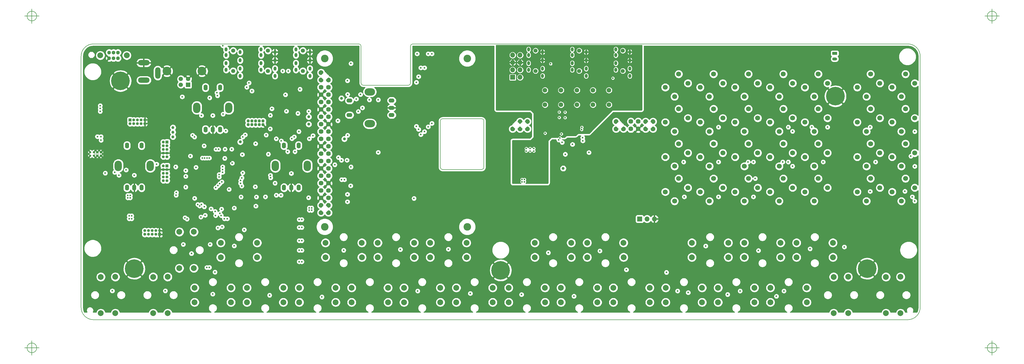
<source format=gbr>
%TF.GenerationSoftware,KiCad,Pcbnew,5.1.5+dfsg1-2build2*%
%TF.CreationDate,2020-06-25T19:46:47+02:00*%
%TF.ProjectId,OTTOdiy_SMD,4f54544f-6469-4795-9f53-4d442e6b6963,rev?*%
%TF.SameCoordinates,PX269fb20PYbb65a20*%
%TF.FileFunction,Copper,L3,Inr*%
%TF.FilePolarity,Positive*%
%FSLAX46Y46*%
G04 Gerber Fmt 4.6, Leading zero omitted, Abs format (unit mm)*
G04 Created by KiCad (PCBNEW 5.1.5+dfsg1-2build2) date 2020-06-25 19:46:47*
%MOMM*%
%LPD*%
G04 APERTURE LIST*
%ADD10C,0.150000*%
%ADD11C,0.600000*%
%ADD12C,1.620000*%
%ADD13C,2.600000*%
%ADD14C,0.800000*%
%ADD15C,6.400000*%
%ADD16O,1.700000X1.700000*%
%ADD17R,1.700000X1.700000*%
%ADD18O,1.000000X1.000000*%
%ADD19R,1.000000X1.000000*%
%ADD20O,1.700000X1.000000*%
%ADD21C,1.700000*%
%ADD22C,1.100000*%
%ADD23C,2.000000*%
%ADD24C,1.300000*%
%ADD25O,1.400000X2.000000*%
%ADD26O,2.500000X3.600000*%
%ADD27O,2.000000X1.400000*%
%ADD28O,3.600000X2.500000*%
%ADD29O,1.000000X1.400000*%
%ADD30C,1.400000*%
%ADD31C,1.000000*%
%ADD32C,3.000000*%
%ADD33C,1.500000*%
%ADD34R,1.500000X1.500000*%
%ADD35O,4.000000X1.800000*%
%ADD36O,1.800000X4.000000*%
%ADD37C,1.600000*%
%ADD38C,0.254000*%
G04 APERTURE END LIST*
D10*
X-38833334Y196500000D02*
G75*
G03X-38833334Y196500000I-1666666J0D01*
G01*
X-43000000Y196500000D02*
X-38000000Y196500000D01*
X-40500000Y199000000D02*
X-40500000Y194000000D01*
X-23570000Y182650000D02*
X-23570000Y96150000D01*
X89700000Y186150000D02*
G75*
G02X90450000Y186900000I750000J0D01*
G01*
X71950000Y186900000D02*
G75*
G02X72700000Y186150000I0J-750000D01*
G01*
X71950000Y186900000D02*
X-19320000Y186900000D01*
X260720000Y186900000D02*
X90450000Y186900000D01*
X89700000Y173400000D02*
G75*
G02X88950000Y172650000I-750000J0D01*
G01*
X73450000Y172650000D02*
G75*
G02X72700000Y173400000I0J750000D01*
G01*
X72700000Y186150000D02*
X72700000Y173400000D01*
X89700000Y186150000D02*
X89700000Y173400000D01*
X88950000Y172650000D02*
X73450000Y172650000D01*
X100700000Y143650000D02*
G75*
G02X99950000Y144400000I0J750000D01*
G01*
X114950000Y144400000D02*
G75*
G02X114200000Y143650000I-750000J0D01*
G01*
X99950000Y160400000D02*
G75*
G02X100700000Y161150000I750000J0D01*
G01*
X114200000Y161150000D02*
G75*
G02X114950000Y160400000I0J-750000D01*
G01*
X100700000Y161150000D02*
X114200000Y161150000D01*
X100700000Y143650000D02*
X114200000Y143650000D01*
X99950000Y160400000D02*
X99950000Y144400000D01*
X114950000Y160400000D02*
X114950000Y144400000D01*
X-38833334Y82200000D02*
G75*
G03X-38833334Y82200000I-1666666J0D01*
G01*
X-43000000Y82200000D02*
X-38000000Y82200000D01*
X-40500000Y84700000D02*
X-40500000Y79700000D01*
X291366666Y82200000D02*
G75*
G03X291366666Y82200000I-1666666J0D01*
G01*
X287200000Y82200000D02*
X292200000Y82200000D01*
X289700000Y84700000D02*
X289700000Y79700000D01*
X291366666Y196500000D02*
G75*
G03X291366666Y196500000I-1666666J0D01*
G01*
X287200000Y196500000D02*
X292200000Y196500000D01*
X289700000Y199000000D02*
X289700000Y194000000D01*
X260720000Y186900000D02*
G75*
G02X264970000Y182650000I0J-4250000D01*
G01*
X264970000Y96150000D02*
G75*
G02X260720000Y91900000I-4250000J0D01*
G01*
X-19320000Y91900000D02*
G75*
G02X-23570000Y96150000I0J4250000D01*
G01*
X-23570000Y182650000D02*
G75*
G02X-19320000Y186900000I4250000J0D01*
G01*
X264970000Y96150000D02*
X264970000Y182650000D01*
X-19320000Y91900000D02*
X260720000Y91900000D01*
D11*
X-20397600Y149629800D03*
X-19297600Y149629800D03*
X-19297600Y148429800D03*
X-20397600Y148429800D03*
X-16797600Y149629800D03*
X-17997600Y149629800D03*
X-17997600Y148429800D03*
X-16797600Y148429800D03*
D12*
X58930000Y159250000D03*
X58930000Y154170000D03*
X58930000Y166870000D03*
X58930000Y169410000D03*
X58930000Y156710000D03*
X58930000Y161790000D03*
X58930000Y164330000D03*
X58930000Y171950000D03*
X58930000Y133850000D03*
X58930000Y149090000D03*
X58930000Y136390000D03*
X58930000Y151630000D03*
X58930000Y138930000D03*
X58930000Y146550000D03*
X58930000Y141470000D03*
X58930000Y144010000D03*
X61470000Y146550000D03*
X61470000Y151630000D03*
X61470000Y149090000D03*
X61470000Y133850000D03*
X61470000Y144010000D03*
X61470000Y141470000D03*
X61470000Y138930000D03*
X61470000Y136390000D03*
X61470000Y154170000D03*
X61470000Y161790000D03*
X61470000Y159250000D03*
X61470000Y156710000D03*
X61470000Y164330000D03*
X61470000Y169410000D03*
X61470000Y166870000D03*
X61470000Y171950000D03*
%TA.AperFunction,ViaPad*%
D10*
G36*
X61399528Y176220003D02*
G01*
X61399476Y176220001D01*
X61399415Y176220004D01*
X61397906Y176220015D01*
X61391399Y176220424D01*
X61384841Y176220768D01*
X61384062Y176220886D01*
X61383280Y176220935D01*
X61376849Y176221977D01*
X61370352Y176222959D01*
X61369586Y176223153D01*
X61368813Y176223278D01*
X61362492Y176224948D01*
X61356145Y176226554D01*
X61355407Y176226820D01*
X61354645Y176227021D01*
X61348534Y176229294D01*
X61342356Y176231518D01*
X61341639Y176231859D01*
X61340909Y176232130D01*
X61335088Y176234969D01*
X61329117Y176237804D01*
X61328438Y176238212D01*
X61327737Y176238554D01*
X61322155Y176241988D01*
X61316556Y176245353D01*
X61315931Y176245817D01*
X61315255Y176246233D01*
X61310024Y176250204D01*
X61304790Y176254090D01*
X61304207Y176254618D01*
X61303582Y176255093D01*
X61298769Y176259550D01*
X61293934Y176263934D01*
X60703934Y176853934D01*
X60703606Y176854266D01*
X60703564Y176854305D01*
X60703520Y176854354D01*
X60702464Y176855425D01*
X60698152Y176860316D01*
X60693758Y176865196D01*
X60693291Y176865829D01*
X60692772Y176866418D01*
X60688936Y176871737D01*
X60685062Y176876991D01*
X60684662Y176877662D01*
X60684199Y176878304D01*
X60680891Y176883988D01*
X60677558Y176889579D01*
X60677224Y176890288D01*
X60676828Y176890969D01*
X60674122Y176896880D01*
X60671318Y176902839D01*
X60671050Y176903591D01*
X60670728Y176904295D01*
X60668618Y176910422D01*
X60666402Y176916645D01*
X60666212Y176917409D01*
X60665956Y176918151D01*
X60664439Y176924518D01*
X60662857Y176930865D01*
X60662742Y176931642D01*
X60662560Y176932407D01*
X60661678Y176938846D01*
X60660716Y176945363D01*
X60660678Y176946148D01*
X60660571Y176946926D01*
X60660320Y176953451D01*
X60660000Y176960000D01*
X60660000Y177030000D01*
X60660015Y177032094D01*
X60660179Y177034701D01*
X60660179Y177037328D01*
X60663329Y177101733D01*
X60663446Y177103823D01*
X60664139Y177109999D01*
X60664759Y177116318D01*
X60674179Y177180108D01*
X60674500Y177182178D01*
X60675795Y177188272D01*
X60677025Y177194483D01*
X60692624Y177257048D01*
X60693146Y177259076D01*
X60695029Y177265012D01*
X60696861Y177271081D01*
X60718492Y177331825D01*
X60719208Y177333793D01*
X60721685Y177339572D01*
X60724076Y177345373D01*
X60751531Y177403718D01*
X60752436Y177405606D01*
X60755451Y177411090D01*
X60758411Y177416657D01*
X60791428Y177472044D01*
X60792513Y177473835D01*
X60796057Y177479011D01*
X60799538Y177484251D01*
X60837803Y177536152D01*
X60839058Y177537829D01*
X60843087Y177542631D01*
X60847064Y177547507D01*
X60890210Y177595427D01*
X60891622Y177596973D01*
X60896120Y177601379D01*
X60900538Y177605827D01*
X60948155Y177649308D01*
X60949711Y177650709D01*
X60954619Y177654655D01*
X60959447Y177658649D01*
X61011080Y177697275D01*
X61012766Y177698518D01*
X61018010Y177701949D01*
X61023229Y177705470D01*
X61078384Y177738873D01*
X61080183Y177739945D01*
X61085720Y177742840D01*
X61091275Y177745843D01*
X61149427Y177773705D01*
X61151322Y177774596D01*
X61157118Y177776938D01*
X61162937Y177779384D01*
X61223530Y177801438D01*
X61225503Y177802140D01*
X61231514Y177803909D01*
X61237529Y177805771D01*
X61299978Y177821805D01*
X61299987Y177821808D01*
X61299998Y177821810D01*
X61302017Y177822314D01*
X61308200Y177823493D01*
X61314343Y177824754D01*
X61378053Y177834616D01*
X61378062Y177834618D01*
X61378072Y177834619D01*
X61380136Y177834924D01*
X61386363Y177835491D01*
X61392636Y177836150D01*
X61457018Y177839750D01*
X61459109Y177839852D01*
X61465391Y177839808D01*
X61471672Y177839852D01*
X61536099Y177837152D01*
X61538190Y177837050D01*
X61544444Y177836393D01*
X61550693Y177835824D01*
X61614544Y177826851D01*
X61614550Y177826850D01*
X61614557Y177826849D01*
X61616619Y177826544D01*
X61622727Y177825290D01*
X61628945Y177824104D01*
X61691618Y177808941D01*
X61693650Y177808434D01*
X61699648Y177806577D01*
X61705675Y177804803D01*
X61766570Y177783597D01*
X61768543Y177782895D01*
X61774338Y177780459D01*
X61780158Y177778108D01*
X61838693Y177751061D01*
X61840587Y177750169D01*
X61846126Y177747175D01*
X61851680Y177744271D01*
X61907297Y177711641D01*
X61909095Y177710569D01*
X61914310Y177707052D01*
X61919559Y177703617D01*
X61971726Y177665716D01*
X61971728Y177665715D01*
X61971735Y177665709D01*
X61973411Y177664473D01*
X61978229Y177660488D01*
X61983148Y177656532D01*
X62031367Y177613722D01*
X62032923Y177612320D01*
X62037319Y177607893D01*
X62041838Y177603468D01*
X62085649Y177556156D01*
X62087061Y177554609D01*
X62090998Y177549782D01*
X62095069Y177544930D01*
X62134054Y177493568D01*
X62135308Y177491891D01*
X62138786Y177486658D01*
X62142334Y177481475D01*
X62176122Y177426554D01*
X62177206Y177424762D01*
X62180134Y177419256D01*
X62183181Y177413713D01*
X62211448Y177355759D01*
X62212352Y177353870D01*
X62214739Y177348078D01*
X62217221Y177342288D01*
X62239698Y177281850D01*
X62240414Y177279883D01*
X62242225Y177273885D01*
X62244130Y177267880D01*
X62260601Y177205538D01*
X62261121Y177203509D01*
X62262339Y177197361D01*
X62263647Y177191206D01*
X62273957Y177127552D01*
X62274277Y177125483D01*
X62274890Y177119239D01*
X62275591Y177112988D01*
X62279640Y177048634D01*
X62279757Y177046543D01*
X62279757Y177040235D01*
X62279845Y177033979D01*
X62277594Y176969537D01*
X62277505Y176967445D01*
X62276895Y176961220D01*
X62276367Y176954935D01*
X62267839Y176891019D01*
X62267548Y176888946D01*
X62266330Y176882796D01*
X62265194Y176876605D01*
X62250470Y176813827D01*
X62249977Y176811792D01*
X62248170Y176805805D01*
X62246430Y176799737D01*
X62225649Y176738697D01*
X62224960Y176736719D01*
X62222570Y176730921D01*
X62220255Y176725074D01*
X62193618Y176666351D01*
X62192740Y176664450D01*
X62189791Y176658904D01*
X62186918Y176653314D01*
X62154677Y176597472D01*
X62153617Y176595666D01*
X62150159Y176590461D01*
X62146740Y176585156D01*
X62109204Y176532725D01*
X62107973Y176531031D01*
X62104020Y176526184D01*
X62100100Y176521238D01*
X62057626Y176472721D01*
X62056235Y176471155D01*
X62051792Y176466681D01*
X62047445Y176462179D01*
X62000451Y176418049D01*
X62000441Y176418039D01*
X62000429Y176418028D01*
X61998904Y176416617D01*
X61994111Y176412652D01*
X61989281Y176408541D01*
X61938193Y176369199D01*
X61936525Y176367933D01*
X61931351Y176364443D01*
X61926160Y176360835D01*
X61871476Y176326664D01*
X61869692Y176325567D01*
X61864186Y176322590D01*
X61858681Y176319513D01*
X61800933Y176290848D01*
X61800925Y176290844D01*
X61800915Y176290840D01*
X61799042Y176289926D01*
X61793276Y176287502D01*
X61787496Y176284977D01*
X61727217Y176262079D01*
X61725254Y176261350D01*
X61719283Y176259501D01*
X61713281Y176257551D01*
X61651055Y176240644D01*
X61651052Y176240643D01*
X61651047Y176240642D01*
X61649030Y176240109D01*
X61642901Y176238851D01*
X61636739Y176237496D01*
X61573161Y176226743D01*
X61571094Y176226409D01*
X61564866Y176225754D01*
X61558610Y176225008D01*
X61494285Y176220510D01*
X61492195Y176220379D01*
X61488798Y176220355D01*
X61485395Y176220153D01*
X61471573Y176220008D01*
X61470060Y176220003D01*
X61470000Y176220000D01*
X61400000Y176220000D01*
X61399528Y176220003D01*
G37*
%TD.AperFunction*%
%TA.AperFunction,ViaPad*%
G36*
X58927906Y176220015D02*
G01*
X58925299Y176220179D01*
X58922672Y176220179D01*
X58858267Y176223329D01*
X58858265Y176223329D01*
X58856177Y176223446D01*
X58849966Y176224143D01*
X58843682Y176224759D01*
X58779892Y176234179D01*
X58777822Y176234500D01*
X58771720Y176235797D01*
X58765518Y176237025D01*
X58702952Y176252624D01*
X58700924Y176253145D01*
X58694930Y176255046D01*
X58688920Y176256861D01*
X58628175Y176278492D01*
X58626208Y176279208D01*
X58620428Y176281685D01*
X58614627Y176284076D01*
X58556282Y176311531D01*
X58554394Y176312436D01*
X58548910Y176315451D01*
X58543343Y176318411D01*
X58487956Y176351428D01*
X58486165Y176352513D01*
X58480989Y176356057D01*
X58475749Y176359538D01*
X58423848Y176397803D01*
X58422171Y176399058D01*
X58417369Y176403087D01*
X58412493Y176407064D01*
X58364573Y176450210D01*
X58363027Y176451622D01*
X58358642Y176456100D01*
X58354172Y176460538D01*
X58310692Y176508155D01*
X58309291Y176509712D01*
X58305358Y176514603D01*
X58301351Y176519447D01*
X58262725Y176571080D01*
X58261483Y176572766D01*
X58258070Y176577981D01*
X58254530Y176583229D01*
X58221127Y176638384D01*
X58220056Y176640183D01*
X58217165Y176645712D01*
X58214157Y176651275D01*
X58186295Y176709427D01*
X58185404Y176711321D01*
X58183052Y176717143D01*
X58180616Y176722937D01*
X58158562Y176783530D01*
X58157860Y176785503D01*
X58156091Y176791514D01*
X58154229Y176797529D01*
X58138192Y176859986D01*
X58137686Y176862018D01*
X58136508Y176868192D01*
X58135246Y176874343D01*
X58125381Y176938065D01*
X58125076Y176940136D01*
X58124509Y176946368D01*
X58123850Y176952637D01*
X58120250Y177017018D01*
X58120148Y177019110D01*
X58120192Y177025391D01*
X58120148Y177031672D01*
X58122848Y177096099D01*
X58122950Y177098190D01*
X58123607Y177104444D01*
X58124176Y177110693D01*
X58133150Y177174548D01*
X58133456Y177176619D01*
X58134705Y177182703D01*
X58135896Y177188945D01*
X58151059Y177251618D01*
X58151566Y177253650D01*
X58153423Y177259648D01*
X58155197Y177265675D01*
X58176403Y177326570D01*
X58177105Y177328543D01*
X58179541Y177334338D01*
X58181892Y177340158D01*
X58208939Y177398693D01*
X58209831Y177400587D01*
X58212825Y177406126D01*
X58215729Y177411680D01*
X58248359Y177467297D01*
X58249431Y177469095D01*
X58252948Y177474310D01*
X58256383Y177479559D01*
X58294284Y177531726D01*
X58295527Y177533411D01*
X58299512Y177538229D01*
X58303468Y177543148D01*
X58346278Y177591367D01*
X58347680Y177592923D01*
X58352107Y177597319D01*
X58356532Y177601838D01*
X58403844Y177645649D01*
X58405391Y177647061D01*
X58410218Y177650998D01*
X58415070Y177655069D01*
X58466432Y177694054D01*
X58468109Y177695308D01*
X58473342Y177698786D01*
X58478525Y177702334D01*
X58533446Y177736122D01*
X58535238Y177737206D01*
X58540744Y177740134D01*
X58546287Y177743181D01*
X58604241Y177771448D01*
X58606130Y177772352D01*
X58611922Y177774739D01*
X58617712Y177777221D01*
X58678147Y177799697D01*
X58678152Y177799699D01*
X58678158Y177799701D01*
X58680117Y177800414D01*
X58686107Y177802223D01*
X58692120Y177804130D01*
X58754462Y177820601D01*
X58756491Y177821121D01*
X58762639Y177822339D01*
X58768794Y177823647D01*
X58832448Y177833957D01*
X58834517Y177834277D01*
X58840761Y177834890D01*
X58847012Y177835591D01*
X58911366Y177839640D01*
X58913457Y177839757D01*
X58919732Y177839757D01*
X58926022Y177839845D01*
X58990463Y177837594D01*
X58992556Y177837505D01*
X58998787Y177836894D01*
X59005065Y177836367D01*
X59068981Y177827839D01*
X59071055Y177827548D01*
X59077225Y177826326D01*
X59083394Y177825194D01*
X59146173Y177810470D01*
X59148208Y177809977D01*
X59154186Y177808172D01*
X59160263Y177806430D01*
X59221304Y177785649D01*
X59223281Y177784960D01*
X59229079Y177782570D01*
X59234926Y177780255D01*
X59293649Y177753618D01*
X59293652Y177753617D01*
X59293659Y177753613D01*
X59295550Y177752740D01*
X59301096Y177749791D01*
X59306686Y177746918D01*
X59362528Y177714677D01*
X59364334Y177713617D01*
X59369539Y177710159D01*
X59374844Y177706740D01*
X59427275Y177669204D01*
X59428969Y177667973D01*
X59433816Y177664020D01*
X59438762Y177660100D01*
X59487279Y177617626D01*
X59488845Y177616235D01*
X59493334Y177611778D01*
X59497821Y177607445D01*
X59541961Y177560440D01*
X59543384Y177558904D01*
X59547398Y177554051D01*
X59551459Y177549280D01*
X59590802Y177498193D01*
X59592067Y177496524D01*
X59595552Y177491357D01*
X59599164Y177486160D01*
X59633336Y177431476D01*
X59634432Y177429692D01*
X59637402Y177424200D01*
X59640487Y177418680D01*
X59669157Y177360924D01*
X59670074Y177359041D01*
X59672480Y177353317D01*
X59675023Y177347497D01*
X59697921Y177287217D01*
X59698650Y177285255D01*
X59700502Y177279271D01*
X59702449Y177273281D01*
X59719356Y177211055D01*
X59719891Y177209030D01*
X59721149Y177202901D01*
X59722504Y177196739D01*
X59733257Y177133161D01*
X59733591Y177131094D01*
X59734246Y177124866D01*
X59734992Y177118610D01*
X59739490Y177054285D01*
X59739621Y177052195D01*
X59739645Y177048798D01*
X59739847Y177045396D01*
X59739992Y177031573D01*
X59739997Y177030060D01*
X59740000Y177030000D01*
X59740000Y176960000D01*
X59739997Y176959528D01*
X59739999Y176959476D01*
X59739996Y176959415D01*
X59739985Y176957906D01*
X59739576Y176951399D01*
X59739232Y176944841D01*
X59739114Y176944062D01*
X59739065Y176943280D01*
X59738023Y176936849D01*
X59737041Y176930352D01*
X59736847Y176929586D01*
X59736722Y176928813D01*
X59735052Y176922492D01*
X59733446Y176916145D01*
X59733180Y176915407D01*
X59732979Y176914645D01*
X59730706Y176908534D01*
X59728482Y176902356D01*
X59728141Y176901639D01*
X59727870Y176900909D01*
X59725031Y176895088D01*
X59722196Y176889117D01*
X59721788Y176888438D01*
X59721446Y176887737D01*
X59718012Y176882155D01*
X59714647Y176876556D01*
X59714183Y176875931D01*
X59713767Y176875255D01*
X59709796Y176870024D01*
X59705910Y176864790D01*
X59705382Y176864207D01*
X59704907Y176863582D01*
X59700450Y176858769D01*
X59696066Y176853934D01*
X59106066Y176263934D01*
X59105734Y176263606D01*
X59105695Y176263564D01*
X59105646Y176263520D01*
X59104575Y176262464D01*
X59099684Y176258152D01*
X59094804Y176253758D01*
X59094171Y176253291D01*
X59093582Y176252772D01*
X59088263Y176248936D01*
X59083009Y176245062D01*
X59082338Y176244662D01*
X59081696Y176244199D01*
X59076012Y176240891D01*
X59070421Y176237558D01*
X59069712Y176237224D01*
X59069031Y176236828D01*
X59063120Y176234122D01*
X59057161Y176231318D01*
X59056409Y176231050D01*
X59055705Y176230728D01*
X59049578Y176228618D01*
X59043355Y176226402D01*
X59042591Y176226212D01*
X59041849Y176225956D01*
X59035482Y176224439D01*
X59029135Y176222857D01*
X59028358Y176222742D01*
X59027593Y176222560D01*
X59021107Y176221672D01*
X59014637Y176220716D01*
X59013852Y176220678D01*
X59013074Y176220571D01*
X59006528Y176220319D01*
X59000000Y176220000D01*
X58930000Y176220000D01*
X58927906Y176220015D01*
G37*
%TD.AperFunction*%
%TA.AperFunction,ViaPad*%
G36*
X61409537Y173682406D02*
G01*
X61407445Y173682495D01*
X61401220Y173683105D01*
X61394935Y173683633D01*
X61331019Y173692161D01*
X61328946Y173692452D01*
X61322796Y173693670D01*
X61316605Y173694806D01*
X61253827Y173709530D01*
X61251792Y173710023D01*
X61245805Y173711830D01*
X61239737Y173713570D01*
X61178697Y173734351D01*
X61176719Y173735040D01*
X61170921Y173737430D01*
X61165074Y173739745D01*
X61106354Y173766381D01*
X61106348Y173766383D01*
X61106341Y173766387D01*
X61104450Y173767260D01*
X61098904Y173770209D01*
X61093314Y173773082D01*
X61037472Y173805323D01*
X61035666Y173806383D01*
X61030461Y173809841D01*
X61025156Y173813260D01*
X60972725Y173850796D01*
X60971031Y173852027D01*
X60966184Y173855980D01*
X60961238Y173859900D01*
X60912721Y173902374D01*
X60911155Y173903765D01*
X60906681Y173908208D01*
X60902179Y173912555D01*
X60858049Y173959549D01*
X60858039Y173959559D01*
X60858028Y173959571D01*
X60856617Y173961096D01*
X60852652Y173965889D01*
X60848541Y173970719D01*
X60809199Y174021807D01*
X60807933Y174023475D01*
X60804443Y174028649D01*
X60800835Y174033840D01*
X60766664Y174088524D01*
X60765567Y174090308D01*
X60762590Y174095814D01*
X60759513Y174101319D01*
X60730844Y174159076D01*
X60729926Y174160958D01*
X60727502Y174166724D01*
X60724977Y174172504D01*
X60702079Y174232783D01*
X60701350Y174234746D01*
X60699501Y174240717D01*
X60697551Y174246719D01*
X60680644Y174308945D01*
X60680109Y174310970D01*
X60678851Y174317099D01*
X60677496Y174323261D01*
X60666743Y174386839D01*
X60666409Y174388906D01*
X60665754Y174395134D01*
X60665008Y174401390D01*
X60660510Y174465715D01*
X60660379Y174467805D01*
X60660355Y174471202D01*
X60660153Y174474605D01*
X60660008Y174488427D01*
X60660003Y174489940D01*
X60660000Y174490000D01*
X60660000Y174560000D01*
X60660003Y174560472D01*
X60660001Y174560524D01*
X60660004Y174560585D01*
X60660015Y174562094D01*
X60660424Y174568601D01*
X60660768Y174575159D01*
X60660886Y174575938D01*
X60660935Y174576720D01*
X60661977Y174583151D01*
X60662959Y174589648D01*
X60663153Y174590414D01*
X60663278Y174591187D01*
X60664948Y174597508D01*
X60666554Y174603855D01*
X60666820Y174604593D01*
X60667021Y174605355D01*
X60669294Y174611466D01*
X60671518Y174617644D01*
X60671859Y174618361D01*
X60672130Y174619091D01*
X60674944Y174624860D01*
X60677804Y174630883D01*
X60678212Y174631562D01*
X60678554Y174632263D01*
X60681988Y174637845D01*
X60685353Y174643444D01*
X60685817Y174644069D01*
X60686233Y174644745D01*
X60690204Y174649976D01*
X60694090Y174655210D01*
X60694618Y174655793D01*
X60695093Y174656418D01*
X60699550Y174661231D01*
X60703934Y174666066D01*
X61293934Y175256066D01*
X61294266Y175256394D01*
X61294305Y175256436D01*
X61294354Y175256480D01*
X61295425Y175257536D01*
X61300316Y175261848D01*
X61305196Y175266242D01*
X61305829Y175266709D01*
X61306418Y175267228D01*
X61311737Y175271064D01*
X61316991Y175274938D01*
X61317662Y175275338D01*
X61318304Y175275801D01*
X61323988Y175279109D01*
X61329579Y175282442D01*
X61330288Y175282776D01*
X61330969Y175283172D01*
X61336880Y175285878D01*
X61342839Y175288682D01*
X61343591Y175288950D01*
X61344295Y175289272D01*
X61350422Y175291382D01*
X61356645Y175293598D01*
X61357409Y175293788D01*
X61358151Y175294044D01*
X61364518Y175295561D01*
X61370865Y175297143D01*
X61371642Y175297258D01*
X61372407Y175297440D01*
X61378893Y175298328D01*
X61385363Y175299284D01*
X61386148Y175299322D01*
X61386926Y175299429D01*
X61393472Y175299681D01*
X61400000Y175300000D01*
X61470000Y175300000D01*
X61472094Y175299985D01*
X61474701Y175299821D01*
X61477328Y175299821D01*
X61541733Y175296671D01*
X61543823Y175296554D01*
X61550037Y175295857D01*
X61556318Y175295241D01*
X61620108Y175285821D01*
X61622178Y175285500D01*
X61628272Y175284205D01*
X61634483Y175282975D01*
X61697048Y175267376D01*
X61699076Y175266854D01*
X61705012Y175264971D01*
X61711081Y175263139D01*
X61771825Y175241508D01*
X61773793Y175240792D01*
X61779572Y175238315D01*
X61785373Y175235924D01*
X61843718Y175208469D01*
X61845606Y175207564D01*
X61851090Y175204549D01*
X61856657Y175201589D01*
X61912044Y175168572D01*
X61913835Y175167487D01*
X61919011Y175163943D01*
X61924251Y175160462D01*
X61976152Y175122197D01*
X61977829Y175120942D01*
X61982631Y175116913D01*
X61987507Y175112936D01*
X62035427Y175069790D01*
X62036973Y175068378D01*
X62041379Y175063880D01*
X62045827Y175059462D01*
X62089308Y175011845D01*
X62090709Y175010289D01*
X62094655Y175005381D01*
X62098649Y175000553D01*
X62137275Y174948920D01*
X62138518Y174947234D01*
X62141949Y174941990D01*
X62145470Y174936771D01*
X62178873Y174881616D01*
X62179945Y174879817D01*
X62182840Y174874280D01*
X62185843Y174868725D01*
X62213705Y174810573D01*
X62214596Y174808678D01*
X62216938Y174802882D01*
X62219384Y174797063D01*
X62241438Y174736470D01*
X62242140Y174734497D01*
X62243909Y174728486D01*
X62245771Y174722471D01*
X62261807Y174660015D01*
X62261808Y174660013D01*
X62261810Y174660002D01*
X62262314Y174657983D01*
X62263493Y174651800D01*
X62264754Y174645657D01*
X62274618Y174581935D01*
X62274924Y174579864D01*
X62275491Y174573637D01*
X62276150Y174567364D01*
X62279750Y174502982D01*
X62279852Y174500891D01*
X62279808Y174494609D01*
X62279852Y174488327D01*
X62277152Y174423901D01*
X62277050Y174421809D01*
X62276393Y174415558D01*
X62275824Y174409306D01*
X62266850Y174345452D01*
X62266544Y174343380D01*
X62265289Y174337265D01*
X62264104Y174331055D01*
X62248941Y174268382D01*
X62248434Y174266350D01*
X62246577Y174260352D01*
X62244803Y174254325D01*
X62223597Y174193430D01*
X62222894Y174191457D01*
X62220473Y174185697D01*
X62218108Y174179842D01*
X62191068Y174121324D01*
X62191061Y174121307D01*
X62191051Y174121288D01*
X62190169Y174119412D01*
X62187191Y174113905D01*
X62184271Y174108320D01*
X62151642Y174052704D01*
X62150569Y174050905D01*
X62147061Y174045704D01*
X62143617Y174040441D01*
X62105716Y173988274D01*
X62104473Y173986588D01*
X62100467Y173981745D01*
X62096533Y173976852D01*
X62053722Y173928633D01*
X62052320Y173927077D01*
X62047893Y173922681D01*
X62043468Y173918162D01*
X61996156Y173874351D01*
X61994609Y173872939D01*
X61989743Y173868970D01*
X61984930Y173864932D01*
X61933568Y173825946D01*
X61931891Y173824692D01*
X61926692Y173821238D01*
X61921475Y173817665D01*
X61866553Y173783878D01*
X61864762Y173782794D01*
X61859274Y173779876D01*
X61853714Y173776819D01*
X61795759Y173748552D01*
X61793870Y173747648D01*
X61788078Y173745261D01*
X61782288Y173742779D01*
X61721851Y173720302D01*
X61719883Y173719586D01*
X61713893Y173717777D01*
X61707880Y173715870D01*
X61645538Y173699399D01*
X61643510Y173698879D01*
X61637338Y173697657D01*
X61631205Y173696353D01*
X61567552Y173686043D01*
X61565482Y173685723D01*
X61559246Y173685111D01*
X61552988Y173684409D01*
X61488634Y173680360D01*
X61486543Y173680244D01*
X61480310Y173680244D01*
X61473979Y173680155D01*
X61409537Y173682406D01*
G37*
%TD.AperFunction*%
%TA.AperFunction,ViaPad*%
G36*
X58863901Y173682848D02*
G01*
X58863899Y173682848D01*
X58861809Y173682950D01*
X58855558Y173683607D01*
X58849306Y173684176D01*
X58785456Y173693149D01*
X58785450Y173693150D01*
X58785443Y173693151D01*
X58783380Y173693456D01*
X58777265Y173694711D01*
X58771055Y173695896D01*
X58708382Y173711059D01*
X58706350Y173711566D01*
X58700352Y173713423D01*
X58694325Y173715197D01*
X58633430Y173736403D01*
X58631457Y173737106D01*
X58625697Y173739527D01*
X58619842Y173741892D01*
X58561324Y173768932D01*
X58561307Y173768939D01*
X58561288Y173768949D01*
X58559412Y173769831D01*
X58553905Y173772809D01*
X58548320Y173775729D01*
X58492704Y173808358D01*
X58490905Y173809431D01*
X58485704Y173812939D01*
X58480441Y173816383D01*
X58428274Y173854284D01*
X58426588Y173855527D01*
X58421745Y173859533D01*
X58416852Y173863467D01*
X58368633Y173906278D01*
X58367077Y173907680D01*
X58362681Y173912107D01*
X58358162Y173916532D01*
X58314351Y173963844D01*
X58312939Y173965391D01*
X58308970Y173970257D01*
X58304932Y173975070D01*
X58265946Y174026432D01*
X58264692Y174028109D01*
X58261238Y174033308D01*
X58257665Y174038525D01*
X58223878Y174093447D01*
X58222794Y174095238D01*
X58219876Y174100726D01*
X58216819Y174106286D01*
X58188552Y174164241D01*
X58187648Y174166130D01*
X58185261Y174171922D01*
X58182779Y174177712D01*
X58160302Y174238149D01*
X58159586Y174240117D01*
X58157777Y174246107D01*
X58155870Y174252120D01*
X58139399Y174314462D01*
X58138879Y174316490D01*
X58137657Y174322662D01*
X58136353Y174328795D01*
X58126043Y174392448D01*
X58125723Y174394518D01*
X58125111Y174400754D01*
X58124409Y174407012D01*
X58120360Y174471366D01*
X58120244Y174473457D01*
X58120244Y174479691D01*
X58120155Y174486022D01*
X58122406Y174550463D01*
X58122495Y174552556D01*
X58123106Y174558787D01*
X58123633Y174565065D01*
X58132161Y174628981D01*
X58132452Y174631055D01*
X58133674Y174637225D01*
X58134806Y174643394D01*
X58149530Y174706173D01*
X58150023Y174708208D01*
X58151828Y174714186D01*
X58153570Y174720263D01*
X58174351Y174781304D01*
X58175040Y174783281D01*
X58177430Y174789079D01*
X58179745Y174794926D01*
X58206382Y174853649D01*
X58207260Y174855550D01*
X58210209Y174861096D01*
X58213082Y174866686D01*
X58245323Y174922528D01*
X58246383Y174924334D01*
X58249841Y174929539D01*
X58253260Y174934844D01*
X58290796Y174987275D01*
X58292027Y174988969D01*
X58295980Y174993816D01*
X58299900Y174998762D01*
X58342374Y175047279D01*
X58343765Y175048845D01*
X58348208Y175053319D01*
X58352555Y175057821D01*
X58399560Y175101961D01*
X58401096Y175103384D01*
X58405949Y175107398D01*
X58410720Y175111459D01*
X58461807Y175150802D01*
X58463476Y175152067D01*
X58468643Y175155552D01*
X58473840Y175159164D01*
X58528524Y175193336D01*
X58530308Y175194432D01*
X58535800Y175197402D01*
X58541320Y175200487D01*
X58599076Y175229157D01*
X58600959Y175230074D01*
X58606683Y175232480D01*
X58612503Y175235023D01*
X58672783Y175257921D01*
X58674745Y175258650D01*
X58680729Y175260502D01*
X58686719Y175262449D01*
X58748945Y175279356D01*
X58748948Y175279357D01*
X58748953Y175279358D01*
X58750970Y175279891D01*
X58757099Y175281149D01*
X58763261Y175282504D01*
X58826839Y175293257D01*
X58828906Y175293591D01*
X58835134Y175294246D01*
X58841390Y175294992D01*
X58905715Y175299490D01*
X58907805Y175299621D01*
X58911202Y175299645D01*
X58914604Y175299847D01*
X58928427Y175299992D01*
X58929940Y175299997D01*
X58930000Y175300000D01*
X59000000Y175300000D01*
X59000472Y175299997D01*
X59000524Y175299999D01*
X59000585Y175299996D01*
X59002094Y175299985D01*
X59008601Y175299576D01*
X59015159Y175299232D01*
X59015938Y175299114D01*
X59016720Y175299065D01*
X59023151Y175298023D01*
X59029648Y175297041D01*
X59030414Y175296847D01*
X59031187Y175296722D01*
X59037508Y175295052D01*
X59043855Y175293446D01*
X59044593Y175293180D01*
X59045355Y175292979D01*
X59051466Y175290706D01*
X59057644Y175288482D01*
X59058361Y175288141D01*
X59059091Y175287870D01*
X59064912Y175285031D01*
X59070883Y175282196D01*
X59071562Y175281788D01*
X59072263Y175281446D01*
X59077845Y175278012D01*
X59083444Y175274647D01*
X59084069Y175274183D01*
X59084745Y175273767D01*
X59089976Y175269796D01*
X59095210Y175265910D01*
X59095793Y175265382D01*
X59096418Y175264907D01*
X59101231Y175260450D01*
X59106066Y175256066D01*
X59696066Y174666066D01*
X59696394Y174665734D01*
X59696436Y174665695D01*
X59696480Y174665646D01*
X59697536Y174664575D01*
X59701848Y174659684D01*
X59706242Y174654804D01*
X59706709Y174654171D01*
X59707228Y174653582D01*
X59711064Y174648263D01*
X59714938Y174643009D01*
X59715338Y174642338D01*
X59715801Y174641696D01*
X59719109Y174636012D01*
X59722442Y174630421D01*
X59722776Y174629712D01*
X59723172Y174629031D01*
X59725878Y174623120D01*
X59728682Y174617161D01*
X59728950Y174616409D01*
X59729272Y174615705D01*
X59731382Y174609578D01*
X59733598Y174603355D01*
X59733788Y174602591D01*
X59734044Y174601849D01*
X59735561Y174595482D01*
X59737143Y174589135D01*
X59737258Y174588358D01*
X59737440Y174587593D01*
X59738328Y174581107D01*
X59739284Y174574637D01*
X59739322Y174573852D01*
X59739429Y174573074D01*
X59739681Y174566528D01*
X59740000Y174560000D01*
X59740000Y174490000D01*
X59739985Y174487906D01*
X59739821Y174485299D01*
X59739821Y174482672D01*
X59736671Y174418267D01*
X59736554Y174416177D01*
X59735856Y174409952D01*
X59735241Y174403682D01*
X59725821Y174339892D01*
X59725500Y174337822D01*
X59724203Y174331720D01*
X59722975Y174325518D01*
X59707376Y174262952D01*
X59706855Y174260924D01*
X59704954Y174254930D01*
X59703139Y174248920D01*
X59681508Y174188175D01*
X59680792Y174186208D01*
X59678315Y174180428D01*
X59675924Y174174627D01*
X59648469Y174116282D01*
X59647564Y174114394D01*
X59644549Y174108910D01*
X59641589Y174103343D01*
X59608572Y174047956D01*
X59607487Y174046165D01*
X59603943Y174040989D01*
X59600462Y174035749D01*
X59562197Y173983848D01*
X59560942Y173982171D01*
X59556913Y173977369D01*
X59552936Y173972493D01*
X59509790Y173924573D01*
X59508378Y173923027D01*
X59503900Y173918642D01*
X59499462Y173914172D01*
X59451845Y173870692D01*
X59450288Y173869291D01*
X59445397Y173865358D01*
X59440553Y173861351D01*
X59388920Y173822725D01*
X59387234Y173821483D01*
X59382019Y173818070D01*
X59376771Y173814530D01*
X59321616Y173781127D01*
X59319817Y173780056D01*
X59314288Y173777165D01*
X59308725Y173774157D01*
X59250573Y173746295D01*
X59248679Y173745404D01*
X59242857Y173743052D01*
X59237063Y173740616D01*
X59176470Y173718562D01*
X59174497Y173717860D01*
X59168486Y173716091D01*
X59162471Y173714229D01*
X59100014Y173698192D01*
X59097982Y173697686D01*
X59091808Y173696508D01*
X59085657Y173695246D01*
X59021935Y173685381D01*
X59019864Y173685076D01*
X59013632Y173684509D01*
X59007363Y173683850D01*
X58942982Y173680250D01*
X58940890Y173680148D01*
X58934609Y173680192D01*
X58928327Y173680148D01*
X58863901Y173682848D01*
G37*
%TD.AperFunction*%
%TA.AperFunction,ViaPad*%
G36*
X61399528Y130500003D02*
G01*
X61399476Y130500001D01*
X61399415Y130500004D01*
X61397906Y130500015D01*
X61391399Y130500424D01*
X61384841Y130500768D01*
X61384062Y130500886D01*
X61383280Y130500935D01*
X61376849Y130501977D01*
X61370352Y130502959D01*
X61369586Y130503153D01*
X61368813Y130503278D01*
X61362492Y130504948D01*
X61356145Y130506554D01*
X61355407Y130506820D01*
X61354645Y130507021D01*
X61348534Y130509294D01*
X61342356Y130511518D01*
X61341639Y130511859D01*
X61340909Y130512130D01*
X61335088Y130514969D01*
X61329117Y130517804D01*
X61328438Y130518212D01*
X61327737Y130518554D01*
X61322155Y130521988D01*
X61316556Y130525353D01*
X61315931Y130525817D01*
X61315255Y130526233D01*
X61310024Y130530204D01*
X61304790Y130534090D01*
X61304207Y130534618D01*
X61303582Y130535093D01*
X61298769Y130539550D01*
X61293934Y130543934D01*
X60703934Y131133934D01*
X60703606Y131134266D01*
X60703564Y131134305D01*
X60703520Y131134354D01*
X60702464Y131135425D01*
X60698152Y131140316D01*
X60693758Y131145196D01*
X60693291Y131145829D01*
X60692772Y131146418D01*
X60688936Y131151737D01*
X60685062Y131156991D01*
X60684662Y131157662D01*
X60684199Y131158304D01*
X60680891Y131163988D01*
X60677558Y131169579D01*
X60677224Y131170288D01*
X60676828Y131170969D01*
X60674122Y131176880D01*
X60671318Y131182839D01*
X60671050Y131183591D01*
X60670728Y131184295D01*
X60668618Y131190422D01*
X60666402Y131196645D01*
X60666212Y131197409D01*
X60665956Y131198151D01*
X60664439Y131204518D01*
X60662857Y131210865D01*
X60662742Y131211642D01*
X60662560Y131212407D01*
X60661678Y131218846D01*
X60660716Y131225363D01*
X60660678Y131226148D01*
X60660571Y131226926D01*
X60660320Y131233451D01*
X60660000Y131240000D01*
X60660000Y131310000D01*
X60660015Y131312094D01*
X60660179Y131314701D01*
X60660179Y131317328D01*
X60663329Y131381733D01*
X60663446Y131383823D01*
X60664139Y131389999D01*
X60664759Y131396318D01*
X60674179Y131460108D01*
X60674500Y131462178D01*
X60675795Y131468272D01*
X60677025Y131474483D01*
X60692624Y131537048D01*
X60693146Y131539076D01*
X60695029Y131545012D01*
X60696861Y131551081D01*
X60718492Y131611825D01*
X60719208Y131613793D01*
X60721685Y131619572D01*
X60724076Y131625373D01*
X60751531Y131683718D01*
X60752436Y131685606D01*
X60755451Y131691090D01*
X60758411Y131696657D01*
X60791428Y131752044D01*
X60792513Y131753835D01*
X60796057Y131759011D01*
X60799538Y131764251D01*
X60837803Y131816152D01*
X60839058Y131817829D01*
X60843087Y131822631D01*
X60847064Y131827507D01*
X60890210Y131875427D01*
X60891622Y131876973D01*
X60896120Y131881379D01*
X60900538Y131885827D01*
X60948155Y131929308D01*
X60949711Y131930709D01*
X60954619Y131934655D01*
X60959447Y131938649D01*
X61011080Y131977275D01*
X61012766Y131978518D01*
X61018010Y131981949D01*
X61023229Y131985470D01*
X61078384Y132018873D01*
X61080183Y132019945D01*
X61085720Y132022840D01*
X61091275Y132025843D01*
X61149427Y132053705D01*
X61151322Y132054596D01*
X61157118Y132056938D01*
X61162937Y132059384D01*
X61223530Y132081438D01*
X61225503Y132082140D01*
X61231514Y132083909D01*
X61237529Y132085771D01*
X61299978Y132101805D01*
X61299987Y132101808D01*
X61299998Y132101810D01*
X61302017Y132102314D01*
X61308200Y132103493D01*
X61314343Y132104754D01*
X61378053Y132114616D01*
X61378062Y132114618D01*
X61378072Y132114619D01*
X61380136Y132114924D01*
X61386363Y132115491D01*
X61392636Y132116150D01*
X61457018Y132119750D01*
X61459109Y132119852D01*
X61465391Y132119808D01*
X61471672Y132119852D01*
X61536099Y132117152D01*
X61538190Y132117050D01*
X61544444Y132116393D01*
X61550693Y132115824D01*
X61614544Y132106851D01*
X61614550Y132106850D01*
X61614557Y132106849D01*
X61616619Y132106544D01*
X61622727Y132105290D01*
X61628945Y132104104D01*
X61691618Y132088941D01*
X61693650Y132088434D01*
X61699648Y132086577D01*
X61705675Y132084803D01*
X61766570Y132063597D01*
X61768543Y132062895D01*
X61774338Y132060459D01*
X61780158Y132058108D01*
X61838693Y132031061D01*
X61840587Y132030169D01*
X61846126Y132027175D01*
X61851680Y132024271D01*
X61907297Y131991641D01*
X61909095Y131990569D01*
X61914310Y131987052D01*
X61919559Y131983617D01*
X61971726Y131945716D01*
X61971728Y131945715D01*
X61971735Y131945709D01*
X61973411Y131944473D01*
X61978229Y131940488D01*
X61983148Y131936532D01*
X62031367Y131893722D01*
X62032923Y131892320D01*
X62037319Y131887893D01*
X62041838Y131883468D01*
X62085649Y131836156D01*
X62087061Y131834609D01*
X62090998Y131829782D01*
X62095069Y131824930D01*
X62134054Y131773568D01*
X62135308Y131771891D01*
X62138786Y131766658D01*
X62142334Y131761475D01*
X62176122Y131706554D01*
X62177206Y131704762D01*
X62180134Y131699256D01*
X62183181Y131693713D01*
X62211448Y131635759D01*
X62212352Y131633870D01*
X62214739Y131628078D01*
X62217221Y131622288D01*
X62239698Y131561850D01*
X62240414Y131559883D01*
X62242225Y131553885D01*
X62244130Y131547880D01*
X62260601Y131485538D01*
X62261121Y131483509D01*
X62262339Y131477361D01*
X62263647Y131471206D01*
X62273957Y131407552D01*
X62274277Y131405483D01*
X62274890Y131399239D01*
X62275591Y131392988D01*
X62279640Y131328634D01*
X62279757Y131326543D01*
X62279757Y131320235D01*
X62279845Y131313979D01*
X62277594Y131249537D01*
X62277505Y131247445D01*
X62276895Y131241220D01*
X62276367Y131234935D01*
X62267839Y131171019D01*
X62267548Y131168946D01*
X62266330Y131162796D01*
X62265194Y131156605D01*
X62250470Y131093827D01*
X62249977Y131091792D01*
X62248170Y131085805D01*
X62246430Y131079737D01*
X62225649Y131018697D01*
X62224960Y131016719D01*
X62222570Y131010921D01*
X62220255Y131005074D01*
X62193618Y130946351D01*
X62192740Y130944450D01*
X62189791Y130938904D01*
X62186918Y130933314D01*
X62154677Y130877472D01*
X62153617Y130875666D01*
X62150159Y130870461D01*
X62146740Y130865156D01*
X62109204Y130812725D01*
X62107973Y130811031D01*
X62104020Y130806184D01*
X62100100Y130801238D01*
X62057626Y130752721D01*
X62056235Y130751155D01*
X62051792Y130746681D01*
X62047445Y130742179D01*
X62000451Y130698049D01*
X62000441Y130698039D01*
X62000429Y130698028D01*
X61998904Y130696617D01*
X61994111Y130692652D01*
X61989281Y130688541D01*
X61938193Y130649199D01*
X61936525Y130647933D01*
X61931351Y130644443D01*
X61926160Y130640835D01*
X61871476Y130606664D01*
X61869692Y130605567D01*
X61864186Y130602590D01*
X61858681Y130599513D01*
X61800933Y130570848D01*
X61800925Y130570844D01*
X61800915Y130570840D01*
X61799042Y130569926D01*
X61793276Y130567502D01*
X61787496Y130564977D01*
X61727217Y130542079D01*
X61725254Y130541350D01*
X61719283Y130539501D01*
X61713281Y130537551D01*
X61651055Y130520644D01*
X61651052Y130520643D01*
X61651047Y130520642D01*
X61649030Y130520109D01*
X61642901Y130518851D01*
X61636739Y130517496D01*
X61573161Y130506743D01*
X61571094Y130506409D01*
X61564866Y130505754D01*
X61558610Y130505008D01*
X61494285Y130500510D01*
X61492195Y130500379D01*
X61488798Y130500355D01*
X61485395Y130500153D01*
X61471573Y130500008D01*
X61470060Y130500003D01*
X61470000Y130500000D01*
X61400000Y130500000D01*
X61399528Y130500003D01*
G37*
%TD.AperFunction*%
%TA.AperFunction,ViaPad*%
G36*
X58927906Y130500015D02*
G01*
X58925299Y130500179D01*
X58922672Y130500179D01*
X58858267Y130503329D01*
X58858265Y130503329D01*
X58856177Y130503446D01*
X58849966Y130504143D01*
X58843682Y130504759D01*
X58779892Y130514179D01*
X58777822Y130514500D01*
X58771720Y130515797D01*
X58765518Y130517025D01*
X58702952Y130532624D01*
X58700924Y130533145D01*
X58694930Y130535046D01*
X58688920Y130536861D01*
X58628175Y130558492D01*
X58626208Y130559208D01*
X58620428Y130561685D01*
X58614627Y130564076D01*
X58556282Y130591531D01*
X58554394Y130592436D01*
X58548910Y130595451D01*
X58543343Y130598411D01*
X58487956Y130631428D01*
X58486165Y130632513D01*
X58480989Y130636057D01*
X58475749Y130639538D01*
X58423848Y130677803D01*
X58422171Y130679058D01*
X58417369Y130683087D01*
X58412493Y130687064D01*
X58364573Y130730210D01*
X58363027Y130731622D01*
X58358642Y130736100D01*
X58354172Y130740538D01*
X58310692Y130788155D01*
X58309291Y130789712D01*
X58305358Y130794603D01*
X58301351Y130799447D01*
X58262725Y130851080D01*
X58261483Y130852766D01*
X58258070Y130857981D01*
X58254530Y130863229D01*
X58221127Y130918384D01*
X58220056Y130920183D01*
X58217165Y130925712D01*
X58214157Y130931275D01*
X58186295Y130989427D01*
X58185404Y130991321D01*
X58183052Y130997143D01*
X58180616Y131002937D01*
X58158562Y131063530D01*
X58157860Y131065503D01*
X58156091Y131071514D01*
X58154229Y131077529D01*
X58138192Y131139986D01*
X58137686Y131142018D01*
X58136508Y131148192D01*
X58135246Y131154343D01*
X58125381Y131218065D01*
X58125076Y131220136D01*
X58124509Y131226368D01*
X58123850Y131232637D01*
X58120250Y131297018D01*
X58120148Y131299110D01*
X58120192Y131305391D01*
X58120148Y131311672D01*
X58122848Y131376099D01*
X58122950Y131378190D01*
X58123607Y131384444D01*
X58124176Y131390693D01*
X58133150Y131454548D01*
X58133456Y131456619D01*
X58134705Y131462703D01*
X58135896Y131468945D01*
X58151059Y131531618D01*
X58151566Y131533650D01*
X58153423Y131539648D01*
X58155197Y131545675D01*
X58176403Y131606570D01*
X58177105Y131608543D01*
X58179541Y131614338D01*
X58181892Y131620158D01*
X58208939Y131678693D01*
X58209831Y131680587D01*
X58212825Y131686126D01*
X58215729Y131691680D01*
X58248359Y131747297D01*
X58249431Y131749095D01*
X58252948Y131754310D01*
X58256383Y131759559D01*
X58294284Y131811726D01*
X58295527Y131813411D01*
X58299512Y131818229D01*
X58303468Y131823148D01*
X58346278Y131871367D01*
X58347680Y131872923D01*
X58352107Y131877319D01*
X58356532Y131881838D01*
X58403844Y131925649D01*
X58405391Y131927061D01*
X58410218Y131930998D01*
X58415070Y131935069D01*
X58466432Y131974054D01*
X58468109Y131975308D01*
X58473342Y131978786D01*
X58478525Y131982334D01*
X58533446Y132016122D01*
X58535238Y132017206D01*
X58540744Y132020134D01*
X58546287Y132023181D01*
X58604241Y132051448D01*
X58606130Y132052352D01*
X58611922Y132054739D01*
X58617712Y132057221D01*
X58678147Y132079697D01*
X58678152Y132079699D01*
X58678158Y132079701D01*
X58680117Y132080414D01*
X58686107Y132082223D01*
X58692120Y132084130D01*
X58754462Y132100601D01*
X58756491Y132101121D01*
X58762639Y132102339D01*
X58768794Y132103647D01*
X58832448Y132113957D01*
X58834517Y132114277D01*
X58840761Y132114890D01*
X58847012Y132115591D01*
X58911366Y132119640D01*
X58913457Y132119757D01*
X58919732Y132119757D01*
X58926022Y132119845D01*
X58990463Y132117594D01*
X58992556Y132117505D01*
X58998787Y132116894D01*
X59005065Y132116367D01*
X59068981Y132107839D01*
X59071055Y132107548D01*
X59077225Y132106326D01*
X59083394Y132105194D01*
X59146173Y132090470D01*
X59148208Y132089977D01*
X59154186Y132088172D01*
X59160263Y132086430D01*
X59221304Y132065649D01*
X59223281Y132064960D01*
X59229079Y132062570D01*
X59234926Y132060255D01*
X59293649Y132033618D01*
X59293652Y132033617D01*
X59293659Y132033613D01*
X59295550Y132032740D01*
X59301096Y132029791D01*
X59306686Y132026918D01*
X59362528Y131994677D01*
X59364334Y131993617D01*
X59369539Y131990159D01*
X59374844Y131986740D01*
X59427275Y131949204D01*
X59428969Y131947973D01*
X59433816Y131944020D01*
X59438762Y131940100D01*
X59487279Y131897626D01*
X59488845Y131896235D01*
X59493334Y131891778D01*
X59497821Y131887445D01*
X59541961Y131840440D01*
X59543384Y131838904D01*
X59547398Y131834051D01*
X59551459Y131829280D01*
X59590802Y131778193D01*
X59592067Y131776524D01*
X59595552Y131771357D01*
X59599164Y131766160D01*
X59633336Y131711476D01*
X59634432Y131709692D01*
X59637402Y131704200D01*
X59640487Y131698680D01*
X59669157Y131640924D01*
X59670074Y131639041D01*
X59672480Y131633317D01*
X59675023Y131627497D01*
X59697921Y131567217D01*
X59698650Y131565255D01*
X59700502Y131559271D01*
X59702449Y131553281D01*
X59719356Y131491055D01*
X59719891Y131489030D01*
X59721149Y131482901D01*
X59722504Y131476739D01*
X59733257Y131413161D01*
X59733591Y131411094D01*
X59734246Y131404866D01*
X59734992Y131398610D01*
X59739490Y131334285D01*
X59739621Y131332195D01*
X59739645Y131328798D01*
X59739847Y131325396D01*
X59739992Y131311573D01*
X59739997Y131310060D01*
X59740000Y131310000D01*
X59740000Y131240000D01*
X59739997Y131239528D01*
X59739999Y131239476D01*
X59739996Y131239415D01*
X59739985Y131237906D01*
X59739576Y131231399D01*
X59739232Y131224841D01*
X59739114Y131224062D01*
X59739065Y131223280D01*
X59738023Y131216849D01*
X59737041Y131210352D01*
X59736847Y131209586D01*
X59736722Y131208813D01*
X59735052Y131202492D01*
X59733446Y131196145D01*
X59733180Y131195407D01*
X59732979Y131194645D01*
X59730706Y131188534D01*
X59728482Y131182356D01*
X59728141Y131181639D01*
X59727870Y131180909D01*
X59725031Y131175088D01*
X59722196Y131169117D01*
X59721788Y131168438D01*
X59721446Y131167737D01*
X59718012Y131162155D01*
X59714647Y131156556D01*
X59714183Y131155931D01*
X59713767Y131155255D01*
X59709796Y131150024D01*
X59705910Y131144790D01*
X59705382Y131144207D01*
X59704907Y131143582D01*
X59700450Y131138769D01*
X59696066Y131133934D01*
X59106066Y130543934D01*
X59105734Y130543606D01*
X59105695Y130543564D01*
X59105646Y130543520D01*
X59104575Y130542464D01*
X59099684Y130538152D01*
X59094804Y130533758D01*
X59094171Y130533291D01*
X59093582Y130532772D01*
X59088263Y130528936D01*
X59083009Y130525062D01*
X59082338Y130524662D01*
X59081696Y130524199D01*
X59076012Y130520891D01*
X59070421Y130517558D01*
X59069712Y130517224D01*
X59069031Y130516828D01*
X59063120Y130514122D01*
X59057161Y130511318D01*
X59056409Y130511050D01*
X59055705Y130510728D01*
X59049578Y130508618D01*
X59043355Y130506402D01*
X59042591Y130506212D01*
X59041849Y130505956D01*
X59035482Y130504439D01*
X59029135Y130502857D01*
X59028358Y130502742D01*
X59027593Y130502560D01*
X59021107Y130501672D01*
X59014637Y130500716D01*
X59013852Y130500678D01*
X59013074Y130500571D01*
X59006528Y130500319D01*
X59000000Y130500000D01*
X58930000Y130500000D01*
X58927906Y130500015D01*
G37*
%TD.AperFunction*%
%TA.AperFunction,ViaPad*%
G36*
X61409537Y127962406D02*
G01*
X61407445Y127962495D01*
X61401220Y127963105D01*
X61394935Y127963633D01*
X61331019Y127972161D01*
X61328946Y127972452D01*
X61322796Y127973670D01*
X61316605Y127974806D01*
X61253827Y127989530D01*
X61251792Y127990023D01*
X61245805Y127991830D01*
X61239737Y127993570D01*
X61178697Y128014351D01*
X61176719Y128015040D01*
X61170921Y128017430D01*
X61165074Y128019745D01*
X61106354Y128046381D01*
X61106348Y128046383D01*
X61106341Y128046387D01*
X61104450Y128047260D01*
X61098904Y128050209D01*
X61093314Y128053082D01*
X61037472Y128085323D01*
X61035666Y128086383D01*
X61030461Y128089841D01*
X61025156Y128093260D01*
X60972725Y128130796D01*
X60971031Y128132027D01*
X60966184Y128135980D01*
X60961238Y128139900D01*
X60912721Y128182374D01*
X60911155Y128183765D01*
X60906681Y128188208D01*
X60902179Y128192555D01*
X60858049Y128239549D01*
X60858039Y128239559D01*
X60858028Y128239571D01*
X60856617Y128241096D01*
X60852652Y128245889D01*
X60848541Y128250719D01*
X60809199Y128301807D01*
X60807933Y128303475D01*
X60804443Y128308649D01*
X60800835Y128313840D01*
X60766664Y128368524D01*
X60765567Y128370308D01*
X60762590Y128375814D01*
X60759513Y128381319D01*
X60730844Y128439076D01*
X60729926Y128440958D01*
X60727502Y128446724D01*
X60724977Y128452504D01*
X60702079Y128512783D01*
X60701350Y128514746D01*
X60699501Y128520717D01*
X60697551Y128526719D01*
X60680644Y128588945D01*
X60680109Y128590970D01*
X60678851Y128597099D01*
X60677496Y128603261D01*
X60666743Y128666839D01*
X60666409Y128668906D01*
X60665754Y128675134D01*
X60665008Y128681390D01*
X60660510Y128745715D01*
X60660379Y128747805D01*
X60660355Y128751202D01*
X60660153Y128754605D01*
X60660008Y128768427D01*
X60660003Y128769940D01*
X60660000Y128770000D01*
X60660000Y128840000D01*
X60660003Y128840472D01*
X60660001Y128840524D01*
X60660004Y128840585D01*
X60660015Y128842094D01*
X60660424Y128848601D01*
X60660768Y128855159D01*
X60660886Y128855938D01*
X60660935Y128856720D01*
X60661977Y128863151D01*
X60662959Y128869648D01*
X60663153Y128870414D01*
X60663278Y128871187D01*
X60664948Y128877508D01*
X60666554Y128883855D01*
X60666820Y128884593D01*
X60667021Y128885355D01*
X60669294Y128891466D01*
X60671518Y128897644D01*
X60671859Y128898361D01*
X60672130Y128899091D01*
X60674944Y128904860D01*
X60677804Y128910883D01*
X60678212Y128911562D01*
X60678554Y128912263D01*
X60681988Y128917845D01*
X60685353Y128923444D01*
X60685817Y128924069D01*
X60686233Y128924745D01*
X60690204Y128929976D01*
X60694090Y128935210D01*
X60694618Y128935793D01*
X60695093Y128936418D01*
X60699550Y128941231D01*
X60703934Y128946066D01*
X61293934Y129536066D01*
X61294266Y129536394D01*
X61294305Y129536436D01*
X61294354Y129536480D01*
X61295425Y129537536D01*
X61300316Y129541848D01*
X61305196Y129546242D01*
X61305829Y129546709D01*
X61306418Y129547228D01*
X61311737Y129551064D01*
X61316991Y129554938D01*
X61317662Y129555338D01*
X61318304Y129555801D01*
X61323988Y129559109D01*
X61329579Y129562442D01*
X61330288Y129562776D01*
X61330969Y129563172D01*
X61336880Y129565878D01*
X61342839Y129568682D01*
X61343591Y129568950D01*
X61344295Y129569272D01*
X61350422Y129571382D01*
X61356645Y129573598D01*
X61357409Y129573788D01*
X61358151Y129574044D01*
X61364518Y129575561D01*
X61370865Y129577143D01*
X61371642Y129577258D01*
X61372407Y129577440D01*
X61378893Y129578328D01*
X61385363Y129579284D01*
X61386148Y129579322D01*
X61386926Y129579429D01*
X61393472Y129579681D01*
X61400000Y129580000D01*
X61470000Y129580000D01*
X61472094Y129579985D01*
X61474701Y129579821D01*
X61477328Y129579821D01*
X61541733Y129576671D01*
X61543823Y129576554D01*
X61550037Y129575857D01*
X61556318Y129575241D01*
X61620108Y129565821D01*
X61622178Y129565500D01*
X61628272Y129564205D01*
X61634483Y129562975D01*
X61697048Y129547376D01*
X61699076Y129546854D01*
X61705012Y129544971D01*
X61711081Y129543139D01*
X61771825Y129521508D01*
X61773793Y129520792D01*
X61779572Y129518315D01*
X61785373Y129515924D01*
X61843718Y129488469D01*
X61845606Y129487564D01*
X61851090Y129484549D01*
X61856657Y129481589D01*
X61912044Y129448572D01*
X61913835Y129447487D01*
X61919011Y129443943D01*
X61924251Y129440462D01*
X61976152Y129402197D01*
X61977829Y129400942D01*
X61982631Y129396913D01*
X61987507Y129392936D01*
X62035427Y129349790D01*
X62036973Y129348378D01*
X62041379Y129343880D01*
X62045827Y129339462D01*
X62089308Y129291845D01*
X62090709Y129290289D01*
X62094655Y129285381D01*
X62098649Y129280553D01*
X62137275Y129228920D01*
X62138518Y129227234D01*
X62141949Y129221990D01*
X62145470Y129216771D01*
X62178873Y129161616D01*
X62179945Y129159817D01*
X62182840Y129154280D01*
X62185843Y129148725D01*
X62213705Y129090573D01*
X62214596Y129088678D01*
X62216938Y129082882D01*
X62219384Y129077063D01*
X62241438Y129016470D01*
X62242140Y129014497D01*
X62243909Y129008486D01*
X62245771Y129002471D01*
X62261807Y128940015D01*
X62261808Y128940013D01*
X62261810Y128940002D01*
X62262314Y128937983D01*
X62263493Y128931800D01*
X62264754Y128925657D01*
X62274618Y128861935D01*
X62274924Y128859864D01*
X62275491Y128853637D01*
X62276150Y128847364D01*
X62279750Y128782982D01*
X62279852Y128780891D01*
X62279808Y128774609D01*
X62279852Y128768327D01*
X62277152Y128703901D01*
X62277050Y128701809D01*
X62276393Y128695558D01*
X62275824Y128689306D01*
X62266850Y128625452D01*
X62266544Y128623380D01*
X62265289Y128617265D01*
X62264104Y128611055D01*
X62248941Y128548382D01*
X62248434Y128546350D01*
X62246577Y128540352D01*
X62244803Y128534325D01*
X62223597Y128473430D01*
X62222894Y128471457D01*
X62220473Y128465697D01*
X62218108Y128459842D01*
X62191068Y128401324D01*
X62191061Y128401307D01*
X62191051Y128401288D01*
X62190169Y128399412D01*
X62187191Y128393905D01*
X62184271Y128388320D01*
X62151642Y128332704D01*
X62150569Y128330905D01*
X62147061Y128325704D01*
X62143617Y128320441D01*
X62105716Y128268274D01*
X62104473Y128266588D01*
X62100467Y128261745D01*
X62096533Y128256852D01*
X62053722Y128208633D01*
X62052320Y128207077D01*
X62047893Y128202681D01*
X62043468Y128198162D01*
X61996156Y128154351D01*
X61994609Y128152939D01*
X61989743Y128148970D01*
X61984930Y128144932D01*
X61933568Y128105946D01*
X61931891Y128104692D01*
X61926692Y128101238D01*
X61921475Y128097665D01*
X61866553Y128063878D01*
X61864762Y128062794D01*
X61859274Y128059876D01*
X61853714Y128056819D01*
X61795759Y128028552D01*
X61793870Y128027648D01*
X61788078Y128025261D01*
X61782288Y128022779D01*
X61721851Y128000302D01*
X61719883Y127999586D01*
X61713893Y127997777D01*
X61707880Y127995870D01*
X61645538Y127979399D01*
X61643510Y127978879D01*
X61637338Y127977657D01*
X61631205Y127976353D01*
X61567552Y127966043D01*
X61565482Y127965723D01*
X61559246Y127965111D01*
X61552988Y127964409D01*
X61488634Y127960360D01*
X61486543Y127960244D01*
X61480310Y127960244D01*
X61473979Y127960155D01*
X61409537Y127962406D01*
G37*
%TD.AperFunction*%
%TA.AperFunction,ViaPad*%
G36*
X58863901Y127962848D02*
G01*
X58863899Y127962848D01*
X58861809Y127962950D01*
X58855558Y127963607D01*
X58849306Y127964176D01*
X58785456Y127973149D01*
X58785450Y127973150D01*
X58785443Y127973151D01*
X58783380Y127973456D01*
X58777265Y127974711D01*
X58771055Y127975896D01*
X58708382Y127991059D01*
X58706350Y127991566D01*
X58700352Y127993423D01*
X58694325Y127995197D01*
X58633430Y128016403D01*
X58631457Y128017106D01*
X58625697Y128019527D01*
X58619842Y128021892D01*
X58561324Y128048932D01*
X58561307Y128048939D01*
X58561288Y128048949D01*
X58559412Y128049831D01*
X58553905Y128052809D01*
X58548320Y128055729D01*
X58492704Y128088358D01*
X58490905Y128089431D01*
X58485704Y128092939D01*
X58480441Y128096383D01*
X58428274Y128134284D01*
X58426588Y128135527D01*
X58421745Y128139533D01*
X58416852Y128143467D01*
X58368633Y128186278D01*
X58367077Y128187680D01*
X58362681Y128192107D01*
X58358162Y128196532D01*
X58314351Y128243844D01*
X58312939Y128245391D01*
X58308970Y128250257D01*
X58304932Y128255070D01*
X58265946Y128306432D01*
X58264692Y128308109D01*
X58261238Y128313308D01*
X58257665Y128318525D01*
X58223878Y128373447D01*
X58222794Y128375238D01*
X58219876Y128380726D01*
X58216819Y128386286D01*
X58188552Y128444241D01*
X58187648Y128446130D01*
X58185261Y128451922D01*
X58182779Y128457712D01*
X58160302Y128518149D01*
X58159586Y128520117D01*
X58157777Y128526107D01*
X58155870Y128532120D01*
X58139399Y128594462D01*
X58138879Y128596490D01*
X58137657Y128602662D01*
X58136353Y128608795D01*
X58126043Y128672448D01*
X58125723Y128674518D01*
X58125111Y128680754D01*
X58124409Y128687012D01*
X58120360Y128751366D01*
X58120244Y128753457D01*
X58120244Y128759691D01*
X58120155Y128766022D01*
X58122406Y128830463D01*
X58122495Y128832556D01*
X58123106Y128838787D01*
X58123633Y128845065D01*
X58132161Y128908981D01*
X58132452Y128911055D01*
X58133674Y128917225D01*
X58134806Y128923394D01*
X58149530Y128986173D01*
X58150023Y128988208D01*
X58151828Y128994186D01*
X58153570Y129000263D01*
X58174351Y129061304D01*
X58175040Y129063281D01*
X58177430Y129069079D01*
X58179745Y129074926D01*
X58206382Y129133649D01*
X58207260Y129135550D01*
X58210209Y129141096D01*
X58213082Y129146686D01*
X58245323Y129202528D01*
X58246383Y129204334D01*
X58249841Y129209539D01*
X58253260Y129214844D01*
X58290796Y129267275D01*
X58292027Y129268969D01*
X58295980Y129273816D01*
X58299900Y129278762D01*
X58342374Y129327279D01*
X58343765Y129328845D01*
X58348208Y129333319D01*
X58352555Y129337821D01*
X58399560Y129381961D01*
X58401096Y129383384D01*
X58405949Y129387398D01*
X58410720Y129391459D01*
X58461807Y129430802D01*
X58463476Y129432067D01*
X58468643Y129435552D01*
X58473840Y129439164D01*
X58528524Y129473336D01*
X58530308Y129474432D01*
X58535800Y129477402D01*
X58541320Y129480487D01*
X58599076Y129509157D01*
X58600959Y129510074D01*
X58606683Y129512480D01*
X58612503Y129515023D01*
X58672783Y129537921D01*
X58674745Y129538650D01*
X58680729Y129540502D01*
X58686719Y129542449D01*
X58748945Y129559356D01*
X58748948Y129559357D01*
X58748953Y129559358D01*
X58750970Y129559891D01*
X58757099Y129561149D01*
X58763261Y129562504D01*
X58826839Y129573257D01*
X58828906Y129573591D01*
X58835134Y129574246D01*
X58841390Y129574992D01*
X58905715Y129579490D01*
X58907805Y129579621D01*
X58911202Y129579645D01*
X58914604Y129579847D01*
X58928427Y129579992D01*
X58929940Y129579997D01*
X58930000Y129580000D01*
X59000000Y129580000D01*
X59000472Y129579997D01*
X59000524Y129579999D01*
X59000585Y129579996D01*
X59002094Y129579985D01*
X59008601Y129579576D01*
X59015159Y129579232D01*
X59015938Y129579114D01*
X59016720Y129579065D01*
X59023151Y129578023D01*
X59029648Y129577041D01*
X59030414Y129576847D01*
X59031187Y129576722D01*
X59037508Y129575052D01*
X59043855Y129573446D01*
X59044593Y129573180D01*
X59045355Y129572979D01*
X59051466Y129570706D01*
X59057644Y129568482D01*
X59058361Y129568141D01*
X59059091Y129567870D01*
X59064912Y129565031D01*
X59070883Y129562196D01*
X59071562Y129561788D01*
X59072263Y129561446D01*
X59077845Y129558012D01*
X59083444Y129554647D01*
X59084069Y129554183D01*
X59084745Y129553767D01*
X59089976Y129549796D01*
X59095210Y129545910D01*
X59095793Y129545382D01*
X59096418Y129544907D01*
X59101231Y129540450D01*
X59106066Y129536066D01*
X59696066Y128946066D01*
X59696394Y128945734D01*
X59696436Y128945695D01*
X59696480Y128945646D01*
X59697536Y128944575D01*
X59701848Y128939684D01*
X59706242Y128934804D01*
X59706709Y128934171D01*
X59707228Y128933582D01*
X59711064Y128928263D01*
X59714938Y128923009D01*
X59715338Y128922338D01*
X59715801Y128921696D01*
X59719109Y128916012D01*
X59722442Y128910421D01*
X59722776Y128909712D01*
X59723172Y128909031D01*
X59725878Y128903120D01*
X59728682Y128897161D01*
X59728950Y128896409D01*
X59729272Y128895705D01*
X59731382Y128889578D01*
X59733598Y128883355D01*
X59733788Y128882591D01*
X59734044Y128881849D01*
X59735561Y128875482D01*
X59737143Y128869135D01*
X59737258Y128868358D01*
X59737440Y128867593D01*
X59738328Y128861107D01*
X59739284Y128854637D01*
X59739322Y128853852D01*
X59739429Y128853074D01*
X59739681Y128846528D01*
X59740000Y128840000D01*
X59740000Y128770000D01*
X59739985Y128767906D01*
X59739821Y128765299D01*
X59739821Y128762672D01*
X59736671Y128698267D01*
X59736554Y128696177D01*
X59735856Y128689952D01*
X59735241Y128683682D01*
X59725821Y128619892D01*
X59725500Y128617822D01*
X59724203Y128611720D01*
X59722975Y128605518D01*
X59707376Y128542952D01*
X59706855Y128540924D01*
X59704954Y128534930D01*
X59703139Y128528920D01*
X59681508Y128468175D01*
X59680792Y128466208D01*
X59678315Y128460428D01*
X59675924Y128454627D01*
X59648469Y128396282D01*
X59647564Y128394394D01*
X59644549Y128388910D01*
X59641589Y128383343D01*
X59608572Y128327956D01*
X59607487Y128326165D01*
X59603943Y128320989D01*
X59600462Y128315749D01*
X59562197Y128263848D01*
X59560942Y128262171D01*
X59556913Y128257369D01*
X59552936Y128252493D01*
X59509790Y128204573D01*
X59508378Y128203027D01*
X59503900Y128198642D01*
X59499462Y128194172D01*
X59451845Y128150692D01*
X59450288Y128149291D01*
X59445397Y128145358D01*
X59440553Y128141351D01*
X59388920Y128102725D01*
X59387234Y128101483D01*
X59382019Y128098070D01*
X59376771Y128094530D01*
X59321616Y128061127D01*
X59319817Y128060056D01*
X59314288Y128057165D01*
X59308725Y128054157D01*
X59250573Y128026295D01*
X59248679Y128025404D01*
X59242857Y128023052D01*
X59237063Y128020616D01*
X59176470Y127998562D01*
X59174497Y127997860D01*
X59168486Y127996091D01*
X59162471Y127994229D01*
X59100014Y127978192D01*
X59097982Y127977686D01*
X59091808Y127976508D01*
X59085657Y127975246D01*
X59021935Y127965381D01*
X59019864Y127965076D01*
X59013632Y127964509D01*
X59007363Y127963850D01*
X58942982Y127960250D01*
X58940890Y127960148D01*
X58934609Y127960192D01*
X58928327Y127960148D01*
X58863901Y127962848D01*
G37*
%TD.AperFunction*%
D13*
X60200000Y123900000D03*
X109200000Y123900000D03*
X60200000Y181900000D03*
X109200000Y181900000D03*
D14*
X122397056Y110597056D03*
X120700000Y111300000D03*
X119002944Y110597056D03*
X118300000Y108900000D03*
X119002944Y107202944D03*
X120700000Y106500000D03*
X122397056Y107202944D03*
X123100000Y108900000D03*
D15*
X120700000Y108900000D03*
D14*
X248397056Y111197056D03*
X246700000Y111900000D03*
X245002944Y111197056D03*
X244300000Y109500000D03*
X245002944Y107802944D03*
X246700000Y107100000D03*
X248397056Y107802944D03*
X249100000Y109500000D03*
D15*
X246700000Y109500000D03*
D14*
X-3605444Y111197056D03*
X-5302500Y111900000D03*
X-6999556Y111197056D03*
X-7702500Y109500000D03*
X-6999556Y107802944D03*
X-5302500Y107100000D03*
X-3605444Y107802944D03*
X-2902500Y109500000D03*
D15*
X-5302500Y109500000D03*
D14*
X237507056Y170588056D03*
X235810000Y171291000D03*
X234112944Y170588056D03*
X233410000Y168891000D03*
X234112944Y167193944D03*
X235810000Y166491000D03*
X237507056Y167193944D03*
X238210000Y168891000D03*
D15*
X235810000Y168891000D03*
D14*
X-8332944Y175847056D03*
X-10030000Y176550000D03*
X-11727056Y175847056D03*
X-12430000Y174150000D03*
X-11727056Y172452944D03*
X-10030000Y171750000D03*
X-8332944Y172452944D03*
X-7630000Y174150000D03*
D15*
X-10030000Y174150000D03*
D16*
X173580000Y126600000D03*
X171040000Y126600000D03*
D17*
X168500000Y126600000D03*
D18*
X-1680000Y122570000D03*
X-1680000Y121300000D03*
X-410000Y122570000D03*
X-410000Y121300000D03*
X860000Y122570000D03*
X860000Y121300000D03*
X2130000Y122570000D03*
X2130000Y121300000D03*
X3400000Y122570000D03*
D19*
X3400000Y121300000D03*
D18*
X4700000Y139820000D03*
X5970000Y139820000D03*
X4700000Y141090000D03*
X5970000Y141090000D03*
X4700000Y142360000D03*
X5970000Y142360000D03*
X4700000Y143630000D03*
X5970000Y143630000D03*
X4700000Y144900000D03*
D19*
X5970000Y144900000D03*
D18*
X-1670000Y159450000D03*
X-1670000Y160720000D03*
X-2940000Y159450000D03*
X-2940000Y160720000D03*
X-4210000Y159450000D03*
X-4210000Y160720000D03*
X-5480000Y159450000D03*
X-5480000Y160720000D03*
X-6750000Y159450000D03*
D19*
X-6750000Y160720000D03*
D18*
X4700000Y148020000D03*
X5970000Y148020000D03*
X4700000Y149290000D03*
X5970000Y149290000D03*
X4700000Y150560000D03*
X5970000Y150560000D03*
X4700000Y151830000D03*
X5970000Y151830000D03*
X4700000Y153100000D03*
D19*
X5970000Y153100000D03*
D20*
X235570000Y181750000D03*
%TA.AperFunction,ViaPad*%
D10*
G36*
X236284703Y184149278D02*
G01*
X236299264Y184147118D01*
X236313543Y184143541D01*
X236327403Y184138582D01*
X236340710Y184132288D01*
X236353336Y184124720D01*
X236365159Y184115952D01*
X236376066Y184106066D01*
X236385952Y184095159D01*
X236394720Y184083336D01*
X236402288Y184070710D01*
X236408582Y184057403D01*
X236413541Y184043543D01*
X236417118Y184029264D01*
X236419278Y184014703D01*
X236420000Y184000000D01*
X236420000Y183300000D01*
X236419278Y183285297D01*
X236417118Y183270736D01*
X236413541Y183256457D01*
X236408582Y183242597D01*
X236402288Y183229290D01*
X236394720Y183216664D01*
X236385952Y183204841D01*
X236376066Y183193934D01*
X236365159Y183184048D01*
X236353336Y183175280D01*
X236340710Y183167712D01*
X236327403Y183161418D01*
X236313543Y183156459D01*
X236299264Y183152882D01*
X236284703Y183150722D01*
X236270000Y183150000D01*
X234870000Y183150000D01*
X234855297Y183150722D01*
X234840736Y183152882D01*
X234826457Y183156459D01*
X234812597Y183161418D01*
X234799290Y183167712D01*
X234786664Y183175280D01*
X234774841Y183184048D01*
X234763934Y183193934D01*
X234754048Y183204841D01*
X234745280Y183216664D01*
X234737712Y183229290D01*
X234731418Y183242597D01*
X234726459Y183256457D01*
X234722882Y183270736D01*
X234720722Y183285297D01*
X234720000Y183300000D01*
X234720000Y184000000D01*
X234720722Y184014703D01*
X234722882Y184029264D01*
X234726459Y184043543D01*
X234731418Y184057403D01*
X234737712Y184070710D01*
X234745280Y184083336D01*
X234754048Y184095159D01*
X234763934Y184106066D01*
X234774841Y184115952D01*
X234786664Y184124720D01*
X234799290Y184132288D01*
X234812597Y184138582D01*
X234826457Y184143541D01*
X234840736Y184147118D01*
X234855297Y184149278D01*
X234870000Y184150000D01*
X236270000Y184150000D01*
X236284703Y184149278D01*
G37*
%TD.AperFunction*%
D21*
X233089087Y173357107D03*
X228492893Y168760913D03*
X229907107Y176539087D03*
X225310913Y171942893D03*
X251089087Y173357107D03*
X246492893Y168760913D03*
X247907107Y176539087D03*
X243310913Y171942893D03*
X185089087Y173357107D03*
X180492893Y168760913D03*
X181907107Y176539087D03*
X177310913Y171942893D03*
X197089087Y173357107D03*
X192492893Y168760913D03*
X193907107Y176539087D03*
X189310913Y171942893D03*
X209089087Y173357107D03*
X204492893Y168760913D03*
X205907107Y176539087D03*
X201310913Y171942893D03*
X221089087Y173357107D03*
X216492893Y168760913D03*
X217907107Y176539087D03*
X213310913Y171942893D03*
X263089087Y173357107D03*
X258492893Y168760913D03*
X259907107Y176539087D03*
X255310913Y171942893D03*
X263089087Y161357107D03*
X258492893Y156760913D03*
X259907107Y164539087D03*
X255310913Y159942893D03*
X251089087Y161357107D03*
X246492893Y156760913D03*
X247907107Y164539087D03*
X243310913Y159942893D03*
X233089087Y161357107D03*
X228492893Y156760913D03*
X229907107Y164539087D03*
X225310913Y159942893D03*
X221089087Y161357107D03*
X216492893Y156760913D03*
X217907107Y164539087D03*
X213310913Y159942893D03*
X209089087Y161357107D03*
X204492893Y156760913D03*
X205907107Y164539087D03*
X201310913Y159942893D03*
X197089087Y161357107D03*
X192492893Y156760913D03*
X193907107Y164539087D03*
X189310913Y159942893D03*
X185089087Y161357107D03*
X180492893Y156760913D03*
X181907107Y164539087D03*
X177310913Y159942893D03*
X263089087Y149357107D03*
X258492893Y144760913D03*
X259907107Y152539087D03*
X255310913Y147942893D03*
X251089087Y149357107D03*
X246492893Y144760913D03*
X247907107Y152539087D03*
X243310913Y147942893D03*
X233089087Y149357107D03*
X228492893Y144760913D03*
X229907107Y152539087D03*
X225310913Y147942893D03*
X221089087Y149357107D03*
X216492893Y144760913D03*
X217907107Y152539087D03*
X213310913Y147942893D03*
X209089087Y149357107D03*
X204492893Y144760913D03*
X205907107Y152539087D03*
X201310913Y147942893D03*
X197089087Y149357107D03*
X192492893Y144760913D03*
X193907107Y152539087D03*
X189310913Y147942893D03*
X185089087Y149357107D03*
X180492893Y144760913D03*
X181907107Y152539087D03*
X177310913Y147942893D03*
X263089087Y137357107D03*
X258492893Y132760913D03*
X259907107Y140539087D03*
X255310913Y135942893D03*
X251089087Y137357107D03*
X246492893Y132760913D03*
X247907107Y140539087D03*
X243310913Y135942893D03*
X233089087Y137357107D03*
X228492893Y132760913D03*
X229907107Y140539087D03*
X225310913Y135942893D03*
X221089087Y137357107D03*
X216492893Y132760913D03*
X217907107Y140539087D03*
X213310913Y135942893D03*
X209089087Y137357107D03*
X204492893Y132760913D03*
X205907107Y140539087D03*
X201310913Y135942893D03*
X197089087Y137357107D03*
X192492893Y132760913D03*
X193907107Y140539087D03*
X189310913Y135942893D03*
X185089087Y137357107D03*
X180492893Y132760913D03*
X181907107Y140539087D03*
X177310913Y135942893D03*
D22*
X33915000Y160380000D03*
X33915000Y159110000D03*
X35185000Y160380000D03*
X35185000Y159110000D03*
X36455000Y160380000D03*
X36455000Y159110000D03*
X37725000Y160380000D03*
X37725000Y159110000D03*
X38995000Y160380000D03*
X38995000Y159110000D03*
D23*
X234960000Y113400000D03*
X222450000Y113400000D03*
X234950000Y118400000D03*
X222450000Y118400000D03*
X216960000Y113400000D03*
X204450000Y113400000D03*
X216950000Y118400000D03*
X204450000Y118400000D03*
X198960000Y113400000D03*
X186450000Y113400000D03*
X198950000Y118400000D03*
X186450000Y118400000D03*
X162960000Y113400000D03*
X150450000Y113400000D03*
X162950000Y118400000D03*
X150450000Y118400000D03*
X144960000Y113400000D03*
X132450000Y113400000D03*
X144950000Y118400000D03*
X132450000Y118400000D03*
X108960000Y113400000D03*
X96450000Y113400000D03*
X108950000Y118400000D03*
X96450000Y118400000D03*
X90960000Y113400000D03*
X78450000Y113400000D03*
X90950000Y118400000D03*
X78450000Y118400000D03*
X72960000Y113400000D03*
X60450000Y113400000D03*
X72950000Y118400000D03*
X60450000Y118400000D03*
X36960000Y113400000D03*
X24450000Y113400000D03*
X36950000Y118400000D03*
X24450000Y118400000D03*
X10200000Y109640000D03*
X10200000Y122150000D03*
X15200000Y109650000D03*
X15200000Y122150000D03*
X253200000Y94150000D03*
X253200000Y106650000D03*
X258200000Y94150000D03*
X258200000Y106660000D03*
X235200000Y94150000D03*
X235200000Y106650000D03*
X240200000Y94150000D03*
X240200000Y106660000D03*
X213450000Y102900000D03*
X225950000Y102900000D03*
X213450000Y97900000D03*
X225960000Y97900000D03*
X195450000Y102900000D03*
X207950000Y102900000D03*
X195450000Y97900000D03*
X207960000Y97900000D03*
X177450000Y102900000D03*
X189950000Y102900000D03*
X177450000Y97900000D03*
X189960000Y97900000D03*
X159450000Y102900000D03*
X171950000Y102900000D03*
X159450000Y97900000D03*
X171960000Y97900000D03*
X141450000Y102900000D03*
X153950000Y102900000D03*
X141450000Y97900000D03*
X153960000Y97900000D03*
X123450000Y102900000D03*
X135950000Y102900000D03*
X123450000Y97900000D03*
X135960000Y97900000D03*
X105450000Y102900000D03*
X117950000Y102900000D03*
X105450000Y97900000D03*
X117960000Y97900000D03*
X87450000Y102900000D03*
X99950000Y102900000D03*
X87450000Y97900000D03*
X99960000Y97900000D03*
X69450000Y102900000D03*
X81950000Y102900000D03*
X69450000Y97900000D03*
X81960000Y97900000D03*
X51450000Y102900000D03*
X63950000Y102900000D03*
X51450000Y97900000D03*
X63960000Y97900000D03*
X33450000Y102900000D03*
X45950000Y102900000D03*
X33450000Y97900000D03*
X45960000Y97900000D03*
X15450000Y102900000D03*
X27950000Y102900000D03*
X15450000Y97900000D03*
X27960000Y97900000D03*
X1200000Y94150000D03*
X1200000Y106650000D03*
X6200000Y94150000D03*
X6200000Y106660000D03*
X-16805000Y94150000D03*
X-16805000Y106650000D03*
X-11805000Y94150000D03*
X-11805000Y106660000D03*
X-7880000Y182950000D03*
X-16980000Y182940000D03*
D24*
X-10930000Y183950000D03*
X-12430000Y183950000D03*
X-13930000Y183950000D03*
X-10930000Y181950000D03*
X-12430000Y181950000D03*
X-13930000Y181950000D03*
D25*
X-7800000Y137400000D03*
X-5300000Y137400000D03*
X-2800000Y137400000D03*
X-7800000Y151900000D03*
X-2800000Y151900000D03*
D26*
X-10800000Y144900000D03*
X200000Y144900000D03*
D27*
X83200000Y162400000D03*
X83200000Y164900000D03*
X83200000Y167400000D03*
X68700000Y162400000D03*
X68700000Y167400000D03*
D28*
X75700000Y159400000D03*
X75700000Y170400000D03*
D25*
X46200000Y137400000D03*
X48700000Y137400000D03*
X51200000Y137400000D03*
X46200000Y151900000D03*
X51200000Y151900000D03*
D26*
X43200000Y144900000D03*
X54200000Y144900000D03*
D25*
X19200000Y157400000D03*
X21700000Y157400000D03*
X24200000Y157400000D03*
X19200000Y171900000D03*
X24200000Y171900000D03*
D26*
X16200000Y164900000D03*
X27200000Y164900000D03*
D29*
X55100000Y184100000D03*
X55100000Y181250000D03*
X55100000Y178400000D03*
X55100000Y175900000D03*
X50300000Y178000000D03*
X50300000Y180250000D03*
X50300000Y183050000D03*
X50300000Y185000000D03*
D30*
X52700000Y184600000D03*
X52700000Y177600000D03*
D29*
X135100000Y184100000D03*
X135100000Y181250000D03*
X135100000Y178400000D03*
X135100000Y175900000D03*
X130300000Y178000000D03*
X130300000Y180250000D03*
X130300000Y183050000D03*
X130300000Y185000000D03*
D30*
X132700000Y184600000D03*
X132700000Y177600000D03*
D29*
X150100000Y184100000D03*
X150100000Y181250000D03*
X150100000Y178400000D03*
X150100000Y175900000D03*
X145300000Y178000000D03*
X145300000Y180250000D03*
X145300000Y183050000D03*
X145300000Y185000000D03*
D30*
X147700000Y184600000D03*
X147700000Y177600000D03*
D29*
X165100000Y184100000D03*
X165100000Y181250000D03*
X165100000Y178400000D03*
X165100000Y175900000D03*
X160300000Y178000000D03*
X160300000Y180250000D03*
X160300000Y183050000D03*
X160300000Y185000000D03*
D30*
X162700000Y184600000D03*
X162700000Y177600000D03*
D29*
X31100000Y184100000D03*
X31100000Y181250000D03*
X31100000Y178400000D03*
X31100000Y175900000D03*
X26300000Y178000000D03*
X26300000Y180250000D03*
X26300000Y183050000D03*
X26300000Y185000000D03*
D30*
X28700000Y184600000D03*
X28700000Y177600000D03*
D29*
X43100000Y184100000D03*
X43100000Y181250000D03*
X43100000Y178400000D03*
X43100000Y175900000D03*
X38300000Y178000000D03*
X38300000Y180250000D03*
X38300000Y183050000D03*
X38300000Y185000000D03*
D30*
X40700000Y184600000D03*
X40700000Y177600000D03*
D31*
X8000000Y158100000D03*
X8000000Y156500000D03*
X31150000Y153150000D03*
X142200000Y144025000D03*
X65950000Y168150000D03*
X66950000Y154170000D03*
X54700000Y161800000D03*
X54700000Y159250000D03*
X8000000Y154900000D03*
D32*
X17990000Y177550000D03*
X5950000Y177550000D03*
D33*
X10720000Y172840000D03*
X10720000Y174840000D03*
D34*
X13220000Y172840000D03*
D33*
X13220000Y174840000D03*
D16*
X127360000Y183030000D03*
X124820000Y183030000D03*
X127360000Y180490000D03*
X124820000Y180490000D03*
X127360000Y177950000D03*
X124820000Y177950000D03*
X127360000Y175410000D03*
D17*
X124820000Y175410000D03*
%TA.AperFunction,ViaPad*%
D10*
G36*
X126550015Y160172094D02*
G01*
X126550179Y160174701D01*
X126550179Y160177328D01*
X126553329Y160241733D01*
X126553329Y160241735D01*
X126553446Y160243823D01*
X126554143Y160250034D01*
X126554759Y160256318D01*
X126564179Y160320108D01*
X126564500Y160322178D01*
X126565797Y160328280D01*
X126567025Y160334482D01*
X126582624Y160397048D01*
X126583145Y160399076D01*
X126585046Y160405070D01*
X126586861Y160411080D01*
X126608492Y160471825D01*
X126609208Y160473792D01*
X126611685Y160479572D01*
X126614076Y160485373D01*
X126641531Y160543718D01*
X126642436Y160545606D01*
X126645451Y160551090D01*
X126648411Y160556657D01*
X126681428Y160612044D01*
X126682513Y160613835D01*
X126686057Y160619011D01*
X126689538Y160624251D01*
X126727803Y160676152D01*
X126729058Y160677829D01*
X126733087Y160682631D01*
X126737064Y160687507D01*
X126780210Y160735427D01*
X126781622Y160736973D01*
X126786100Y160741358D01*
X126790538Y160745828D01*
X126838155Y160789308D01*
X126839712Y160790709D01*
X126844603Y160794642D01*
X126849447Y160798649D01*
X126901080Y160837275D01*
X126902766Y160838517D01*
X126907981Y160841930D01*
X126913229Y160845470D01*
X126968384Y160878873D01*
X126970183Y160879944D01*
X126975712Y160882835D01*
X126981275Y160885843D01*
X127039427Y160913705D01*
X127041321Y160914596D01*
X127047143Y160916948D01*
X127052937Y160919384D01*
X127113530Y160941438D01*
X127115503Y160942140D01*
X127121514Y160943909D01*
X127127529Y160945771D01*
X127189986Y160961808D01*
X127192018Y160962314D01*
X127198192Y160963492D01*
X127204343Y160964754D01*
X127268065Y160974619D01*
X127270136Y160974924D01*
X127276368Y160975491D01*
X127282637Y160976150D01*
X127347018Y160979750D01*
X127349110Y160979852D01*
X127355391Y160979808D01*
X127361672Y160979852D01*
X127426099Y160977152D01*
X127428190Y160977050D01*
X127434444Y160976393D01*
X127440693Y160975824D01*
X127504548Y160966850D01*
X127506619Y160966544D01*
X127512727Y160965290D01*
X127518945Y160964104D01*
X127581618Y160948941D01*
X127583650Y160948434D01*
X127589648Y160946577D01*
X127595675Y160944803D01*
X127656570Y160923597D01*
X127658543Y160922895D01*
X127664338Y160920459D01*
X127670158Y160918108D01*
X127728693Y160891061D01*
X127730587Y160890169D01*
X127736126Y160887175D01*
X127741680Y160884271D01*
X127797297Y160851641D01*
X127799095Y160850569D01*
X127804310Y160847052D01*
X127809559Y160843617D01*
X127861726Y160805716D01*
X127863411Y160804473D01*
X127868229Y160800488D01*
X127873148Y160796532D01*
X127921367Y160753722D01*
X127922923Y160752320D01*
X127927319Y160747893D01*
X127931838Y160743468D01*
X127975649Y160696156D01*
X127977061Y160694609D01*
X127980998Y160689782D01*
X127985069Y160684930D01*
X128024054Y160633568D01*
X128025308Y160631891D01*
X128028786Y160626658D01*
X128032334Y160621475D01*
X128066122Y160566554D01*
X128067206Y160564762D01*
X128070134Y160559256D01*
X128073181Y160553713D01*
X128101448Y160495759D01*
X128102352Y160493870D01*
X128104739Y160488078D01*
X128107221Y160482288D01*
X128129697Y160421853D01*
X128129699Y160421848D01*
X128129701Y160421842D01*
X128130414Y160419883D01*
X128132223Y160413893D01*
X128134130Y160407880D01*
X128150601Y160345538D01*
X128151121Y160343509D01*
X128152339Y160337361D01*
X128153647Y160331206D01*
X128163957Y160267552D01*
X128164277Y160265483D01*
X128164890Y160259239D01*
X128165591Y160252988D01*
X128169640Y160188634D01*
X128169757Y160186543D01*
X128169757Y160183391D01*
X128169932Y160180257D01*
X128169996Y160171042D01*
X128169996Y160170082D01*
X128170000Y160170000D01*
X128170000Y160100000D01*
X128169997Y160099528D01*
X128169999Y160099476D01*
X128169996Y160099415D01*
X128169985Y160097906D01*
X128169576Y160091399D01*
X128169232Y160084841D01*
X128169114Y160084062D01*
X128169065Y160083280D01*
X128168023Y160076849D01*
X128167041Y160070352D01*
X128166847Y160069586D01*
X128166722Y160068813D01*
X128165052Y160062492D01*
X128163446Y160056145D01*
X128163180Y160055407D01*
X128162979Y160054645D01*
X128160706Y160048534D01*
X128158482Y160042356D01*
X128158141Y160041639D01*
X128157870Y160040909D01*
X128155031Y160035088D01*
X128152196Y160029117D01*
X128151788Y160028438D01*
X128151446Y160027737D01*
X128148012Y160022155D01*
X128144647Y160016556D01*
X128144183Y160015931D01*
X128143767Y160015255D01*
X128139796Y160010024D01*
X128135910Y160004790D01*
X128135382Y160004207D01*
X128134907Y160003582D01*
X128130450Y159998769D01*
X128126066Y159993934D01*
X127536066Y159403934D01*
X127535734Y159403606D01*
X127535695Y159403564D01*
X127535646Y159403520D01*
X127534575Y159402464D01*
X127529684Y159398152D01*
X127524804Y159393758D01*
X127524171Y159393291D01*
X127523582Y159392772D01*
X127518263Y159388936D01*
X127513009Y159385062D01*
X127512338Y159384662D01*
X127511696Y159384199D01*
X127506012Y159380891D01*
X127500421Y159377558D01*
X127499712Y159377224D01*
X127499031Y159376828D01*
X127493120Y159374122D01*
X127487161Y159371318D01*
X127486409Y159371050D01*
X127485705Y159370728D01*
X127479578Y159368618D01*
X127473355Y159366402D01*
X127472591Y159366212D01*
X127471849Y159365956D01*
X127465482Y159364439D01*
X127459135Y159362857D01*
X127458358Y159362742D01*
X127457593Y159362560D01*
X127451107Y159361672D01*
X127444637Y159360716D01*
X127443852Y159360678D01*
X127443074Y159360571D01*
X127436528Y159360319D01*
X127430000Y159360000D01*
X127290000Y159360000D01*
X127289528Y159360003D01*
X127289476Y159360001D01*
X127289415Y159360004D01*
X127287906Y159360015D01*
X127281399Y159360424D01*
X127274841Y159360768D01*
X127274062Y159360886D01*
X127273280Y159360935D01*
X127266849Y159361977D01*
X127260352Y159362959D01*
X127259586Y159363153D01*
X127258813Y159363278D01*
X127252492Y159364948D01*
X127246145Y159366554D01*
X127245407Y159366820D01*
X127244645Y159367021D01*
X127238534Y159369294D01*
X127232356Y159371518D01*
X127231639Y159371859D01*
X127230909Y159372130D01*
X127225088Y159374969D01*
X127219117Y159377804D01*
X127218438Y159378212D01*
X127217737Y159378554D01*
X127212155Y159381988D01*
X127206556Y159385353D01*
X127205931Y159385817D01*
X127205255Y159386233D01*
X127200024Y159390204D01*
X127194790Y159394090D01*
X127194207Y159394618D01*
X127193582Y159395093D01*
X127188769Y159399550D01*
X127183934Y159403934D01*
X126593934Y159993934D01*
X126593606Y159994266D01*
X126593564Y159994305D01*
X126593520Y159994354D01*
X126592464Y159995425D01*
X126588152Y160000316D01*
X126583758Y160005196D01*
X126583291Y160005829D01*
X126582772Y160006418D01*
X126578936Y160011737D01*
X126575062Y160016991D01*
X126574662Y160017662D01*
X126574199Y160018304D01*
X126570891Y160023988D01*
X126567558Y160029579D01*
X126567224Y160030288D01*
X126566828Y160030969D01*
X126564122Y160036880D01*
X126561318Y160042839D01*
X126561050Y160043591D01*
X126560728Y160044295D01*
X126558618Y160050422D01*
X126556402Y160056645D01*
X126556212Y160057409D01*
X126555956Y160058151D01*
X126554439Y160064518D01*
X126552857Y160070865D01*
X126552742Y160071642D01*
X126552560Y160072407D01*
X126551672Y160078893D01*
X126550716Y160085363D01*
X126550678Y160086148D01*
X126550571Y160086926D01*
X126550319Y160093472D01*
X126550000Y160100000D01*
X126550000Y160170000D01*
X126550015Y160172094D01*
G37*
%TD.AperFunction*%
%TA.AperFunction,ViaPad*%
G36*
X128169985Y157627906D02*
G01*
X128169821Y157625299D01*
X128169821Y157622672D01*
X128166671Y157558267D01*
X128166671Y157558265D01*
X128166554Y157556177D01*
X128165857Y157549966D01*
X128165241Y157543682D01*
X128155821Y157479892D01*
X128155500Y157477822D01*
X128154203Y157471720D01*
X128152975Y157465518D01*
X128137376Y157402952D01*
X128136855Y157400924D01*
X128134954Y157394930D01*
X128133139Y157388920D01*
X128111508Y157328175D01*
X128110792Y157326208D01*
X128108315Y157320428D01*
X128105924Y157314627D01*
X128078469Y157256282D01*
X128077564Y157254394D01*
X128074549Y157248910D01*
X128071589Y157243343D01*
X128038572Y157187956D01*
X128037487Y157186165D01*
X128033943Y157180989D01*
X128030462Y157175749D01*
X127992197Y157123848D01*
X127990942Y157122171D01*
X127986913Y157117369D01*
X127982936Y157112493D01*
X127939790Y157064573D01*
X127938378Y157063027D01*
X127933900Y157058642D01*
X127929462Y157054172D01*
X127881845Y157010692D01*
X127880288Y157009291D01*
X127875397Y157005358D01*
X127870553Y157001351D01*
X127818920Y156962725D01*
X127817234Y156961483D01*
X127812019Y156958070D01*
X127806771Y156954530D01*
X127751616Y156921127D01*
X127749817Y156920056D01*
X127744288Y156917165D01*
X127738725Y156914157D01*
X127680573Y156886295D01*
X127678679Y156885404D01*
X127672857Y156883052D01*
X127667063Y156880616D01*
X127606470Y156858562D01*
X127604497Y156857860D01*
X127598486Y156856091D01*
X127592471Y156854229D01*
X127530014Y156838192D01*
X127527982Y156837686D01*
X127521808Y156836508D01*
X127515657Y156835246D01*
X127451935Y156825381D01*
X127449864Y156825076D01*
X127443632Y156824509D01*
X127437363Y156823850D01*
X127372982Y156820250D01*
X127370890Y156820148D01*
X127364609Y156820192D01*
X127358328Y156820148D01*
X127293901Y156822848D01*
X127291810Y156822950D01*
X127285556Y156823607D01*
X127279307Y156824176D01*
X127215452Y156833150D01*
X127213381Y156833456D01*
X127207273Y156834710D01*
X127201055Y156835896D01*
X127138382Y156851059D01*
X127136350Y156851566D01*
X127130352Y156853423D01*
X127124325Y156855197D01*
X127063430Y156876403D01*
X127061457Y156877105D01*
X127055662Y156879541D01*
X127049842Y156881892D01*
X126991307Y156908939D01*
X126989413Y156909831D01*
X126983874Y156912825D01*
X126978320Y156915729D01*
X126922703Y156948359D01*
X126920905Y156949431D01*
X126915690Y156952948D01*
X126910441Y156956383D01*
X126858274Y156994284D01*
X126856589Y156995527D01*
X126851771Y156999512D01*
X126846852Y157003468D01*
X126798633Y157046278D01*
X126797077Y157047680D01*
X126792681Y157052107D01*
X126788162Y157056532D01*
X126744351Y157103844D01*
X126742939Y157105391D01*
X126739002Y157110218D01*
X126734931Y157115070D01*
X126695946Y157166432D01*
X126694692Y157168109D01*
X126691214Y157173342D01*
X126687666Y157178525D01*
X126653878Y157233446D01*
X126652794Y157235238D01*
X126649866Y157240744D01*
X126646819Y157246287D01*
X126618552Y157304241D01*
X126617648Y157306130D01*
X126615261Y157311922D01*
X126612779Y157317712D01*
X126590303Y157378147D01*
X126590301Y157378152D01*
X126590299Y157378158D01*
X126589586Y157380117D01*
X126587777Y157386107D01*
X126585870Y157392120D01*
X126569399Y157454462D01*
X126568879Y157456491D01*
X126567661Y157462639D01*
X126566353Y157468794D01*
X126556043Y157532448D01*
X126555723Y157534517D01*
X126555110Y157540761D01*
X126554409Y157547012D01*
X126550360Y157611366D01*
X126550243Y157613457D01*
X126550243Y157616609D01*
X126550068Y157619743D01*
X126550004Y157628958D01*
X126550004Y157629918D01*
X126550000Y157630000D01*
X126550000Y157700000D01*
X126550003Y157700472D01*
X126550001Y157700524D01*
X126550004Y157700585D01*
X126550015Y157702094D01*
X126550424Y157708601D01*
X126550768Y157715159D01*
X126550886Y157715938D01*
X126550935Y157716720D01*
X126551977Y157723151D01*
X126552959Y157729648D01*
X126553153Y157730414D01*
X126553278Y157731187D01*
X126554948Y157737508D01*
X126556554Y157743855D01*
X126556820Y157744593D01*
X126557021Y157745355D01*
X126559294Y157751466D01*
X126561518Y157757644D01*
X126561859Y157758361D01*
X126562130Y157759091D01*
X126564969Y157764912D01*
X126567804Y157770883D01*
X126568212Y157771562D01*
X126568554Y157772263D01*
X126571988Y157777845D01*
X126575353Y157783444D01*
X126575817Y157784069D01*
X126576233Y157784745D01*
X126580204Y157789976D01*
X126584090Y157795210D01*
X126584618Y157795793D01*
X126585093Y157796418D01*
X126589550Y157801231D01*
X126593934Y157806066D01*
X127183934Y158396066D01*
X127184266Y158396394D01*
X127184305Y158396436D01*
X127184354Y158396480D01*
X127185425Y158397536D01*
X127190316Y158401848D01*
X127195196Y158406242D01*
X127195829Y158406709D01*
X127196418Y158407228D01*
X127201737Y158411064D01*
X127206991Y158414938D01*
X127207662Y158415338D01*
X127208304Y158415801D01*
X127213988Y158419109D01*
X127219579Y158422442D01*
X127220288Y158422776D01*
X127220969Y158423172D01*
X127226880Y158425878D01*
X127232839Y158428682D01*
X127233591Y158428950D01*
X127234295Y158429272D01*
X127240422Y158431382D01*
X127246645Y158433598D01*
X127247409Y158433788D01*
X127248151Y158434044D01*
X127254518Y158435561D01*
X127260865Y158437143D01*
X127261642Y158437258D01*
X127262407Y158437440D01*
X127268893Y158438328D01*
X127275363Y158439284D01*
X127276148Y158439322D01*
X127276926Y158439429D01*
X127283472Y158439681D01*
X127290000Y158440000D01*
X127430000Y158440000D01*
X127430472Y158439997D01*
X127430524Y158439999D01*
X127430585Y158439996D01*
X127432094Y158439985D01*
X127438601Y158439576D01*
X127445159Y158439232D01*
X127445938Y158439114D01*
X127446720Y158439065D01*
X127453151Y158438023D01*
X127459648Y158437041D01*
X127460414Y158436847D01*
X127461187Y158436722D01*
X127467508Y158435052D01*
X127473855Y158433446D01*
X127474593Y158433180D01*
X127475355Y158432979D01*
X127481466Y158430706D01*
X127487644Y158428482D01*
X127488361Y158428141D01*
X127489091Y158427870D01*
X127494912Y158425031D01*
X127500883Y158422196D01*
X127501562Y158421788D01*
X127502263Y158421446D01*
X127507845Y158418012D01*
X127513444Y158414647D01*
X127514069Y158414183D01*
X127514745Y158413767D01*
X127519976Y158409796D01*
X127525210Y158405910D01*
X127525793Y158405382D01*
X127526418Y158404907D01*
X127531231Y158400450D01*
X127536066Y158396066D01*
X128126066Y157806066D01*
X128126394Y157805734D01*
X128126436Y157805695D01*
X128126480Y157805646D01*
X128127536Y157804575D01*
X128131848Y157799684D01*
X128136242Y157794804D01*
X128136709Y157794171D01*
X128137228Y157793582D01*
X128141064Y157788263D01*
X128144938Y157783009D01*
X128145338Y157782338D01*
X128145801Y157781696D01*
X128149109Y157776012D01*
X128152442Y157770421D01*
X128152776Y157769712D01*
X128153172Y157769031D01*
X128155878Y157763120D01*
X128158682Y157757161D01*
X128158950Y157756409D01*
X128159272Y157755705D01*
X128161382Y157749578D01*
X128163598Y157743355D01*
X128163788Y157742591D01*
X128164044Y157741849D01*
X128165561Y157735482D01*
X128167143Y157729135D01*
X128167258Y157728358D01*
X128167440Y157727593D01*
X128168328Y157721107D01*
X128169284Y157714637D01*
X128169322Y157713852D01*
X128169429Y157713074D01*
X128169681Y157706528D01*
X128170000Y157700000D01*
X128170000Y157630000D01*
X128169985Y157627906D01*
G37*
%TD.AperFunction*%
%TA.AperFunction,ViaPad*%
G36*
X130707152Y157563901D02*
G01*
X130707152Y157563899D01*
X130707050Y157561809D01*
X130706393Y157555558D01*
X130705824Y157549306D01*
X130696851Y157485456D01*
X130696850Y157485450D01*
X130696849Y157485443D01*
X130696544Y157483380D01*
X130695289Y157477265D01*
X130694104Y157471055D01*
X130678941Y157408382D01*
X130678434Y157406350D01*
X130676577Y157400352D01*
X130674803Y157394325D01*
X130653597Y157333430D01*
X130652894Y157331457D01*
X130650473Y157325697D01*
X130648108Y157319842D01*
X130621068Y157261324D01*
X130621061Y157261307D01*
X130621051Y157261288D01*
X130620169Y157259412D01*
X130617191Y157253905D01*
X130614271Y157248320D01*
X130581642Y157192704D01*
X130580569Y157190905D01*
X130577061Y157185704D01*
X130573617Y157180441D01*
X130535716Y157128274D01*
X130534473Y157126588D01*
X130530467Y157121745D01*
X130526533Y157116852D01*
X130483722Y157068633D01*
X130482320Y157067077D01*
X130477893Y157062681D01*
X130473468Y157058162D01*
X130426156Y157014351D01*
X130424609Y157012939D01*
X130419743Y157008970D01*
X130414930Y157004932D01*
X130363568Y156965946D01*
X130361891Y156964692D01*
X130356692Y156961238D01*
X130351475Y156957665D01*
X130296553Y156923878D01*
X130294762Y156922794D01*
X130289274Y156919876D01*
X130283714Y156916819D01*
X130225759Y156888552D01*
X130223870Y156887648D01*
X130218078Y156885261D01*
X130212288Y156882779D01*
X130151851Y156860302D01*
X130149883Y156859586D01*
X130143893Y156857777D01*
X130137880Y156855870D01*
X130075538Y156839399D01*
X130073510Y156838879D01*
X130067338Y156837657D01*
X130061205Y156836353D01*
X129997552Y156826043D01*
X129995482Y156825723D01*
X129989246Y156825111D01*
X129982988Y156824409D01*
X129918634Y156820360D01*
X129916543Y156820244D01*
X129910309Y156820244D01*
X129903978Y156820155D01*
X129839537Y156822406D01*
X129837444Y156822495D01*
X129831213Y156823106D01*
X129824935Y156823633D01*
X129761019Y156832161D01*
X129758945Y156832452D01*
X129752775Y156833674D01*
X129746606Y156834806D01*
X129683827Y156849530D01*
X129681792Y156850023D01*
X129675814Y156851828D01*
X129669737Y156853570D01*
X129608696Y156874351D01*
X129606719Y156875040D01*
X129600921Y156877430D01*
X129595074Y156879745D01*
X129536351Y156906382D01*
X129534450Y156907260D01*
X129528904Y156910209D01*
X129523314Y156913082D01*
X129467472Y156945323D01*
X129465666Y156946383D01*
X129460461Y156949841D01*
X129455156Y156953260D01*
X129402725Y156990796D01*
X129401031Y156992027D01*
X129396184Y156995980D01*
X129391238Y156999900D01*
X129342721Y157042374D01*
X129341155Y157043765D01*
X129336681Y157048208D01*
X129332179Y157052555D01*
X129288039Y157099560D01*
X129286616Y157101096D01*
X129282602Y157105949D01*
X129278541Y157110720D01*
X129239198Y157161807D01*
X129237933Y157163476D01*
X129234448Y157168643D01*
X129230836Y157173840D01*
X129196664Y157228524D01*
X129195568Y157230308D01*
X129192598Y157235800D01*
X129189513Y157241320D01*
X129160843Y157299076D01*
X129159926Y157300959D01*
X129157520Y157306683D01*
X129154977Y157312503D01*
X129132079Y157372783D01*
X129131350Y157374745D01*
X129129498Y157380729D01*
X129127551Y157386719D01*
X129110644Y157448945D01*
X129110643Y157448948D01*
X129110642Y157448953D01*
X129110109Y157450970D01*
X129108851Y157457099D01*
X129107496Y157463261D01*
X129096743Y157526839D01*
X129096409Y157528906D01*
X129095754Y157535134D01*
X129095008Y157541390D01*
X129090510Y157605715D01*
X129090379Y157607805D01*
X129090355Y157611202D01*
X129090153Y157614604D01*
X129090008Y157628427D01*
X129090003Y157629940D01*
X129090000Y157630000D01*
X129090000Y157700000D01*
X129090003Y157700472D01*
X129090001Y157700524D01*
X129090004Y157700585D01*
X129090015Y157702094D01*
X129090424Y157708601D01*
X129090768Y157715159D01*
X129090886Y157715938D01*
X129090935Y157716720D01*
X129091977Y157723151D01*
X129092959Y157729648D01*
X129093153Y157730414D01*
X129093278Y157731187D01*
X129094948Y157737508D01*
X129096554Y157743855D01*
X129096820Y157744593D01*
X129097021Y157745355D01*
X129099294Y157751466D01*
X129101518Y157757644D01*
X129101859Y157758361D01*
X129102130Y157759091D01*
X129104969Y157764912D01*
X129107804Y157770883D01*
X129108212Y157771562D01*
X129108554Y157772263D01*
X129111988Y157777845D01*
X129115353Y157783444D01*
X129115817Y157784069D01*
X129116233Y157784745D01*
X129120204Y157789976D01*
X129124090Y157795210D01*
X129124618Y157795793D01*
X129125093Y157796418D01*
X129129550Y157801231D01*
X129133934Y157806066D01*
X129723934Y158396066D01*
X129724266Y158396394D01*
X129724305Y158396436D01*
X129724354Y158396480D01*
X129725425Y158397536D01*
X129730316Y158401848D01*
X129735196Y158406242D01*
X129735829Y158406709D01*
X129736418Y158407228D01*
X129741737Y158411064D01*
X129746991Y158414938D01*
X129747662Y158415338D01*
X129748304Y158415801D01*
X129753988Y158419109D01*
X129759579Y158422442D01*
X129760288Y158422776D01*
X129760969Y158423172D01*
X129766880Y158425878D01*
X129772839Y158428682D01*
X129773591Y158428950D01*
X129774295Y158429272D01*
X129780422Y158431382D01*
X129786645Y158433598D01*
X129787409Y158433788D01*
X129788151Y158434044D01*
X129794518Y158435561D01*
X129800865Y158437143D01*
X129801642Y158437258D01*
X129802407Y158437440D01*
X129808893Y158438328D01*
X129815363Y158439284D01*
X129816148Y158439322D01*
X129816926Y158439429D01*
X129823472Y158439681D01*
X129830000Y158440000D01*
X129900000Y158440000D01*
X129902094Y158439985D01*
X129904701Y158439821D01*
X129907328Y158439821D01*
X129971733Y158436671D01*
X129973823Y158436554D01*
X129980048Y158435856D01*
X129986318Y158435241D01*
X130050108Y158425821D01*
X130052178Y158425500D01*
X130058280Y158424203D01*
X130064482Y158422975D01*
X130127048Y158407376D01*
X130129076Y158406855D01*
X130135070Y158404954D01*
X130141080Y158403139D01*
X130201825Y158381508D01*
X130203792Y158380792D01*
X130209572Y158378315D01*
X130215373Y158375924D01*
X130273718Y158348469D01*
X130275606Y158347564D01*
X130281090Y158344549D01*
X130286657Y158341589D01*
X130342044Y158308572D01*
X130343835Y158307487D01*
X130349011Y158303943D01*
X130354251Y158300462D01*
X130406152Y158262197D01*
X130407829Y158260942D01*
X130412631Y158256913D01*
X130417507Y158252936D01*
X130465427Y158209790D01*
X130466973Y158208378D01*
X130471358Y158203900D01*
X130475828Y158199462D01*
X130519308Y158151845D01*
X130520709Y158150288D01*
X130524642Y158145397D01*
X130528649Y158140553D01*
X130567275Y158088920D01*
X130568517Y158087234D01*
X130571930Y158082019D01*
X130575470Y158076771D01*
X130608873Y158021616D01*
X130609944Y158019817D01*
X130612835Y158014288D01*
X130615843Y158008725D01*
X130643705Y157950573D01*
X130644596Y157948679D01*
X130646948Y157942857D01*
X130649384Y157937063D01*
X130671438Y157876470D01*
X130672140Y157874497D01*
X130673909Y157868486D01*
X130675771Y157862471D01*
X130691808Y157800014D01*
X130692314Y157797982D01*
X130693492Y157791808D01*
X130694754Y157785657D01*
X130704619Y157721935D01*
X130704924Y157719864D01*
X130705491Y157713632D01*
X130706150Y157707363D01*
X130709750Y157642982D01*
X130709852Y157640890D01*
X130709808Y157634609D01*
X130709852Y157628327D01*
X130707152Y157563901D01*
G37*
%TD.AperFunction*%
%TA.AperFunction,ViaPad*%
G36*
X130707594Y160109537D02*
G01*
X130707505Y160107445D01*
X130706895Y160101220D01*
X130706367Y160094935D01*
X130697839Y160031019D01*
X130697548Y160028946D01*
X130696330Y160022796D01*
X130695194Y160016605D01*
X130680470Y159953827D01*
X130679977Y159951792D01*
X130678170Y159945805D01*
X130676430Y159939737D01*
X130655649Y159878697D01*
X130654960Y159876719D01*
X130652570Y159870921D01*
X130650255Y159865074D01*
X130623619Y159806354D01*
X130623617Y159806348D01*
X130623613Y159806341D01*
X130622740Y159804450D01*
X130619791Y159798904D01*
X130616918Y159793314D01*
X130584677Y159737472D01*
X130583617Y159735666D01*
X130580159Y159730461D01*
X130576740Y159725156D01*
X130539204Y159672725D01*
X130537973Y159671031D01*
X130534020Y159666184D01*
X130530100Y159661238D01*
X130487626Y159612721D01*
X130486235Y159611155D01*
X130481792Y159606681D01*
X130477445Y159602179D01*
X130430451Y159558049D01*
X130430441Y159558039D01*
X130430429Y159558028D01*
X130428904Y159556617D01*
X130424111Y159552652D01*
X130419281Y159548541D01*
X130368193Y159509199D01*
X130366525Y159507933D01*
X130361351Y159504443D01*
X130356160Y159500835D01*
X130301476Y159466664D01*
X130299692Y159465567D01*
X130294186Y159462590D01*
X130288681Y159459513D01*
X130230924Y159430844D01*
X130229042Y159429926D01*
X130223276Y159427502D01*
X130217496Y159424977D01*
X130157217Y159402079D01*
X130155254Y159401350D01*
X130149283Y159399501D01*
X130143281Y159397551D01*
X130081055Y159380644D01*
X130079030Y159380109D01*
X130072901Y159378851D01*
X130066739Y159377496D01*
X130003161Y159366743D01*
X130001094Y159366409D01*
X129994866Y159365754D01*
X129988610Y159365008D01*
X129924285Y159360510D01*
X129922195Y159360379D01*
X129918798Y159360355D01*
X129915395Y159360153D01*
X129901573Y159360008D01*
X129900060Y159360003D01*
X129900000Y159360000D01*
X129830000Y159360000D01*
X129829528Y159360003D01*
X129829476Y159360001D01*
X129829415Y159360004D01*
X129827906Y159360015D01*
X129821399Y159360424D01*
X129814841Y159360768D01*
X129814062Y159360886D01*
X129813280Y159360935D01*
X129806849Y159361977D01*
X129800352Y159362959D01*
X129799586Y159363153D01*
X129798813Y159363278D01*
X129792492Y159364948D01*
X129786145Y159366554D01*
X129785407Y159366820D01*
X129784645Y159367021D01*
X129778534Y159369294D01*
X129772356Y159371518D01*
X129771639Y159371859D01*
X129770909Y159372130D01*
X129765140Y159374944D01*
X129759117Y159377804D01*
X129758438Y159378212D01*
X129757737Y159378554D01*
X129752155Y159381988D01*
X129746556Y159385353D01*
X129745931Y159385817D01*
X129745255Y159386233D01*
X129740024Y159390204D01*
X129734790Y159394090D01*
X129734207Y159394618D01*
X129733582Y159395093D01*
X129728769Y159399550D01*
X129723934Y159403934D01*
X129133934Y159993934D01*
X129133606Y159994266D01*
X129133564Y159994305D01*
X129133520Y159994354D01*
X129132464Y159995425D01*
X129128152Y160000316D01*
X129123758Y160005196D01*
X129123291Y160005829D01*
X129122772Y160006418D01*
X129118936Y160011737D01*
X129115062Y160016991D01*
X129114662Y160017662D01*
X129114199Y160018304D01*
X129110891Y160023988D01*
X129107558Y160029579D01*
X129107224Y160030288D01*
X129106828Y160030969D01*
X129104122Y160036880D01*
X129101318Y160042839D01*
X129101050Y160043591D01*
X129100728Y160044295D01*
X129098618Y160050422D01*
X129096402Y160056645D01*
X129096212Y160057409D01*
X129095956Y160058151D01*
X129094439Y160064518D01*
X129092857Y160070865D01*
X129092742Y160071642D01*
X129092560Y160072407D01*
X129091672Y160078893D01*
X129090716Y160085363D01*
X129090678Y160086148D01*
X129090571Y160086926D01*
X129090319Y160093472D01*
X129090000Y160100000D01*
X129090000Y160170000D01*
X129090015Y160172094D01*
X129090179Y160174701D01*
X129090179Y160177328D01*
X129093329Y160241733D01*
X129093446Y160243823D01*
X129094143Y160250037D01*
X129094759Y160256318D01*
X129104179Y160320108D01*
X129104500Y160322178D01*
X129105795Y160328272D01*
X129107025Y160334483D01*
X129122624Y160397048D01*
X129123146Y160399076D01*
X129125029Y160405012D01*
X129126861Y160411081D01*
X129148492Y160471825D01*
X129149208Y160473793D01*
X129151685Y160479572D01*
X129154076Y160485373D01*
X129181531Y160543718D01*
X129182436Y160545606D01*
X129185451Y160551090D01*
X129188411Y160556657D01*
X129221428Y160612044D01*
X129222513Y160613835D01*
X129226057Y160619011D01*
X129229538Y160624251D01*
X129267803Y160676152D01*
X129269058Y160677829D01*
X129273087Y160682631D01*
X129277064Y160687507D01*
X129320210Y160735427D01*
X129321622Y160736973D01*
X129326120Y160741379D01*
X129330538Y160745827D01*
X129378155Y160789308D01*
X129379711Y160790709D01*
X129384619Y160794655D01*
X129389447Y160798649D01*
X129441080Y160837275D01*
X129442766Y160838518D01*
X129448010Y160841949D01*
X129453229Y160845470D01*
X129508384Y160878873D01*
X129510183Y160879945D01*
X129515720Y160882840D01*
X129521275Y160885843D01*
X129579427Y160913705D01*
X129581322Y160914596D01*
X129587118Y160916938D01*
X129592937Y160919384D01*
X129653530Y160941438D01*
X129655503Y160942140D01*
X129661514Y160943909D01*
X129667529Y160945771D01*
X129729985Y160961807D01*
X129729987Y160961808D01*
X129729998Y160961810D01*
X129732017Y160962314D01*
X129738200Y160963493D01*
X129744343Y160964754D01*
X129808065Y160974618D01*
X129810136Y160974924D01*
X129816363Y160975491D01*
X129822636Y160976150D01*
X129887018Y160979750D01*
X129889109Y160979852D01*
X129895391Y160979808D01*
X129901673Y160979852D01*
X129966099Y160977152D01*
X129968191Y160977050D01*
X129974442Y160976393D01*
X129980694Y160975824D01*
X130044548Y160966850D01*
X130046620Y160966544D01*
X130052735Y160965289D01*
X130058945Y160964104D01*
X130121618Y160948941D01*
X130123650Y160948434D01*
X130129648Y160946577D01*
X130135675Y160944803D01*
X130196570Y160923597D01*
X130198543Y160922894D01*
X130204303Y160920473D01*
X130210158Y160918108D01*
X130268676Y160891068D01*
X130268693Y160891061D01*
X130268712Y160891051D01*
X130270588Y160890169D01*
X130276095Y160887191D01*
X130281680Y160884271D01*
X130337296Y160851642D01*
X130339095Y160850569D01*
X130344296Y160847061D01*
X130349559Y160843617D01*
X130401726Y160805716D01*
X130403412Y160804473D01*
X130408255Y160800467D01*
X130413148Y160796533D01*
X130461367Y160753722D01*
X130462923Y160752320D01*
X130467319Y160747893D01*
X130471838Y160743468D01*
X130515649Y160696156D01*
X130517061Y160694609D01*
X130521030Y160689743D01*
X130525068Y160684930D01*
X130564054Y160633568D01*
X130565308Y160631891D01*
X130568762Y160626692D01*
X130572335Y160621475D01*
X130606122Y160566553D01*
X130607206Y160564762D01*
X130610124Y160559274D01*
X130613181Y160553714D01*
X130641448Y160495759D01*
X130642352Y160493870D01*
X130644739Y160488078D01*
X130647221Y160482288D01*
X130669698Y160421851D01*
X130670414Y160419883D01*
X130672223Y160413893D01*
X130674130Y160407880D01*
X130690601Y160345538D01*
X130691121Y160343510D01*
X130692343Y160337338D01*
X130693647Y160331205D01*
X130703957Y160267552D01*
X130704277Y160265482D01*
X130704889Y160259246D01*
X130705591Y160252988D01*
X130709640Y160188634D01*
X130709756Y160186543D01*
X130709756Y160180310D01*
X130709845Y160173979D01*
X130707594Y160109537D01*
G37*
%TD.AperFunction*%
%TA.AperFunction,ViaPad*%
G36*
X125629985Y157627906D02*
G01*
X125629821Y157625299D01*
X125629821Y157622672D01*
X125626671Y157558267D01*
X125626671Y157558265D01*
X125626554Y157556177D01*
X125625857Y157549966D01*
X125625241Y157543682D01*
X125615821Y157479892D01*
X125615500Y157477822D01*
X125614203Y157471720D01*
X125612975Y157465518D01*
X125597376Y157402952D01*
X125596855Y157400924D01*
X125594954Y157394930D01*
X125593139Y157388920D01*
X125571508Y157328175D01*
X125570792Y157326208D01*
X125568315Y157320428D01*
X125565924Y157314627D01*
X125538469Y157256282D01*
X125537564Y157254394D01*
X125534549Y157248910D01*
X125531589Y157243343D01*
X125498572Y157187956D01*
X125497487Y157186165D01*
X125493943Y157180989D01*
X125490462Y157175749D01*
X125452197Y157123848D01*
X125450942Y157122171D01*
X125446913Y157117369D01*
X125442936Y157112493D01*
X125399790Y157064573D01*
X125398378Y157063027D01*
X125393900Y157058642D01*
X125389462Y157054172D01*
X125341845Y157010692D01*
X125340288Y157009291D01*
X125335397Y157005358D01*
X125330553Y157001351D01*
X125278920Y156962725D01*
X125277234Y156961483D01*
X125272019Y156958070D01*
X125266771Y156954530D01*
X125211616Y156921127D01*
X125209817Y156920056D01*
X125204288Y156917165D01*
X125198725Y156914157D01*
X125140573Y156886295D01*
X125138679Y156885404D01*
X125132857Y156883052D01*
X125127063Y156880616D01*
X125066470Y156858562D01*
X125064497Y156857860D01*
X125058486Y156856091D01*
X125052471Y156854229D01*
X124990014Y156838192D01*
X124987982Y156837686D01*
X124981808Y156836508D01*
X124975657Y156835246D01*
X124911935Y156825381D01*
X124909864Y156825076D01*
X124903632Y156824509D01*
X124897363Y156823850D01*
X124832982Y156820250D01*
X124830890Y156820148D01*
X124824609Y156820192D01*
X124818328Y156820148D01*
X124753901Y156822848D01*
X124751810Y156822950D01*
X124745556Y156823607D01*
X124739307Y156824176D01*
X124675452Y156833150D01*
X124673381Y156833456D01*
X124667297Y156834705D01*
X124661055Y156835896D01*
X124598382Y156851059D01*
X124596350Y156851566D01*
X124590352Y156853423D01*
X124584325Y156855197D01*
X124523430Y156876403D01*
X124521457Y156877105D01*
X124515662Y156879541D01*
X124509842Y156881892D01*
X124451307Y156908939D01*
X124449413Y156909831D01*
X124443874Y156912825D01*
X124438320Y156915729D01*
X124382703Y156948359D01*
X124380905Y156949431D01*
X124375690Y156952948D01*
X124370441Y156956383D01*
X124318274Y156994284D01*
X124316589Y156995527D01*
X124311771Y156999512D01*
X124306852Y157003468D01*
X124258633Y157046278D01*
X124257077Y157047680D01*
X124252681Y157052107D01*
X124248162Y157056532D01*
X124204351Y157103844D01*
X124202939Y157105391D01*
X124199002Y157110218D01*
X124194931Y157115070D01*
X124155946Y157166432D01*
X124154692Y157168109D01*
X124151214Y157173342D01*
X124147666Y157178525D01*
X124113878Y157233446D01*
X124112794Y157235238D01*
X124109866Y157240744D01*
X124106819Y157246287D01*
X124078552Y157304241D01*
X124077648Y157306130D01*
X124075261Y157311922D01*
X124072779Y157317712D01*
X124050303Y157378147D01*
X124050301Y157378152D01*
X124050299Y157378158D01*
X124049586Y157380117D01*
X124047777Y157386107D01*
X124045870Y157392120D01*
X124029399Y157454462D01*
X124028879Y157456491D01*
X124027661Y157462639D01*
X124026353Y157468794D01*
X124016043Y157532448D01*
X124015723Y157534517D01*
X124015110Y157540761D01*
X124014409Y157547012D01*
X124010360Y157611366D01*
X124010243Y157613457D01*
X124010243Y157619732D01*
X124010155Y157626022D01*
X124012406Y157690463D01*
X124012495Y157692556D01*
X124013106Y157698787D01*
X124013633Y157705065D01*
X124022161Y157768981D01*
X124022452Y157771055D01*
X124023674Y157777225D01*
X124024806Y157783394D01*
X124039530Y157846173D01*
X124040023Y157848208D01*
X124041828Y157854186D01*
X124043570Y157860263D01*
X124064351Y157921304D01*
X124065040Y157923281D01*
X124067430Y157929079D01*
X124069745Y157934926D01*
X124096382Y157993649D01*
X124096383Y157993652D01*
X124096387Y157993659D01*
X124097260Y157995550D01*
X124100209Y158001096D01*
X124103082Y158006686D01*
X124135323Y158062528D01*
X124136383Y158064334D01*
X124139841Y158069539D01*
X124143260Y158074844D01*
X124180796Y158127275D01*
X124182027Y158128969D01*
X124185980Y158133816D01*
X124189900Y158138762D01*
X124232374Y158187279D01*
X124233765Y158188845D01*
X124238222Y158193334D01*
X124242555Y158197821D01*
X124289560Y158241961D01*
X124291096Y158243384D01*
X124295949Y158247398D01*
X124300720Y158251459D01*
X124351807Y158290802D01*
X124353476Y158292067D01*
X124358643Y158295552D01*
X124363840Y158299164D01*
X124418524Y158333336D01*
X124420308Y158334432D01*
X124425800Y158337402D01*
X124431320Y158340487D01*
X124489076Y158369157D01*
X124490959Y158370074D01*
X124496683Y158372480D01*
X124502503Y158375023D01*
X124562783Y158397921D01*
X124564745Y158398650D01*
X124570729Y158400502D01*
X124576719Y158402449D01*
X124638945Y158419356D01*
X124640970Y158419891D01*
X124647099Y158421149D01*
X124653261Y158422504D01*
X124716839Y158433257D01*
X124718906Y158433591D01*
X124725134Y158434246D01*
X124731390Y158434992D01*
X124795715Y158439490D01*
X124797805Y158439621D01*
X124801202Y158439645D01*
X124804604Y158439847D01*
X124818427Y158439992D01*
X124819940Y158439997D01*
X124820000Y158440000D01*
X124890000Y158440000D01*
X124890472Y158439997D01*
X124890524Y158439999D01*
X124890585Y158439996D01*
X124892094Y158439985D01*
X124898601Y158439576D01*
X124905159Y158439232D01*
X124905938Y158439114D01*
X124906720Y158439065D01*
X124913151Y158438023D01*
X124919648Y158437041D01*
X124920414Y158436847D01*
X124921187Y158436722D01*
X124927508Y158435052D01*
X124933855Y158433446D01*
X124934593Y158433180D01*
X124935355Y158432979D01*
X124941466Y158430706D01*
X124947644Y158428482D01*
X124948361Y158428141D01*
X124949091Y158427870D01*
X124954912Y158425031D01*
X124960883Y158422196D01*
X124961562Y158421788D01*
X124962263Y158421446D01*
X124967845Y158418012D01*
X124973444Y158414647D01*
X124974069Y158414183D01*
X124974745Y158413767D01*
X124979976Y158409796D01*
X124985210Y158405910D01*
X124985793Y158405382D01*
X124986418Y158404907D01*
X124991231Y158400450D01*
X124996066Y158396066D01*
X125586066Y157806066D01*
X125586394Y157805734D01*
X125586436Y157805695D01*
X125586480Y157805646D01*
X125587536Y157804575D01*
X125591848Y157799684D01*
X125596242Y157794804D01*
X125596709Y157794171D01*
X125597228Y157793582D01*
X125601064Y157788263D01*
X125604938Y157783009D01*
X125605338Y157782338D01*
X125605801Y157781696D01*
X125609109Y157776012D01*
X125612442Y157770421D01*
X125612776Y157769712D01*
X125613172Y157769031D01*
X125615878Y157763120D01*
X125618682Y157757161D01*
X125618950Y157756409D01*
X125619272Y157755705D01*
X125621382Y157749578D01*
X125623598Y157743355D01*
X125623788Y157742591D01*
X125624044Y157741849D01*
X125625561Y157735482D01*
X125627143Y157729135D01*
X125627258Y157728358D01*
X125627440Y157727593D01*
X125628328Y157721107D01*
X125629284Y157714637D01*
X125629322Y157713852D01*
X125629429Y157713074D01*
X125629681Y157706528D01*
X125630000Y157700000D01*
X125630000Y157630000D01*
X125629985Y157627906D01*
G37*
%TD.AperFunction*%
%TA.AperFunction,ViaPad*%
G36*
X125629997Y160099528D02*
G01*
X125629999Y160099476D01*
X125629996Y160099415D01*
X125629985Y160097906D01*
X125629576Y160091399D01*
X125629232Y160084841D01*
X125629114Y160084062D01*
X125629065Y160083280D01*
X125628023Y160076849D01*
X125627041Y160070352D01*
X125626847Y160069586D01*
X125626722Y160068813D01*
X125625052Y160062492D01*
X125623446Y160056145D01*
X125623180Y160055407D01*
X125622979Y160054645D01*
X125620706Y160048534D01*
X125618482Y160042356D01*
X125618141Y160041639D01*
X125617870Y160040909D01*
X125615031Y160035088D01*
X125612196Y160029117D01*
X125611788Y160028438D01*
X125611446Y160027737D01*
X125608012Y160022155D01*
X125604647Y160016556D01*
X125604183Y160015931D01*
X125603767Y160015255D01*
X125599796Y160010024D01*
X125595910Y160004790D01*
X125595382Y160004207D01*
X125594907Y160003582D01*
X125590450Y159998769D01*
X125586066Y159993934D01*
X124996066Y159403934D01*
X124995734Y159403606D01*
X124995695Y159403564D01*
X124995646Y159403520D01*
X124994575Y159402464D01*
X124989684Y159398152D01*
X124984804Y159393758D01*
X124984171Y159393291D01*
X124983582Y159392772D01*
X124978263Y159388936D01*
X124973009Y159385062D01*
X124972338Y159384662D01*
X124971696Y159384199D01*
X124966012Y159380891D01*
X124960421Y159377558D01*
X124959712Y159377224D01*
X124959031Y159376828D01*
X124953120Y159374122D01*
X124947161Y159371318D01*
X124946409Y159371050D01*
X124945705Y159370728D01*
X124939578Y159368618D01*
X124933355Y159366402D01*
X124932591Y159366212D01*
X124931849Y159365956D01*
X124925482Y159364439D01*
X124919135Y159362857D01*
X124918358Y159362742D01*
X124917593Y159362560D01*
X124911154Y159361678D01*
X124904637Y159360716D01*
X124903852Y159360678D01*
X124903074Y159360571D01*
X124896549Y159360320D01*
X124890000Y159360000D01*
X124820000Y159360000D01*
X124817906Y159360015D01*
X124815299Y159360179D01*
X124812672Y159360179D01*
X124748267Y159363329D01*
X124746177Y159363446D01*
X124740001Y159364139D01*
X124733682Y159364759D01*
X124669892Y159374179D01*
X124667822Y159374500D01*
X124661728Y159375795D01*
X124655517Y159377025D01*
X124592952Y159392624D01*
X124590924Y159393146D01*
X124584988Y159395029D01*
X124578919Y159396861D01*
X124518175Y159418492D01*
X124516207Y159419208D01*
X124510428Y159421685D01*
X124504627Y159424076D01*
X124446282Y159451531D01*
X124444394Y159452436D01*
X124438910Y159455451D01*
X124433343Y159458411D01*
X124377956Y159491428D01*
X124376165Y159492513D01*
X124370989Y159496057D01*
X124365749Y159499538D01*
X124313848Y159537803D01*
X124312171Y159539058D01*
X124307369Y159543087D01*
X124302493Y159547064D01*
X124254573Y159590210D01*
X124253027Y159591622D01*
X124248621Y159596120D01*
X124244173Y159600538D01*
X124200692Y159648155D01*
X124199291Y159649711D01*
X124195345Y159654619D01*
X124191351Y159659447D01*
X124152725Y159711080D01*
X124151482Y159712766D01*
X124148051Y159718010D01*
X124144530Y159723229D01*
X124111127Y159778384D01*
X124110055Y159780183D01*
X124107160Y159785720D01*
X124104157Y159791275D01*
X124076295Y159849427D01*
X124075404Y159851322D01*
X124073062Y159857118D01*
X124070616Y159862937D01*
X124048562Y159923530D01*
X124047860Y159925503D01*
X124046091Y159931514D01*
X124044229Y159937529D01*
X124028195Y159999978D01*
X124028192Y159999987D01*
X124028190Y159999998D01*
X124027686Y160002017D01*
X124026507Y160008200D01*
X124025246Y160014343D01*
X124015384Y160078053D01*
X124015382Y160078062D01*
X124015381Y160078072D01*
X124015076Y160080136D01*
X124014509Y160086363D01*
X124013850Y160092636D01*
X124010250Y160157018D01*
X124010148Y160159109D01*
X124010192Y160165391D01*
X124010148Y160171672D01*
X124012848Y160236099D01*
X124012950Y160238190D01*
X124013607Y160244444D01*
X124014176Y160250693D01*
X124023149Y160314544D01*
X124023150Y160314550D01*
X124023151Y160314557D01*
X124023456Y160316619D01*
X124024710Y160322727D01*
X124025896Y160328945D01*
X124041059Y160391618D01*
X124041566Y160393650D01*
X124043423Y160399648D01*
X124045197Y160405675D01*
X124066403Y160466570D01*
X124067105Y160468543D01*
X124069541Y160474338D01*
X124071892Y160480158D01*
X124098939Y160538693D01*
X124099831Y160540587D01*
X124102825Y160546126D01*
X124105729Y160551680D01*
X124138359Y160607297D01*
X124139431Y160609095D01*
X124142948Y160614310D01*
X124146383Y160619559D01*
X124184284Y160671726D01*
X124184285Y160671728D01*
X124184291Y160671735D01*
X124185527Y160673411D01*
X124189512Y160678229D01*
X124193468Y160683148D01*
X124236278Y160731367D01*
X124237680Y160732923D01*
X124242107Y160737319D01*
X124246532Y160741838D01*
X124293844Y160785649D01*
X124295391Y160787061D01*
X124300218Y160790998D01*
X124305070Y160795069D01*
X124356432Y160834054D01*
X124358109Y160835308D01*
X124363342Y160838786D01*
X124368525Y160842334D01*
X124423446Y160876122D01*
X124425238Y160877206D01*
X124430744Y160880134D01*
X124436287Y160883181D01*
X124494241Y160911448D01*
X124496130Y160912352D01*
X124501922Y160914739D01*
X124507712Y160917221D01*
X124568150Y160939698D01*
X124570117Y160940414D01*
X124576115Y160942225D01*
X124582120Y160944130D01*
X124644462Y160960601D01*
X124646491Y160961121D01*
X124652639Y160962339D01*
X124658794Y160963647D01*
X124722448Y160973957D01*
X124724517Y160974277D01*
X124730761Y160974890D01*
X124737012Y160975591D01*
X124801366Y160979640D01*
X124803457Y160979757D01*
X124809765Y160979757D01*
X124816021Y160979845D01*
X124880463Y160977594D01*
X124882555Y160977505D01*
X124888780Y160976895D01*
X124895065Y160976367D01*
X124958981Y160967839D01*
X124961054Y160967548D01*
X124967204Y160966330D01*
X124973395Y160965194D01*
X125036173Y160950470D01*
X125038208Y160949977D01*
X125044195Y160948170D01*
X125050263Y160946430D01*
X125111303Y160925649D01*
X125113281Y160924960D01*
X125119079Y160922570D01*
X125124926Y160920255D01*
X125183649Y160893618D01*
X125185550Y160892740D01*
X125191096Y160889791D01*
X125196686Y160886918D01*
X125252528Y160854677D01*
X125254334Y160853617D01*
X125259539Y160850159D01*
X125264844Y160846740D01*
X125317275Y160809204D01*
X125318969Y160807973D01*
X125323816Y160804020D01*
X125328762Y160800100D01*
X125377279Y160757626D01*
X125378845Y160756235D01*
X125383319Y160751792D01*
X125387821Y160747445D01*
X125431951Y160700451D01*
X125431961Y160700441D01*
X125431972Y160700429D01*
X125433383Y160698904D01*
X125437348Y160694111D01*
X125441459Y160689281D01*
X125480801Y160638193D01*
X125482067Y160636525D01*
X125485557Y160631351D01*
X125489165Y160626160D01*
X125523336Y160571476D01*
X125524433Y160569692D01*
X125527410Y160564186D01*
X125530487Y160558681D01*
X125559152Y160500933D01*
X125559156Y160500925D01*
X125559160Y160500915D01*
X125560074Y160499042D01*
X125562498Y160493276D01*
X125565023Y160487496D01*
X125587921Y160427217D01*
X125588650Y160425254D01*
X125590499Y160419283D01*
X125592449Y160413281D01*
X125609356Y160351055D01*
X125609357Y160351052D01*
X125609358Y160351047D01*
X125609891Y160349030D01*
X125611149Y160342901D01*
X125612504Y160336739D01*
X125623257Y160273161D01*
X125623591Y160271094D01*
X125624246Y160264866D01*
X125624992Y160258610D01*
X125629490Y160194285D01*
X125629621Y160192195D01*
X125629645Y160188798D01*
X125629847Y160185395D01*
X125629992Y160171573D01*
X125629997Y160170060D01*
X125630000Y160170000D01*
X125630000Y160100000D01*
X125629997Y160099528D01*
G37*
%TD.AperFunction*%
D12*
X165460000Y157630000D03*
X168000000Y157630000D03*
X168000000Y160170000D03*
X165460000Y160170000D03*
%TA.AperFunction,ViaPad*%
D10*
G36*
X161189997Y160099528D02*
G01*
X161189999Y160099476D01*
X161189996Y160099415D01*
X161189985Y160097906D01*
X161189576Y160091399D01*
X161189232Y160084841D01*
X161189114Y160084062D01*
X161189065Y160083280D01*
X161188023Y160076849D01*
X161187041Y160070352D01*
X161186847Y160069586D01*
X161186722Y160068813D01*
X161185052Y160062492D01*
X161183446Y160056145D01*
X161183180Y160055407D01*
X161182979Y160054645D01*
X161180706Y160048534D01*
X161178482Y160042356D01*
X161178141Y160041639D01*
X161177870Y160040909D01*
X161175031Y160035088D01*
X161172196Y160029117D01*
X161171788Y160028438D01*
X161171446Y160027737D01*
X161168012Y160022155D01*
X161164647Y160016556D01*
X161164183Y160015931D01*
X161163767Y160015255D01*
X161159796Y160010024D01*
X161155910Y160004790D01*
X161155382Y160004207D01*
X161154907Y160003582D01*
X161150450Y159998769D01*
X161146066Y159993934D01*
X160556066Y159403934D01*
X160555734Y159403606D01*
X160555695Y159403564D01*
X160555646Y159403520D01*
X160554575Y159402464D01*
X160549684Y159398152D01*
X160544804Y159393758D01*
X160544171Y159393291D01*
X160543582Y159392772D01*
X160538263Y159388936D01*
X160533009Y159385062D01*
X160532338Y159384662D01*
X160531696Y159384199D01*
X160526012Y159380891D01*
X160520421Y159377558D01*
X160519712Y159377224D01*
X160519031Y159376828D01*
X160513120Y159374122D01*
X160507161Y159371318D01*
X160506409Y159371050D01*
X160505705Y159370728D01*
X160499578Y159368618D01*
X160493355Y159366402D01*
X160492591Y159366212D01*
X160491849Y159365956D01*
X160485482Y159364439D01*
X160479135Y159362857D01*
X160478358Y159362742D01*
X160477593Y159362560D01*
X160471154Y159361678D01*
X160464637Y159360716D01*
X160463852Y159360678D01*
X160463074Y159360571D01*
X160456549Y159360320D01*
X160450000Y159360000D01*
X160380000Y159360000D01*
X160377906Y159360015D01*
X160375299Y159360179D01*
X160372672Y159360179D01*
X160308267Y159363329D01*
X160306177Y159363446D01*
X160300001Y159364139D01*
X160293682Y159364759D01*
X160229892Y159374179D01*
X160227822Y159374500D01*
X160221728Y159375795D01*
X160215517Y159377025D01*
X160152952Y159392624D01*
X160150924Y159393146D01*
X160144988Y159395029D01*
X160138919Y159396861D01*
X160078175Y159418492D01*
X160076207Y159419208D01*
X160070428Y159421685D01*
X160064627Y159424076D01*
X160006282Y159451531D01*
X160004394Y159452436D01*
X159998910Y159455451D01*
X159993343Y159458411D01*
X159937956Y159491428D01*
X159936165Y159492513D01*
X159930989Y159496057D01*
X159925749Y159499538D01*
X159873848Y159537803D01*
X159872171Y159539058D01*
X159867369Y159543087D01*
X159862493Y159547064D01*
X159814573Y159590210D01*
X159813027Y159591622D01*
X159808621Y159596120D01*
X159804173Y159600538D01*
X159760692Y159648155D01*
X159759291Y159649711D01*
X159755345Y159654619D01*
X159751351Y159659447D01*
X159712725Y159711080D01*
X159711482Y159712766D01*
X159708051Y159718010D01*
X159704530Y159723229D01*
X159671127Y159778384D01*
X159670055Y159780183D01*
X159667160Y159785720D01*
X159664157Y159791275D01*
X159636295Y159849427D01*
X159635404Y159851322D01*
X159633062Y159857118D01*
X159630616Y159862937D01*
X159608562Y159923530D01*
X159607860Y159925503D01*
X159606091Y159931514D01*
X159604229Y159937529D01*
X159588195Y159999978D01*
X159588192Y159999987D01*
X159588190Y159999998D01*
X159587686Y160002017D01*
X159586507Y160008200D01*
X159585246Y160014343D01*
X159575384Y160078053D01*
X159575382Y160078062D01*
X159575381Y160078072D01*
X159575076Y160080136D01*
X159574509Y160086363D01*
X159573850Y160092636D01*
X159570250Y160157018D01*
X159570148Y160159109D01*
X159570192Y160165391D01*
X159570148Y160171672D01*
X159572848Y160236099D01*
X159572950Y160238190D01*
X159573607Y160244444D01*
X159574176Y160250693D01*
X159583149Y160314544D01*
X159583150Y160314550D01*
X159583151Y160314557D01*
X159583456Y160316619D01*
X159584710Y160322727D01*
X159585896Y160328945D01*
X159601059Y160391618D01*
X159601566Y160393650D01*
X159603423Y160399648D01*
X159605197Y160405675D01*
X159626403Y160466570D01*
X159627105Y160468543D01*
X159629541Y160474338D01*
X159631892Y160480158D01*
X159658939Y160538693D01*
X159659831Y160540587D01*
X159662825Y160546126D01*
X159665729Y160551680D01*
X159698359Y160607297D01*
X159699431Y160609095D01*
X159702948Y160614310D01*
X159706383Y160619559D01*
X159744284Y160671726D01*
X159744285Y160671728D01*
X159744291Y160671735D01*
X159745527Y160673411D01*
X159749512Y160678229D01*
X159753468Y160683148D01*
X159796278Y160731367D01*
X159797680Y160732923D01*
X159802107Y160737319D01*
X159806532Y160741838D01*
X159853844Y160785649D01*
X159855391Y160787061D01*
X159860218Y160790998D01*
X159865070Y160795069D01*
X159916432Y160834054D01*
X159918109Y160835308D01*
X159923342Y160838786D01*
X159928525Y160842334D01*
X159983446Y160876122D01*
X159985238Y160877206D01*
X159990744Y160880134D01*
X159996287Y160883181D01*
X160054241Y160911448D01*
X160056130Y160912352D01*
X160061922Y160914739D01*
X160067712Y160917221D01*
X160128150Y160939698D01*
X160130117Y160940414D01*
X160136115Y160942225D01*
X160142120Y160944130D01*
X160204462Y160960601D01*
X160206491Y160961121D01*
X160212639Y160962339D01*
X160218794Y160963647D01*
X160282448Y160973957D01*
X160284517Y160974277D01*
X160290761Y160974890D01*
X160297012Y160975591D01*
X160361366Y160979640D01*
X160363457Y160979757D01*
X160369765Y160979757D01*
X160376021Y160979845D01*
X160440463Y160977594D01*
X160442555Y160977505D01*
X160448780Y160976895D01*
X160455065Y160976367D01*
X160518981Y160967839D01*
X160521054Y160967548D01*
X160527204Y160966330D01*
X160533395Y160965194D01*
X160596173Y160950470D01*
X160598208Y160949977D01*
X160604195Y160948170D01*
X160610263Y160946430D01*
X160671303Y160925649D01*
X160673281Y160924960D01*
X160679079Y160922570D01*
X160684926Y160920255D01*
X160743649Y160893618D01*
X160745550Y160892740D01*
X160751096Y160889791D01*
X160756686Y160886918D01*
X160812528Y160854677D01*
X160814334Y160853617D01*
X160819539Y160850159D01*
X160824844Y160846740D01*
X160877275Y160809204D01*
X160878969Y160807973D01*
X160883816Y160804020D01*
X160888762Y160800100D01*
X160937279Y160757626D01*
X160938845Y160756235D01*
X160943319Y160751792D01*
X160947821Y160747445D01*
X160991951Y160700451D01*
X160991961Y160700441D01*
X160991972Y160700429D01*
X160993383Y160698904D01*
X160997348Y160694111D01*
X161001459Y160689281D01*
X161040801Y160638193D01*
X161042067Y160636525D01*
X161045557Y160631351D01*
X161049165Y160626160D01*
X161083336Y160571476D01*
X161084433Y160569692D01*
X161087410Y160564186D01*
X161090487Y160558681D01*
X161119152Y160500933D01*
X161119156Y160500925D01*
X161119160Y160500915D01*
X161120074Y160499042D01*
X161122498Y160493276D01*
X161125023Y160487496D01*
X161147921Y160427217D01*
X161148650Y160425254D01*
X161150499Y160419283D01*
X161152449Y160413281D01*
X161169356Y160351055D01*
X161169357Y160351052D01*
X161169358Y160351047D01*
X161169891Y160349030D01*
X161171149Y160342901D01*
X161172504Y160336739D01*
X161183257Y160273161D01*
X161183591Y160271094D01*
X161184246Y160264866D01*
X161184992Y160258610D01*
X161189490Y160194285D01*
X161189621Y160192195D01*
X161189645Y160188798D01*
X161189847Y160185395D01*
X161189992Y160171573D01*
X161189997Y160170060D01*
X161190000Y160170000D01*
X161190000Y160100000D01*
X161189997Y160099528D01*
G37*
%TD.AperFunction*%
%TA.AperFunction,ViaPad*%
G36*
X161189985Y157627906D02*
G01*
X161189821Y157625299D01*
X161189821Y157622672D01*
X161186671Y157558267D01*
X161186671Y157558265D01*
X161186554Y157556177D01*
X161185857Y157549966D01*
X161185241Y157543682D01*
X161175821Y157479892D01*
X161175500Y157477822D01*
X161174203Y157471720D01*
X161172975Y157465518D01*
X161157376Y157402952D01*
X161156855Y157400924D01*
X161154954Y157394930D01*
X161153139Y157388920D01*
X161131508Y157328175D01*
X161130792Y157326208D01*
X161128315Y157320428D01*
X161125924Y157314627D01*
X161098469Y157256282D01*
X161097564Y157254394D01*
X161094549Y157248910D01*
X161091589Y157243343D01*
X161058572Y157187956D01*
X161057487Y157186165D01*
X161053943Y157180989D01*
X161050462Y157175749D01*
X161012197Y157123848D01*
X161010942Y157122171D01*
X161006913Y157117369D01*
X161002936Y157112493D01*
X160959790Y157064573D01*
X160958378Y157063027D01*
X160953900Y157058642D01*
X160949462Y157054172D01*
X160901845Y157010692D01*
X160900288Y157009291D01*
X160895397Y157005358D01*
X160890553Y157001351D01*
X160838920Y156962725D01*
X160837234Y156961483D01*
X160832019Y156958070D01*
X160826771Y156954530D01*
X160771616Y156921127D01*
X160769817Y156920056D01*
X160764288Y156917165D01*
X160758725Y156914157D01*
X160700573Y156886295D01*
X160698679Y156885404D01*
X160692857Y156883052D01*
X160687063Y156880616D01*
X160626470Y156858562D01*
X160624497Y156857860D01*
X160618486Y156856091D01*
X160612471Y156854229D01*
X160550014Y156838192D01*
X160547982Y156837686D01*
X160541808Y156836508D01*
X160535657Y156835246D01*
X160471935Y156825381D01*
X160469864Y156825076D01*
X160463632Y156824509D01*
X160457363Y156823850D01*
X160392982Y156820250D01*
X160390890Y156820148D01*
X160384609Y156820192D01*
X160378328Y156820148D01*
X160313901Y156822848D01*
X160311810Y156822950D01*
X160305556Y156823607D01*
X160299307Y156824176D01*
X160235452Y156833150D01*
X160233381Y156833456D01*
X160227297Y156834705D01*
X160221055Y156835896D01*
X160158382Y156851059D01*
X160156350Y156851566D01*
X160150352Y156853423D01*
X160144325Y156855197D01*
X160083430Y156876403D01*
X160081457Y156877105D01*
X160075662Y156879541D01*
X160069842Y156881892D01*
X160011307Y156908939D01*
X160009413Y156909831D01*
X160003874Y156912825D01*
X159998320Y156915729D01*
X159942703Y156948359D01*
X159940905Y156949431D01*
X159935690Y156952948D01*
X159930441Y156956383D01*
X159878274Y156994284D01*
X159876589Y156995527D01*
X159871771Y156999512D01*
X159866852Y157003468D01*
X159818633Y157046278D01*
X159817077Y157047680D01*
X159812681Y157052107D01*
X159808162Y157056532D01*
X159764351Y157103844D01*
X159762939Y157105391D01*
X159759002Y157110218D01*
X159754931Y157115070D01*
X159715946Y157166432D01*
X159714692Y157168109D01*
X159711214Y157173342D01*
X159707666Y157178525D01*
X159673878Y157233446D01*
X159672794Y157235238D01*
X159669866Y157240744D01*
X159666819Y157246287D01*
X159638552Y157304241D01*
X159637648Y157306130D01*
X159635261Y157311922D01*
X159632779Y157317712D01*
X159610303Y157378147D01*
X159610301Y157378152D01*
X159610299Y157378158D01*
X159609586Y157380117D01*
X159607777Y157386107D01*
X159605870Y157392120D01*
X159589399Y157454462D01*
X159588879Y157456491D01*
X159587661Y157462639D01*
X159586353Y157468794D01*
X159576043Y157532448D01*
X159575723Y157534517D01*
X159575110Y157540761D01*
X159574409Y157547012D01*
X159570360Y157611366D01*
X159570243Y157613457D01*
X159570243Y157619732D01*
X159570155Y157626022D01*
X159572406Y157690463D01*
X159572495Y157692556D01*
X159573106Y157698787D01*
X159573633Y157705065D01*
X159582161Y157768981D01*
X159582452Y157771055D01*
X159583674Y157777225D01*
X159584806Y157783394D01*
X159599530Y157846173D01*
X159600023Y157848208D01*
X159601828Y157854186D01*
X159603570Y157860263D01*
X159624351Y157921304D01*
X159625040Y157923281D01*
X159627430Y157929079D01*
X159629745Y157934926D01*
X159656382Y157993649D01*
X159656383Y157993652D01*
X159656387Y157993659D01*
X159657260Y157995550D01*
X159660209Y158001096D01*
X159663082Y158006686D01*
X159695323Y158062528D01*
X159696383Y158064334D01*
X159699841Y158069539D01*
X159703260Y158074844D01*
X159740796Y158127275D01*
X159742027Y158128969D01*
X159745980Y158133816D01*
X159749900Y158138762D01*
X159792374Y158187279D01*
X159793765Y158188845D01*
X159798222Y158193334D01*
X159802555Y158197821D01*
X159849560Y158241961D01*
X159851096Y158243384D01*
X159855949Y158247398D01*
X159860720Y158251459D01*
X159911807Y158290802D01*
X159913476Y158292067D01*
X159918643Y158295552D01*
X159923840Y158299164D01*
X159978524Y158333336D01*
X159980308Y158334432D01*
X159985800Y158337402D01*
X159991320Y158340487D01*
X160049076Y158369157D01*
X160050959Y158370074D01*
X160056683Y158372480D01*
X160062503Y158375023D01*
X160122783Y158397921D01*
X160124745Y158398650D01*
X160130729Y158400502D01*
X160136719Y158402449D01*
X160198945Y158419356D01*
X160200970Y158419891D01*
X160207099Y158421149D01*
X160213261Y158422504D01*
X160276839Y158433257D01*
X160278906Y158433591D01*
X160285134Y158434246D01*
X160291390Y158434992D01*
X160355715Y158439490D01*
X160357805Y158439621D01*
X160361202Y158439645D01*
X160364604Y158439847D01*
X160378427Y158439992D01*
X160379940Y158439997D01*
X160380000Y158440000D01*
X160450000Y158440000D01*
X160450472Y158439997D01*
X160450524Y158439999D01*
X160450585Y158439996D01*
X160452094Y158439985D01*
X160458601Y158439576D01*
X160465159Y158439232D01*
X160465938Y158439114D01*
X160466720Y158439065D01*
X160473151Y158438023D01*
X160479648Y158437041D01*
X160480414Y158436847D01*
X160481187Y158436722D01*
X160487508Y158435052D01*
X160493855Y158433446D01*
X160494593Y158433180D01*
X160495355Y158432979D01*
X160501466Y158430706D01*
X160507644Y158428482D01*
X160508361Y158428141D01*
X160509091Y158427870D01*
X160514912Y158425031D01*
X160520883Y158422196D01*
X160521562Y158421788D01*
X160522263Y158421446D01*
X160527845Y158418012D01*
X160533444Y158414647D01*
X160534069Y158414183D01*
X160534745Y158413767D01*
X160539976Y158409796D01*
X160545210Y158405910D01*
X160545793Y158405382D01*
X160546418Y158404907D01*
X160551231Y158400450D01*
X160556066Y158396066D01*
X161146066Y157806066D01*
X161146394Y157805734D01*
X161146436Y157805695D01*
X161146480Y157805646D01*
X161147536Y157804575D01*
X161151848Y157799684D01*
X161156242Y157794804D01*
X161156709Y157794171D01*
X161157228Y157793582D01*
X161161064Y157788263D01*
X161164938Y157783009D01*
X161165338Y157782338D01*
X161165801Y157781696D01*
X161169109Y157776012D01*
X161172442Y157770421D01*
X161172776Y157769712D01*
X161173172Y157769031D01*
X161175878Y157763120D01*
X161178682Y157757161D01*
X161178950Y157756409D01*
X161179272Y157755705D01*
X161181382Y157749578D01*
X161183598Y157743355D01*
X161183788Y157742591D01*
X161184044Y157741849D01*
X161185561Y157735482D01*
X161187143Y157729135D01*
X161187258Y157728358D01*
X161187440Y157727593D01*
X161188328Y157721107D01*
X161189284Y157714637D01*
X161189322Y157713852D01*
X161189429Y157713074D01*
X161189681Y157706528D01*
X161190000Y157700000D01*
X161190000Y157630000D01*
X161189985Y157627906D01*
G37*
%TD.AperFunction*%
%TA.AperFunction,ViaPad*%
G36*
X163727594Y160109537D02*
G01*
X163727505Y160107445D01*
X163726895Y160101220D01*
X163726367Y160094935D01*
X163717839Y160031019D01*
X163717548Y160028946D01*
X163716330Y160022796D01*
X163715194Y160016605D01*
X163700470Y159953827D01*
X163699977Y159951792D01*
X163698170Y159945805D01*
X163696430Y159939737D01*
X163675649Y159878697D01*
X163674960Y159876719D01*
X163672570Y159870921D01*
X163670255Y159865074D01*
X163643619Y159806354D01*
X163643617Y159806348D01*
X163643613Y159806341D01*
X163642740Y159804450D01*
X163639791Y159798904D01*
X163636918Y159793314D01*
X163604677Y159737472D01*
X163603617Y159735666D01*
X163600159Y159730461D01*
X163596740Y159725156D01*
X163559204Y159672725D01*
X163557973Y159671031D01*
X163554020Y159666184D01*
X163550100Y159661238D01*
X163507626Y159612721D01*
X163506235Y159611155D01*
X163501792Y159606681D01*
X163497445Y159602179D01*
X163450451Y159558049D01*
X163450441Y159558039D01*
X163450429Y159558028D01*
X163448904Y159556617D01*
X163444111Y159552652D01*
X163439281Y159548541D01*
X163388193Y159509199D01*
X163386525Y159507933D01*
X163381351Y159504443D01*
X163376160Y159500835D01*
X163321476Y159466664D01*
X163319692Y159465567D01*
X163314186Y159462590D01*
X163308681Y159459513D01*
X163250924Y159430844D01*
X163249042Y159429926D01*
X163243276Y159427502D01*
X163237496Y159424977D01*
X163177217Y159402079D01*
X163175254Y159401350D01*
X163169283Y159399501D01*
X163163281Y159397551D01*
X163101055Y159380644D01*
X163099030Y159380109D01*
X163092901Y159378851D01*
X163086739Y159377496D01*
X163023161Y159366743D01*
X163021094Y159366409D01*
X163014866Y159365754D01*
X163008610Y159365008D01*
X162944285Y159360510D01*
X162942195Y159360379D01*
X162938798Y159360355D01*
X162935395Y159360153D01*
X162921573Y159360008D01*
X162920060Y159360003D01*
X162920000Y159360000D01*
X162850000Y159360000D01*
X162849528Y159360003D01*
X162849476Y159360001D01*
X162849415Y159360004D01*
X162847906Y159360015D01*
X162841399Y159360424D01*
X162834841Y159360768D01*
X162834062Y159360886D01*
X162833280Y159360935D01*
X162826849Y159361977D01*
X162820352Y159362959D01*
X162819586Y159363153D01*
X162818813Y159363278D01*
X162812492Y159364948D01*
X162806145Y159366554D01*
X162805407Y159366820D01*
X162804645Y159367021D01*
X162798534Y159369294D01*
X162792356Y159371518D01*
X162791639Y159371859D01*
X162790909Y159372130D01*
X162785140Y159374944D01*
X162779117Y159377804D01*
X162778438Y159378212D01*
X162777737Y159378554D01*
X162772155Y159381988D01*
X162766556Y159385353D01*
X162765931Y159385817D01*
X162765255Y159386233D01*
X162760024Y159390204D01*
X162754790Y159394090D01*
X162754207Y159394618D01*
X162753582Y159395093D01*
X162748769Y159399550D01*
X162743934Y159403934D01*
X162153934Y159993934D01*
X162153606Y159994266D01*
X162153564Y159994305D01*
X162153520Y159994354D01*
X162152464Y159995425D01*
X162148152Y160000316D01*
X162143758Y160005196D01*
X162143291Y160005829D01*
X162142772Y160006418D01*
X162138936Y160011737D01*
X162135062Y160016991D01*
X162134662Y160017662D01*
X162134199Y160018304D01*
X162130891Y160023988D01*
X162127558Y160029579D01*
X162127224Y160030288D01*
X162126828Y160030969D01*
X162124122Y160036880D01*
X162121318Y160042839D01*
X162121050Y160043591D01*
X162120728Y160044295D01*
X162118618Y160050422D01*
X162116402Y160056645D01*
X162116212Y160057409D01*
X162115956Y160058151D01*
X162114439Y160064518D01*
X162112857Y160070865D01*
X162112742Y160071642D01*
X162112560Y160072407D01*
X162111672Y160078893D01*
X162110716Y160085363D01*
X162110678Y160086148D01*
X162110571Y160086926D01*
X162110319Y160093472D01*
X162110000Y160100000D01*
X162110000Y160170000D01*
X162110015Y160172094D01*
X162110179Y160174701D01*
X162110179Y160177328D01*
X162113329Y160241733D01*
X162113446Y160243823D01*
X162114143Y160250037D01*
X162114759Y160256318D01*
X162124179Y160320108D01*
X162124500Y160322178D01*
X162125795Y160328272D01*
X162127025Y160334483D01*
X162142624Y160397048D01*
X162143146Y160399076D01*
X162145029Y160405012D01*
X162146861Y160411081D01*
X162168492Y160471825D01*
X162169208Y160473793D01*
X162171685Y160479572D01*
X162174076Y160485373D01*
X162201531Y160543718D01*
X162202436Y160545606D01*
X162205451Y160551090D01*
X162208411Y160556657D01*
X162241428Y160612044D01*
X162242513Y160613835D01*
X162246057Y160619011D01*
X162249538Y160624251D01*
X162287803Y160676152D01*
X162289058Y160677829D01*
X162293087Y160682631D01*
X162297064Y160687507D01*
X162340210Y160735427D01*
X162341622Y160736973D01*
X162346120Y160741379D01*
X162350538Y160745827D01*
X162398155Y160789308D01*
X162399711Y160790709D01*
X162404619Y160794655D01*
X162409447Y160798649D01*
X162461080Y160837275D01*
X162462766Y160838518D01*
X162468010Y160841949D01*
X162473229Y160845470D01*
X162528384Y160878873D01*
X162530183Y160879945D01*
X162535720Y160882840D01*
X162541275Y160885843D01*
X162599427Y160913705D01*
X162601322Y160914596D01*
X162607118Y160916938D01*
X162612937Y160919384D01*
X162673530Y160941438D01*
X162675503Y160942140D01*
X162681514Y160943909D01*
X162687529Y160945771D01*
X162749985Y160961807D01*
X162749987Y160961808D01*
X162749998Y160961810D01*
X162752017Y160962314D01*
X162758200Y160963493D01*
X162764343Y160964754D01*
X162828065Y160974618D01*
X162830136Y160974924D01*
X162836363Y160975491D01*
X162842636Y160976150D01*
X162907018Y160979750D01*
X162909109Y160979852D01*
X162915391Y160979808D01*
X162921673Y160979852D01*
X162986099Y160977152D01*
X162988191Y160977050D01*
X162994442Y160976393D01*
X163000694Y160975824D01*
X163064548Y160966850D01*
X163066620Y160966544D01*
X163072735Y160965289D01*
X163078945Y160964104D01*
X163141618Y160948941D01*
X163143650Y160948434D01*
X163149648Y160946577D01*
X163155675Y160944803D01*
X163216570Y160923597D01*
X163218543Y160922894D01*
X163224303Y160920473D01*
X163230158Y160918108D01*
X163288676Y160891068D01*
X163288693Y160891061D01*
X163288712Y160891051D01*
X163290588Y160890169D01*
X163296095Y160887191D01*
X163301680Y160884271D01*
X163357296Y160851642D01*
X163359095Y160850569D01*
X163364296Y160847061D01*
X163369559Y160843617D01*
X163421726Y160805716D01*
X163423412Y160804473D01*
X163428255Y160800467D01*
X163433148Y160796533D01*
X163481367Y160753722D01*
X163482923Y160752320D01*
X163487319Y160747893D01*
X163491838Y160743468D01*
X163535649Y160696156D01*
X163537061Y160694609D01*
X163541030Y160689743D01*
X163545068Y160684930D01*
X163584054Y160633568D01*
X163585308Y160631891D01*
X163588762Y160626692D01*
X163592335Y160621475D01*
X163626122Y160566553D01*
X163627206Y160564762D01*
X163630124Y160559274D01*
X163633181Y160553714D01*
X163661448Y160495759D01*
X163662352Y160493870D01*
X163664739Y160488078D01*
X163667221Y160482288D01*
X163689698Y160421851D01*
X163690414Y160419883D01*
X163692223Y160413893D01*
X163694130Y160407880D01*
X163710601Y160345538D01*
X163711121Y160343510D01*
X163712343Y160337338D01*
X163713647Y160331205D01*
X163723957Y160267552D01*
X163724277Y160265482D01*
X163724889Y160259246D01*
X163725591Y160252988D01*
X163729640Y160188634D01*
X163729756Y160186543D01*
X163729756Y160180310D01*
X163729845Y160173979D01*
X163727594Y160109537D01*
G37*
%TD.AperFunction*%
%TA.AperFunction,ViaPad*%
G36*
X163727152Y157563901D02*
G01*
X163727152Y157563899D01*
X163727050Y157561809D01*
X163726393Y157555558D01*
X163725824Y157549306D01*
X163716851Y157485456D01*
X163716850Y157485450D01*
X163716849Y157485443D01*
X163716544Y157483380D01*
X163715289Y157477265D01*
X163714104Y157471055D01*
X163698941Y157408382D01*
X163698434Y157406350D01*
X163696577Y157400352D01*
X163694803Y157394325D01*
X163673597Y157333430D01*
X163672894Y157331457D01*
X163670473Y157325697D01*
X163668108Y157319842D01*
X163641068Y157261324D01*
X163641061Y157261307D01*
X163641051Y157261288D01*
X163640169Y157259412D01*
X163637191Y157253905D01*
X163634271Y157248320D01*
X163601642Y157192704D01*
X163600569Y157190905D01*
X163597061Y157185704D01*
X163593617Y157180441D01*
X163555716Y157128274D01*
X163554473Y157126588D01*
X163550467Y157121745D01*
X163546533Y157116852D01*
X163503722Y157068633D01*
X163502320Y157067077D01*
X163497893Y157062681D01*
X163493468Y157058162D01*
X163446156Y157014351D01*
X163444609Y157012939D01*
X163439743Y157008970D01*
X163434930Y157004932D01*
X163383568Y156965946D01*
X163381891Y156964692D01*
X163376692Y156961238D01*
X163371475Y156957665D01*
X163316553Y156923878D01*
X163314762Y156922794D01*
X163309274Y156919876D01*
X163303714Y156916819D01*
X163245759Y156888552D01*
X163243870Y156887648D01*
X163238078Y156885261D01*
X163232288Y156882779D01*
X163171851Y156860302D01*
X163169883Y156859586D01*
X163163893Y156857777D01*
X163157880Y156855870D01*
X163095538Y156839399D01*
X163093510Y156838879D01*
X163087338Y156837657D01*
X163081205Y156836353D01*
X163017552Y156826043D01*
X163015482Y156825723D01*
X163009246Y156825111D01*
X163002988Y156824409D01*
X162938634Y156820360D01*
X162936543Y156820244D01*
X162930309Y156820244D01*
X162923978Y156820155D01*
X162859537Y156822406D01*
X162857444Y156822495D01*
X162851213Y156823106D01*
X162844935Y156823633D01*
X162781019Y156832161D01*
X162778945Y156832452D01*
X162772775Y156833674D01*
X162766606Y156834806D01*
X162703827Y156849530D01*
X162701792Y156850023D01*
X162695814Y156851828D01*
X162689737Y156853570D01*
X162628696Y156874351D01*
X162626719Y156875040D01*
X162620921Y156877430D01*
X162615074Y156879745D01*
X162556351Y156906382D01*
X162554450Y156907260D01*
X162548904Y156910209D01*
X162543314Y156913082D01*
X162487472Y156945323D01*
X162485666Y156946383D01*
X162480461Y156949841D01*
X162475156Y156953260D01*
X162422725Y156990796D01*
X162421031Y156992027D01*
X162416184Y156995980D01*
X162411238Y156999900D01*
X162362721Y157042374D01*
X162361155Y157043765D01*
X162356681Y157048208D01*
X162352179Y157052555D01*
X162308039Y157099560D01*
X162306616Y157101096D01*
X162302602Y157105949D01*
X162298541Y157110720D01*
X162259198Y157161807D01*
X162257933Y157163476D01*
X162254448Y157168643D01*
X162250836Y157173840D01*
X162216664Y157228524D01*
X162215568Y157230308D01*
X162212598Y157235800D01*
X162209513Y157241320D01*
X162180843Y157299076D01*
X162179926Y157300959D01*
X162177520Y157306683D01*
X162174977Y157312503D01*
X162152079Y157372783D01*
X162151350Y157374745D01*
X162149498Y157380729D01*
X162147551Y157386719D01*
X162130644Y157448945D01*
X162130643Y157448948D01*
X162130642Y157448953D01*
X162130109Y157450970D01*
X162128851Y157457099D01*
X162127496Y157463261D01*
X162116743Y157526839D01*
X162116409Y157528906D01*
X162115754Y157535134D01*
X162115008Y157541390D01*
X162110510Y157605715D01*
X162110379Y157607805D01*
X162110355Y157611202D01*
X162110153Y157614604D01*
X162110008Y157628427D01*
X162110003Y157629940D01*
X162110000Y157630000D01*
X162110000Y157700000D01*
X162110003Y157700472D01*
X162110001Y157700524D01*
X162110004Y157700585D01*
X162110015Y157702094D01*
X162110424Y157708601D01*
X162110768Y157715159D01*
X162110886Y157715938D01*
X162110935Y157716720D01*
X162111977Y157723151D01*
X162112959Y157729648D01*
X162113153Y157730414D01*
X162113278Y157731187D01*
X162114948Y157737508D01*
X162116554Y157743855D01*
X162116820Y157744593D01*
X162117021Y157745355D01*
X162119294Y157751466D01*
X162121518Y157757644D01*
X162121859Y157758361D01*
X162122130Y157759091D01*
X162124969Y157764912D01*
X162127804Y157770883D01*
X162128212Y157771562D01*
X162128554Y157772263D01*
X162131988Y157777845D01*
X162135353Y157783444D01*
X162135817Y157784069D01*
X162136233Y157784745D01*
X162140204Y157789976D01*
X162144090Y157795210D01*
X162144618Y157795793D01*
X162145093Y157796418D01*
X162149550Y157801231D01*
X162153934Y157806066D01*
X162743934Y158396066D01*
X162744266Y158396394D01*
X162744305Y158396436D01*
X162744354Y158396480D01*
X162745425Y158397536D01*
X162750316Y158401848D01*
X162755196Y158406242D01*
X162755829Y158406709D01*
X162756418Y158407228D01*
X162761737Y158411064D01*
X162766991Y158414938D01*
X162767662Y158415338D01*
X162768304Y158415801D01*
X162773988Y158419109D01*
X162779579Y158422442D01*
X162780288Y158422776D01*
X162780969Y158423172D01*
X162786880Y158425878D01*
X162792839Y158428682D01*
X162793591Y158428950D01*
X162794295Y158429272D01*
X162800422Y158431382D01*
X162806645Y158433598D01*
X162807409Y158433788D01*
X162808151Y158434044D01*
X162814518Y158435561D01*
X162820865Y158437143D01*
X162821642Y158437258D01*
X162822407Y158437440D01*
X162828893Y158438328D01*
X162835363Y158439284D01*
X162836148Y158439322D01*
X162836926Y158439429D01*
X162843472Y158439681D01*
X162850000Y158440000D01*
X162920000Y158440000D01*
X162922094Y158439985D01*
X162924701Y158439821D01*
X162927328Y158439821D01*
X162991733Y158436671D01*
X162993823Y158436554D01*
X163000048Y158435856D01*
X163006318Y158435241D01*
X163070108Y158425821D01*
X163072178Y158425500D01*
X163078280Y158424203D01*
X163084482Y158422975D01*
X163147048Y158407376D01*
X163149076Y158406855D01*
X163155070Y158404954D01*
X163161080Y158403139D01*
X163221825Y158381508D01*
X163223792Y158380792D01*
X163229572Y158378315D01*
X163235373Y158375924D01*
X163293718Y158348469D01*
X163295606Y158347564D01*
X163301090Y158344549D01*
X163306657Y158341589D01*
X163362044Y158308572D01*
X163363835Y158307487D01*
X163369011Y158303943D01*
X163374251Y158300462D01*
X163426152Y158262197D01*
X163427829Y158260942D01*
X163432631Y158256913D01*
X163437507Y158252936D01*
X163485427Y158209790D01*
X163486973Y158208378D01*
X163491358Y158203900D01*
X163495828Y158199462D01*
X163539308Y158151845D01*
X163540709Y158150288D01*
X163544642Y158145397D01*
X163548649Y158140553D01*
X163587275Y158088920D01*
X163588517Y158087234D01*
X163591930Y158082019D01*
X163595470Y158076771D01*
X163628873Y158021616D01*
X163629944Y158019817D01*
X163632835Y158014288D01*
X163635843Y158008725D01*
X163663705Y157950573D01*
X163664596Y157948679D01*
X163666948Y157942857D01*
X163669384Y157937063D01*
X163691438Y157876470D01*
X163692140Y157874497D01*
X163693909Y157868486D01*
X163695771Y157862471D01*
X163711808Y157800014D01*
X163712314Y157797982D01*
X163713492Y157791808D01*
X163714754Y157785657D01*
X163724619Y157721935D01*
X163724924Y157719864D01*
X163725491Y157713632D01*
X163726150Y157707363D01*
X163729750Y157642982D01*
X163729852Y157640890D01*
X163729808Y157634609D01*
X163729852Y157628327D01*
X163727152Y157563901D01*
G37*
%TD.AperFunction*%
%TA.AperFunction,ViaPad*%
G36*
X171349997Y160099528D02*
G01*
X171349999Y160099476D01*
X171349996Y160099415D01*
X171349985Y160097906D01*
X171349576Y160091399D01*
X171349232Y160084841D01*
X171349114Y160084062D01*
X171349065Y160083280D01*
X171348023Y160076849D01*
X171347041Y160070352D01*
X171346847Y160069586D01*
X171346722Y160068813D01*
X171345052Y160062492D01*
X171343446Y160056145D01*
X171343180Y160055407D01*
X171342979Y160054645D01*
X171340706Y160048534D01*
X171338482Y160042356D01*
X171338141Y160041639D01*
X171337870Y160040909D01*
X171335031Y160035088D01*
X171332196Y160029117D01*
X171331788Y160028438D01*
X171331446Y160027737D01*
X171328012Y160022155D01*
X171324647Y160016556D01*
X171324183Y160015931D01*
X171323767Y160015255D01*
X171319796Y160010024D01*
X171315910Y160004790D01*
X171315382Y160004207D01*
X171314907Y160003582D01*
X171310450Y159998769D01*
X171306066Y159993934D01*
X170716066Y159403934D01*
X170715734Y159403606D01*
X170715695Y159403564D01*
X170715646Y159403520D01*
X170714575Y159402464D01*
X170709684Y159398152D01*
X170704804Y159393758D01*
X170704171Y159393291D01*
X170703582Y159392772D01*
X170698263Y159388936D01*
X170693009Y159385062D01*
X170692338Y159384662D01*
X170691696Y159384199D01*
X170686012Y159380891D01*
X170680421Y159377558D01*
X170679712Y159377224D01*
X170679031Y159376828D01*
X170673120Y159374122D01*
X170667161Y159371318D01*
X170666409Y159371050D01*
X170665705Y159370728D01*
X170659578Y159368618D01*
X170653355Y159366402D01*
X170652591Y159366212D01*
X170651849Y159365956D01*
X170645482Y159364439D01*
X170639135Y159362857D01*
X170638358Y159362742D01*
X170637593Y159362560D01*
X170631154Y159361678D01*
X170624637Y159360716D01*
X170623852Y159360678D01*
X170623074Y159360571D01*
X170616549Y159360320D01*
X170610000Y159360000D01*
X170540000Y159360000D01*
X170537906Y159360015D01*
X170535299Y159360179D01*
X170532672Y159360179D01*
X170468267Y159363329D01*
X170466177Y159363446D01*
X170460001Y159364139D01*
X170453682Y159364759D01*
X170389892Y159374179D01*
X170387822Y159374500D01*
X170381728Y159375795D01*
X170375517Y159377025D01*
X170312952Y159392624D01*
X170310924Y159393146D01*
X170304988Y159395029D01*
X170298919Y159396861D01*
X170238175Y159418492D01*
X170236207Y159419208D01*
X170230428Y159421685D01*
X170224627Y159424076D01*
X170166282Y159451531D01*
X170164394Y159452436D01*
X170158910Y159455451D01*
X170153343Y159458411D01*
X170097956Y159491428D01*
X170096165Y159492513D01*
X170090989Y159496057D01*
X170085749Y159499538D01*
X170033848Y159537803D01*
X170032171Y159539058D01*
X170027369Y159543087D01*
X170022493Y159547064D01*
X169974573Y159590210D01*
X169973027Y159591622D01*
X169968621Y159596120D01*
X169964173Y159600538D01*
X169920692Y159648155D01*
X169919291Y159649711D01*
X169915345Y159654619D01*
X169911351Y159659447D01*
X169872725Y159711080D01*
X169871482Y159712766D01*
X169868051Y159718010D01*
X169864530Y159723229D01*
X169831127Y159778384D01*
X169830055Y159780183D01*
X169827160Y159785720D01*
X169824157Y159791275D01*
X169796295Y159849427D01*
X169795404Y159851322D01*
X169793062Y159857118D01*
X169790616Y159862937D01*
X169768562Y159923530D01*
X169767860Y159925503D01*
X169766091Y159931514D01*
X169764229Y159937529D01*
X169748195Y159999978D01*
X169748192Y159999987D01*
X169748190Y159999998D01*
X169747686Y160002017D01*
X169746507Y160008200D01*
X169745246Y160014343D01*
X169735384Y160078053D01*
X169735382Y160078062D01*
X169735381Y160078072D01*
X169735076Y160080136D01*
X169734509Y160086363D01*
X169733850Y160092636D01*
X169730250Y160157018D01*
X169730148Y160159109D01*
X169730192Y160165391D01*
X169730148Y160171672D01*
X169732848Y160236099D01*
X169732950Y160238190D01*
X169733607Y160244444D01*
X169734176Y160250693D01*
X169743149Y160314544D01*
X169743150Y160314550D01*
X169743151Y160314557D01*
X169743456Y160316619D01*
X169744710Y160322727D01*
X169745896Y160328945D01*
X169761059Y160391618D01*
X169761566Y160393650D01*
X169763423Y160399648D01*
X169765197Y160405675D01*
X169786403Y160466570D01*
X169787105Y160468543D01*
X169789541Y160474338D01*
X169791892Y160480158D01*
X169818939Y160538693D01*
X169819831Y160540587D01*
X169822825Y160546126D01*
X169825729Y160551680D01*
X169858359Y160607297D01*
X169859431Y160609095D01*
X169862948Y160614310D01*
X169866383Y160619559D01*
X169904284Y160671726D01*
X169904285Y160671728D01*
X169904291Y160671735D01*
X169905527Y160673411D01*
X169909512Y160678229D01*
X169913468Y160683148D01*
X169956278Y160731367D01*
X169957680Y160732923D01*
X169962107Y160737319D01*
X169966532Y160741838D01*
X170013844Y160785649D01*
X170015391Y160787061D01*
X170020218Y160790998D01*
X170025070Y160795069D01*
X170076432Y160834054D01*
X170078109Y160835308D01*
X170083342Y160838786D01*
X170088525Y160842334D01*
X170143446Y160876122D01*
X170145238Y160877206D01*
X170150744Y160880134D01*
X170156287Y160883181D01*
X170214241Y160911448D01*
X170216130Y160912352D01*
X170221922Y160914739D01*
X170227712Y160917221D01*
X170288150Y160939698D01*
X170290117Y160940414D01*
X170296115Y160942225D01*
X170302120Y160944130D01*
X170364462Y160960601D01*
X170366491Y160961121D01*
X170372639Y160962339D01*
X170378794Y160963647D01*
X170442448Y160973957D01*
X170444517Y160974277D01*
X170450761Y160974890D01*
X170457012Y160975591D01*
X170521366Y160979640D01*
X170523457Y160979757D01*
X170529765Y160979757D01*
X170536021Y160979845D01*
X170600463Y160977594D01*
X170602555Y160977505D01*
X170608780Y160976895D01*
X170615065Y160976367D01*
X170678981Y160967839D01*
X170681054Y160967548D01*
X170687204Y160966330D01*
X170693395Y160965194D01*
X170756173Y160950470D01*
X170758208Y160949977D01*
X170764195Y160948170D01*
X170770263Y160946430D01*
X170831303Y160925649D01*
X170833281Y160924960D01*
X170839079Y160922570D01*
X170844926Y160920255D01*
X170903649Y160893618D01*
X170905550Y160892740D01*
X170911096Y160889791D01*
X170916686Y160886918D01*
X170972528Y160854677D01*
X170974334Y160853617D01*
X170979539Y160850159D01*
X170984844Y160846740D01*
X171037275Y160809204D01*
X171038969Y160807973D01*
X171043816Y160804020D01*
X171048762Y160800100D01*
X171097279Y160757626D01*
X171098845Y160756235D01*
X171103319Y160751792D01*
X171107821Y160747445D01*
X171151951Y160700451D01*
X171151961Y160700441D01*
X171151972Y160700429D01*
X171153383Y160698904D01*
X171157348Y160694111D01*
X171161459Y160689281D01*
X171200801Y160638193D01*
X171202067Y160636525D01*
X171205557Y160631351D01*
X171209165Y160626160D01*
X171243336Y160571476D01*
X171244433Y160569692D01*
X171247410Y160564186D01*
X171250487Y160558681D01*
X171279152Y160500933D01*
X171279156Y160500925D01*
X171279160Y160500915D01*
X171280074Y160499042D01*
X171282498Y160493276D01*
X171285023Y160487496D01*
X171307921Y160427217D01*
X171308650Y160425254D01*
X171310499Y160419283D01*
X171312449Y160413281D01*
X171329356Y160351055D01*
X171329357Y160351052D01*
X171329358Y160351047D01*
X171329891Y160349030D01*
X171331149Y160342901D01*
X171332504Y160336739D01*
X171343257Y160273161D01*
X171343591Y160271094D01*
X171344246Y160264866D01*
X171344992Y160258610D01*
X171349490Y160194285D01*
X171349621Y160192195D01*
X171349645Y160188798D01*
X171349847Y160185395D01*
X171349992Y160171573D01*
X171349997Y160170060D01*
X171350000Y160170000D01*
X171350000Y160100000D01*
X171349997Y160099528D01*
G37*
%TD.AperFunction*%
%TA.AperFunction,ViaPad*%
G36*
X171349985Y157627906D02*
G01*
X171349821Y157625299D01*
X171349821Y157622672D01*
X171346671Y157558267D01*
X171346671Y157558265D01*
X171346554Y157556177D01*
X171345857Y157549966D01*
X171345241Y157543682D01*
X171335821Y157479892D01*
X171335500Y157477822D01*
X171334203Y157471720D01*
X171332975Y157465518D01*
X171317376Y157402952D01*
X171316855Y157400924D01*
X171314954Y157394930D01*
X171313139Y157388920D01*
X171291508Y157328175D01*
X171290792Y157326208D01*
X171288315Y157320428D01*
X171285924Y157314627D01*
X171258469Y157256282D01*
X171257564Y157254394D01*
X171254549Y157248910D01*
X171251589Y157243343D01*
X171218572Y157187956D01*
X171217487Y157186165D01*
X171213943Y157180989D01*
X171210462Y157175749D01*
X171172197Y157123848D01*
X171170942Y157122171D01*
X171166913Y157117369D01*
X171162936Y157112493D01*
X171119790Y157064573D01*
X171118378Y157063027D01*
X171113900Y157058642D01*
X171109462Y157054172D01*
X171061845Y157010692D01*
X171060288Y157009291D01*
X171055397Y157005358D01*
X171050553Y157001351D01*
X170998920Y156962725D01*
X170997234Y156961483D01*
X170992019Y156958070D01*
X170986771Y156954530D01*
X170931616Y156921127D01*
X170929817Y156920056D01*
X170924288Y156917165D01*
X170918725Y156914157D01*
X170860573Y156886295D01*
X170858679Y156885404D01*
X170852857Y156883052D01*
X170847063Y156880616D01*
X170786470Y156858562D01*
X170784497Y156857860D01*
X170778486Y156856091D01*
X170772471Y156854229D01*
X170710014Y156838192D01*
X170707982Y156837686D01*
X170701808Y156836508D01*
X170695657Y156835246D01*
X170631935Y156825381D01*
X170629864Y156825076D01*
X170623632Y156824509D01*
X170617363Y156823850D01*
X170552982Y156820250D01*
X170550890Y156820148D01*
X170544609Y156820192D01*
X170538328Y156820148D01*
X170473901Y156822848D01*
X170471810Y156822950D01*
X170465556Y156823607D01*
X170459307Y156824176D01*
X170395452Y156833150D01*
X170393381Y156833456D01*
X170387297Y156834705D01*
X170381055Y156835896D01*
X170318382Y156851059D01*
X170316350Y156851566D01*
X170310352Y156853423D01*
X170304325Y156855197D01*
X170243430Y156876403D01*
X170241457Y156877105D01*
X170235662Y156879541D01*
X170229842Y156881892D01*
X170171307Y156908939D01*
X170169413Y156909831D01*
X170163874Y156912825D01*
X170158320Y156915729D01*
X170102703Y156948359D01*
X170100905Y156949431D01*
X170095690Y156952948D01*
X170090441Y156956383D01*
X170038274Y156994284D01*
X170036589Y156995527D01*
X170031771Y156999512D01*
X170026852Y157003468D01*
X169978633Y157046278D01*
X169977077Y157047680D01*
X169972681Y157052107D01*
X169968162Y157056532D01*
X169924351Y157103844D01*
X169922939Y157105391D01*
X169919002Y157110218D01*
X169914931Y157115070D01*
X169875946Y157166432D01*
X169874692Y157168109D01*
X169871214Y157173342D01*
X169867666Y157178525D01*
X169833878Y157233446D01*
X169832794Y157235238D01*
X169829866Y157240744D01*
X169826819Y157246287D01*
X169798552Y157304241D01*
X169797648Y157306130D01*
X169795261Y157311922D01*
X169792779Y157317712D01*
X169770303Y157378147D01*
X169770301Y157378152D01*
X169770299Y157378158D01*
X169769586Y157380117D01*
X169767777Y157386107D01*
X169765870Y157392120D01*
X169749399Y157454462D01*
X169748879Y157456491D01*
X169747661Y157462639D01*
X169746353Y157468794D01*
X169736043Y157532448D01*
X169735723Y157534517D01*
X169735110Y157540761D01*
X169734409Y157547012D01*
X169730360Y157611366D01*
X169730243Y157613457D01*
X169730243Y157619732D01*
X169730155Y157626022D01*
X169732406Y157690463D01*
X169732495Y157692556D01*
X169733106Y157698787D01*
X169733633Y157705065D01*
X169742161Y157768981D01*
X169742452Y157771055D01*
X169743674Y157777225D01*
X169744806Y157783394D01*
X169759530Y157846173D01*
X169760023Y157848208D01*
X169761828Y157854186D01*
X169763570Y157860263D01*
X169784351Y157921304D01*
X169785040Y157923281D01*
X169787430Y157929079D01*
X169789745Y157934926D01*
X169816382Y157993649D01*
X169816383Y157993652D01*
X169816387Y157993659D01*
X169817260Y157995550D01*
X169820209Y158001096D01*
X169823082Y158006686D01*
X169855323Y158062528D01*
X169856383Y158064334D01*
X169859841Y158069539D01*
X169863260Y158074844D01*
X169900796Y158127275D01*
X169902027Y158128969D01*
X169905980Y158133816D01*
X169909900Y158138762D01*
X169952374Y158187279D01*
X169953765Y158188845D01*
X169958222Y158193334D01*
X169962555Y158197821D01*
X170009560Y158241961D01*
X170011096Y158243384D01*
X170015949Y158247398D01*
X170020720Y158251459D01*
X170071807Y158290802D01*
X170073476Y158292067D01*
X170078643Y158295552D01*
X170083840Y158299164D01*
X170138524Y158333336D01*
X170140308Y158334432D01*
X170145800Y158337402D01*
X170151320Y158340487D01*
X170209076Y158369157D01*
X170210959Y158370074D01*
X170216683Y158372480D01*
X170222503Y158375023D01*
X170282783Y158397921D01*
X170284745Y158398650D01*
X170290729Y158400502D01*
X170296719Y158402449D01*
X170358945Y158419356D01*
X170360970Y158419891D01*
X170367099Y158421149D01*
X170373261Y158422504D01*
X170436839Y158433257D01*
X170438906Y158433591D01*
X170445134Y158434246D01*
X170451390Y158434992D01*
X170515715Y158439490D01*
X170517805Y158439621D01*
X170521202Y158439645D01*
X170524604Y158439847D01*
X170538427Y158439992D01*
X170539940Y158439997D01*
X170540000Y158440000D01*
X170610000Y158440000D01*
X170610472Y158439997D01*
X170610524Y158439999D01*
X170610585Y158439996D01*
X170612094Y158439985D01*
X170618601Y158439576D01*
X170625159Y158439232D01*
X170625938Y158439114D01*
X170626720Y158439065D01*
X170633151Y158438023D01*
X170639648Y158437041D01*
X170640414Y158436847D01*
X170641187Y158436722D01*
X170647508Y158435052D01*
X170653855Y158433446D01*
X170654593Y158433180D01*
X170655355Y158432979D01*
X170661466Y158430706D01*
X170667644Y158428482D01*
X170668361Y158428141D01*
X170669091Y158427870D01*
X170674912Y158425031D01*
X170680883Y158422196D01*
X170681562Y158421788D01*
X170682263Y158421446D01*
X170687845Y158418012D01*
X170693444Y158414647D01*
X170694069Y158414183D01*
X170694745Y158413767D01*
X170699976Y158409796D01*
X170705210Y158405910D01*
X170705793Y158405382D01*
X170706418Y158404907D01*
X170711231Y158400450D01*
X170716066Y158396066D01*
X171306066Y157806066D01*
X171306394Y157805734D01*
X171306436Y157805695D01*
X171306480Y157805646D01*
X171307536Y157804575D01*
X171311848Y157799684D01*
X171316242Y157794804D01*
X171316709Y157794171D01*
X171317228Y157793582D01*
X171321064Y157788263D01*
X171324938Y157783009D01*
X171325338Y157782338D01*
X171325801Y157781696D01*
X171329109Y157776012D01*
X171332442Y157770421D01*
X171332776Y157769712D01*
X171333172Y157769031D01*
X171335878Y157763120D01*
X171338682Y157757161D01*
X171338950Y157756409D01*
X171339272Y157755705D01*
X171341382Y157749578D01*
X171343598Y157743355D01*
X171343788Y157742591D01*
X171344044Y157741849D01*
X171345561Y157735482D01*
X171347143Y157729135D01*
X171347258Y157728358D01*
X171347440Y157727593D01*
X171348328Y157721107D01*
X171349284Y157714637D01*
X171349322Y157713852D01*
X171349429Y157713074D01*
X171349681Y157706528D01*
X171350000Y157700000D01*
X171350000Y157630000D01*
X171349985Y157627906D01*
G37*
%TD.AperFunction*%
%TA.AperFunction,ViaPad*%
G36*
X173887594Y160109537D02*
G01*
X173887505Y160107445D01*
X173886895Y160101220D01*
X173886367Y160094935D01*
X173877839Y160031019D01*
X173877548Y160028946D01*
X173876330Y160022796D01*
X173875194Y160016605D01*
X173860470Y159953827D01*
X173859977Y159951792D01*
X173858170Y159945805D01*
X173856430Y159939737D01*
X173835649Y159878697D01*
X173834960Y159876719D01*
X173832570Y159870921D01*
X173830255Y159865074D01*
X173803619Y159806354D01*
X173803617Y159806348D01*
X173803613Y159806341D01*
X173802740Y159804450D01*
X173799791Y159798904D01*
X173796918Y159793314D01*
X173764677Y159737472D01*
X173763617Y159735666D01*
X173760159Y159730461D01*
X173756740Y159725156D01*
X173719204Y159672725D01*
X173717973Y159671031D01*
X173714020Y159666184D01*
X173710100Y159661238D01*
X173667626Y159612721D01*
X173666235Y159611155D01*
X173661792Y159606681D01*
X173657445Y159602179D01*
X173610451Y159558049D01*
X173610441Y159558039D01*
X173610429Y159558028D01*
X173608904Y159556617D01*
X173604111Y159552652D01*
X173599281Y159548541D01*
X173548193Y159509199D01*
X173546525Y159507933D01*
X173541351Y159504443D01*
X173536160Y159500835D01*
X173481476Y159466664D01*
X173479692Y159465567D01*
X173474186Y159462590D01*
X173468681Y159459513D01*
X173410924Y159430844D01*
X173409042Y159429926D01*
X173403276Y159427502D01*
X173397496Y159424977D01*
X173337217Y159402079D01*
X173335254Y159401350D01*
X173329283Y159399501D01*
X173323281Y159397551D01*
X173261055Y159380644D01*
X173259030Y159380109D01*
X173252901Y159378851D01*
X173246739Y159377496D01*
X173183161Y159366743D01*
X173181094Y159366409D01*
X173174866Y159365754D01*
X173168610Y159365008D01*
X173104285Y159360510D01*
X173102195Y159360379D01*
X173098798Y159360355D01*
X173095395Y159360153D01*
X173081573Y159360008D01*
X173080060Y159360003D01*
X173080000Y159360000D01*
X173010000Y159360000D01*
X173009528Y159360003D01*
X173009476Y159360001D01*
X173009415Y159360004D01*
X173007906Y159360015D01*
X173001399Y159360424D01*
X172994841Y159360768D01*
X172994062Y159360886D01*
X172993280Y159360935D01*
X172986849Y159361977D01*
X172980352Y159362959D01*
X172979586Y159363153D01*
X172978813Y159363278D01*
X172972492Y159364948D01*
X172966145Y159366554D01*
X172965407Y159366820D01*
X172964645Y159367021D01*
X172958534Y159369294D01*
X172952356Y159371518D01*
X172951639Y159371859D01*
X172950909Y159372130D01*
X172945140Y159374944D01*
X172939117Y159377804D01*
X172938438Y159378212D01*
X172937737Y159378554D01*
X172932155Y159381988D01*
X172926556Y159385353D01*
X172925931Y159385817D01*
X172925255Y159386233D01*
X172920024Y159390204D01*
X172914790Y159394090D01*
X172914207Y159394618D01*
X172913582Y159395093D01*
X172908769Y159399550D01*
X172903934Y159403934D01*
X172313934Y159993934D01*
X172313606Y159994266D01*
X172313564Y159994305D01*
X172313520Y159994354D01*
X172312464Y159995425D01*
X172308152Y160000316D01*
X172303758Y160005196D01*
X172303291Y160005829D01*
X172302772Y160006418D01*
X172298936Y160011737D01*
X172295062Y160016991D01*
X172294662Y160017662D01*
X172294199Y160018304D01*
X172290891Y160023988D01*
X172287558Y160029579D01*
X172287224Y160030288D01*
X172286828Y160030969D01*
X172284122Y160036880D01*
X172281318Y160042839D01*
X172281050Y160043591D01*
X172280728Y160044295D01*
X172278618Y160050422D01*
X172276402Y160056645D01*
X172276212Y160057409D01*
X172275956Y160058151D01*
X172274439Y160064518D01*
X172272857Y160070865D01*
X172272742Y160071642D01*
X172272560Y160072407D01*
X172271672Y160078893D01*
X172270716Y160085363D01*
X172270678Y160086148D01*
X172270571Y160086926D01*
X172270319Y160093472D01*
X172270000Y160100000D01*
X172270000Y160170000D01*
X172270015Y160172094D01*
X172270179Y160174701D01*
X172270179Y160177328D01*
X172273329Y160241733D01*
X172273446Y160243823D01*
X172274143Y160250037D01*
X172274759Y160256318D01*
X172284179Y160320108D01*
X172284500Y160322178D01*
X172285795Y160328272D01*
X172287025Y160334483D01*
X172302624Y160397048D01*
X172303146Y160399076D01*
X172305029Y160405012D01*
X172306861Y160411081D01*
X172328492Y160471825D01*
X172329208Y160473793D01*
X172331685Y160479572D01*
X172334076Y160485373D01*
X172361531Y160543718D01*
X172362436Y160545606D01*
X172365451Y160551090D01*
X172368411Y160556657D01*
X172401428Y160612044D01*
X172402513Y160613835D01*
X172406057Y160619011D01*
X172409538Y160624251D01*
X172447803Y160676152D01*
X172449058Y160677829D01*
X172453087Y160682631D01*
X172457064Y160687507D01*
X172500210Y160735427D01*
X172501622Y160736973D01*
X172506120Y160741379D01*
X172510538Y160745827D01*
X172558155Y160789308D01*
X172559711Y160790709D01*
X172564619Y160794655D01*
X172569447Y160798649D01*
X172621080Y160837275D01*
X172622766Y160838518D01*
X172628010Y160841949D01*
X172633229Y160845470D01*
X172688384Y160878873D01*
X172690183Y160879945D01*
X172695720Y160882840D01*
X172701275Y160885843D01*
X172759427Y160913705D01*
X172761322Y160914596D01*
X172767118Y160916938D01*
X172772937Y160919384D01*
X172833530Y160941438D01*
X172835503Y160942140D01*
X172841514Y160943909D01*
X172847529Y160945771D01*
X172909985Y160961807D01*
X172909987Y160961808D01*
X172909998Y160961810D01*
X172912017Y160962314D01*
X172918200Y160963493D01*
X172924343Y160964754D01*
X172988065Y160974618D01*
X172990136Y160974924D01*
X172996363Y160975491D01*
X173002636Y160976150D01*
X173067018Y160979750D01*
X173069109Y160979852D01*
X173075391Y160979808D01*
X173081673Y160979852D01*
X173146099Y160977152D01*
X173148191Y160977050D01*
X173154442Y160976393D01*
X173160694Y160975824D01*
X173224548Y160966850D01*
X173226620Y160966544D01*
X173232735Y160965289D01*
X173238945Y160964104D01*
X173301618Y160948941D01*
X173303650Y160948434D01*
X173309648Y160946577D01*
X173315675Y160944803D01*
X173376570Y160923597D01*
X173378543Y160922894D01*
X173384303Y160920473D01*
X173390158Y160918108D01*
X173448676Y160891068D01*
X173448693Y160891061D01*
X173448712Y160891051D01*
X173450588Y160890169D01*
X173456095Y160887191D01*
X173461680Y160884271D01*
X173517296Y160851642D01*
X173519095Y160850569D01*
X173524296Y160847061D01*
X173529559Y160843617D01*
X173581726Y160805716D01*
X173583412Y160804473D01*
X173588255Y160800467D01*
X173593148Y160796533D01*
X173641367Y160753722D01*
X173642923Y160752320D01*
X173647319Y160747893D01*
X173651838Y160743468D01*
X173695649Y160696156D01*
X173697061Y160694609D01*
X173701030Y160689743D01*
X173705068Y160684930D01*
X173744054Y160633568D01*
X173745308Y160631891D01*
X173748762Y160626692D01*
X173752335Y160621475D01*
X173786122Y160566553D01*
X173787206Y160564762D01*
X173790124Y160559274D01*
X173793181Y160553714D01*
X173821448Y160495759D01*
X173822352Y160493870D01*
X173824739Y160488078D01*
X173827221Y160482288D01*
X173849698Y160421851D01*
X173850414Y160419883D01*
X173852223Y160413893D01*
X173854130Y160407880D01*
X173870601Y160345538D01*
X173871121Y160343510D01*
X173872343Y160337338D01*
X173873647Y160331205D01*
X173883957Y160267552D01*
X173884277Y160265482D01*
X173884889Y160259246D01*
X173885591Y160252988D01*
X173889640Y160188634D01*
X173889756Y160186543D01*
X173889756Y160180310D01*
X173889845Y160173979D01*
X173887594Y160109537D01*
G37*
%TD.AperFunction*%
%TA.AperFunction,ViaPad*%
G36*
X173887152Y157563901D02*
G01*
X173887152Y157563899D01*
X173887050Y157561809D01*
X173886393Y157555558D01*
X173885824Y157549306D01*
X173876851Y157485456D01*
X173876850Y157485450D01*
X173876849Y157485443D01*
X173876544Y157483380D01*
X173875289Y157477265D01*
X173874104Y157471055D01*
X173858941Y157408382D01*
X173858434Y157406350D01*
X173856577Y157400352D01*
X173854803Y157394325D01*
X173833597Y157333430D01*
X173832894Y157331457D01*
X173830473Y157325697D01*
X173828108Y157319842D01*
X173801068Y157261324D01*
X173801061Y157261307D01*
X173801051Y157261288D01*
X173800169Y157259412D01*
X173797191Y157253905D01*
X173794271Y157248320D01*
X173761642Y157192704D01*
X173760569Y157190905D01*
X173757061Y157185704D01*
X173753617Y157180441D01*
X173715716Y157128274D01*
X173714473Y157126588D01*
X173710467Y157121745D01*
X173706533Y157116852D01*
X173663722Y157068633D01*
X173662320Y157067077D01*
X173657893Y157062681D01*
X173653468Y157058162D01*
X173606156Y157014351D01*
X173604609Y157012939D01*
X173599743Y157008970D01*
X173594930Y157004932D01*
X173543568Y156965946D01*
X173541891Y156964692D01*
X173536692Y156961238D01*
X173531475Y156957665D01*
X173476553Y156923878D01*
X173474762Y156922794D01*
X173469274Y156919876D01*
X173463714Y156916819D01*
X173405759Y156888552D01*
X173403870Y156887648D01*
X173398078Y156885261D01*
X173392288Y156882779D01*
X173331851Y156860302D01*
X173329883Y156859586D01*
X173323893Y156857777D01*
X173317880Y156855870D01*
X173255538Y156839399D01*
X173253510Y156838879D01*
X173247338Y156837657D01*
X173241205Y156836353D01*
X173177552Y156826043D01*
X173175482Y156825723D01*
X173169246Y156825111D01*
X173162988Y156824409D01*
X173098634Y156820360D01*
X173096543Y156820244D01*
X173090309Y156820244D01*
X173083978Y156820155D01*
X173019537Y156822406D01*
X173017444Y156822495D01*
X173011213Y156823106D01*
X173004935Y156823633D01*
X172941019Y156832161D01*
X172938945Y156832452D01*
X172932775Y156833674D01*
X172926606Y156834806D01*
X172863827Y156849530D01*
X172861792Y156850023D01*
X172855814Y156851828D01*
X172849737Y156853570D01*
X172788696Y156874351D01*
X172786719Y156875040D01*
X172780921Y156877430D01*
X172775074Y156879745D01*
X172716351Y156906382D01*
X172714450Y156907260D01*
X172708904Y156910209D01*
X172703314Y156913082D01*
X172647472Y156945323D01*
X172645666Y156946383D01*
X172640461Y156949841D01*
X172635156Y156953260D01*
X172582725Y156990796D01*
X172581031Y156992027D01*
X172576184Y156995980D01*
X172571238Y156999900D01*
X172522721Y157042374D01*
X172521155Y157043765D01*
X172516681Y157048208D01*
X172512179Y157052555D01*
X172468039Y157099560D01*
X172466616Y157101096D01*
X172462602Y157105949D01*
X172458541Y157110720D01*
X172419198Y157161807D01*
X172417933Y157163476D01*
X172414448Y157168643D01*
X172410836Y157173840D01*
X172376664Y157228524D01*
X172375568Y157230308D01*
X172372598Y157235800D01*
X172369513Y157241320D01*
X172340843Y157299076D01*
X172339926Y157300959D01*
X172337520Y157306683D01*
X172334977Y157312503D01*
X172312079Y157372783D01*
X172311350Y157374745D01*
X172309498Y157380729D01*
X172307551Y157386719D01*
X172290644Y157448945D01*
X172290643Y157448948D01*
X172290642Y157448953D01*
X172290109Y157450970D01*
X172288851Y157457099D01*
X172287496Y157463261D01*
X172276743Y157526839D01*
X172276409Y157528906D01*
X172275754Y157535134D01*
X172275008Y157541390D01*
X172270510Y157605715D01*
X172270379Y157607805D01*
X172270355Y157611202D01*
X172270153Y157614604D01*
X172270008Y157628427D01*
X172270003Y157629940D01*
X172270000Y157630000D01*
X172270000Y157700000D01*
X172270003Y157700472D01*
X172270001Y157700524D01*
X172270004Y157700585D01*
X172270015Y157702094D01*
X172270424Y157708601D01*
X172270768Y157715159D01*
X172270886Y157715938D01*
X172270935Y157716720D01*
X172271977Y157723151D01*
X172272959Y157729648D01*
X172273153Y157730414D01*
X172273278Y157731187D01*
X172274948Y157737508D01*
X172276554Y157743855D01*
X172276820Y157744593D01*
X172277021Y157745355D01*
X172279294Y157751466D01*
X172281518Y157757644D01*
X172281859Y157758361D01*
X172282130Y157759091D01*
X172284969Y157764912D01*
X172287804Y157770883D01*
X172288212Y157771562D01*
X172288554Y157772263D01*
X172291988Y157777845D01*
X172295353Y157783444D01*
X172295817Y157784069D01*
X172296233Y157784745D01*
X172300204Y157789976D01*
X172304090Y157795210D01*
X172304618Y157795793D01*
X172305093Y157796418D01*
X172309550Y157801231D01*
X172313934Y157806066D01*
X172903934Y158396066D01*
X172904266Y158396394D01*
X172904305Y158396436D01*
X172904354Y158396480D01*
X172905425Y158397536D01*
X172910316Y158401848D01*
X172915196Y158406242D01*
X172915829Y158406709D01*
X172916418Y158407228D01*
X172921737Y158411064D01*
X172926991Y158414938D01*
X172927662Y158415338D01*
X172928304Y158415801D01*
X172933988Y158419109D01*
X172939579Y158422442D01*
X172940288Y158422776D01*
X172940969Y158423172D01*
X172946880Y158425878D01*
X172952839Y158428682D01*
X172953591Y158428950D01*
X172954295Y158429272D01*
X172960422Y158431382D01*
X172966645Y158433598D01*
X172967409Y158433788D01*
X172968151Y158434044D01*
X172974518Y158435561D01*
X172980865Y158437143D01*
X172981642Y158437258D01*
X172982407Y158437440D01*
X172988893Y158438328D01*
X172995363Y158439284D01*
X172996148Y158439322D01*
X172996926Y158439429D01*
X173003472Y158439681D01*
X173010000Y158440000D01*
X173080000Y158440000D01*
X173082094Y158439985D01*
X173084701Y158439821D01*
X173087328Y158439821D01*
X173151733Y158436671D01*
X173153823Y158436554D01*
X173160048Y158435856D01*
X173166318Y158435241D01*
X173230108Y158425821D01*
X173232178Y158425500D01*
X173238280Y158424203D01*
X173244482Y158422975D01*
X173307048Y158407376D01*
X173309076Y158406855D01*
X173315070Y158404954D01*
X173321080Y158403139D01*
X173381825Y158381508D01*
X173383792Y158380792D01*
X173389572Y158378315D01*
X173395373Y158375924D01*
X173453718Y158348469D01*
X173455606Y158347564D01*
X173461090Y158344549D01*
X173466657Y158341589D01*
X173522044Y158308572D01*
X173523835Y158307487D01*
X173529011Y158303943D01*
X173534251Y158300462D01*
X173586152Y158262197D01*
X173587829Y158260942D01*
X173592631Y158256913D01*
X173597507Y158252936D01*
X173645427Y158209790D01*
X173646973Y158208378D01*
X173651358Y158203900D01*
X173655828Y158199462D01*
X173699308Y158151845D01*
X173700709Y158150288D01*
X173704642Y158145397D01*
X173708649Y158140553D01*
X173747275Y158088920D01*
X173748517Y158087234D01*
X173751930Y158082019D01*
X173755470Y158076771D01*
X173788873Y158021616D01*
X173789944Y158019817D01*
X173792835Y158014288D01*
X173795843Y158008725D01*
X173823705Y157950573D01*
X173824596Y157948679D01*
X173826948Y157942857D01*
X173829384Y157937063D01*
X173851438Y157876470D01*
X173852140Y157874497D01*
X173853909Y157868486D01*
X173855771Y157862471D01*
X173871808Y157800014D01*
X173872314Y157797982D01*
X173873492Y157791808D01*
X173874754Y157785657D01*
X173884619Y157721935D01*
X173884924Y157719864D01*
X173885491Y157713632D01*
X173886150Y157707363D01*
X173889750Y157642982D01*
X173889852Y157640890D01*
X173889808Y157634609D01*
X173889852Y157628327D01*
X173887152Y157563901D01*
G37*
%TD.AperFunction*%
D35*
X-2030000Y174400000D03*
D36*
X2770000Y176900000D03*
D35*
X-2030000Y180400000D03*
D37*
X135950000Y170950000D03*
X135950000Y165950000D03*
X146950000Y165950000D03*
X146950000Y170950000D03*
X152450000Y170950000D03*
X152450000Y165950000D03*
X141450000Y165950000D03*
X141450000Y170950000D03*
X157950000Y170950000D03*
X157950000Y165950000D03*
D11*
X54000000Y149500000D03*
X55000000Y141400000D03*
X69600000Y159200000D03*
X68000000Y149500000D03*
X68700000Y154200000D03*
X66200000Y150000000D03*
X-4941000Y154362800D03*
X23200000Y153500000D03*
X19900000Y153500000D03*
X122250000Y148050000D03*
X122250000Y150050000D03*
X122250000Y152050000D03*
X122250000Y149050000D03*
X122250000Y151050000D03*
X45750000Y133200000D03*
X36500000Y148600000D03*
X52450000Y166800000D03*
X152800000Y148500000D03*
X-4450000Y135650000D03*
X173900000Y168300000D03*
X36500000Y145101610D03*
X164150000Y158950000D03*
X-3450000Y135650000D03*
X146150000Y150150000D03*
X147800000Y150150000D03*
X200000Y149700000D03*
X51200000Y143050000D03*
X35700000Y123350000D03*
X41750000Y123400000D03*
X50500000Y128850000D03*
X36500002Y129150000D03*
X262300000Y141200000D03*
X262300000Y146800000D03*
X262400000Y153300000D03*
X262400000Y158900000D03*
X-8700000Y146800000D03*
X-8700000Y145500000D03*
X-5700000Y162500000D03*
X21700000Y165000000D03*
X34000000Y168400000D03*
X19400000Y135500000D03*
X23300000Y146800000D03*
X20500000Y144000000D03*
X238400000Y171900000D03*
X235900000Y157600000D03*
X235900000Y146400000D03*
X252200000Y133500000D03*
X222975000Y135975000D03*
X221300000Y133500000D03*
X209900000Y135600000D03*
X198700000Y135600000D03*
X198700000Y133600000D03*
X198900000Y147900000D03*
X210800000Y159800000D03*
X243200000Y169600000D03*
X251500000Y169600000D03*
X256600000Y169600000D03*
X226200000Y169600000D03*
X221100000Y169600000D03*
X214600000Y169600000D03*
X209500000Y169600000D03*
X202200000Y169600000D03*
X197000000Y169600000D03*
X190100000Y169600000D03*
X185000000Y169600000D03*
X178100000Y169600000D03*
X179500000Y138300000D03*
X213300000Y133500000D03*
X252200000Y146300000D03*
X258100000Y147100000D03*
X252200000Y147900000D03*
X211000000Y148100000D03*
X54000000Y152800000D03*
X54000000Y151600000D03*
X48000000Y152100000D03*
X65200000Y110800000D03*
X100500000Y176800000D03*
X107600000Y176800000D03*
X107600000Y165800000D03*
X107600000Y172800000D03*
X112300000Y176800000D03*
X112300000Y165800000D03*
X112300000Y170400000D03*
X115700000Y175400000D03*
X146200000Y145600000D03*
X147900000Y145600000D03*
X158800000Y158900000D03*
X138800000Y129600000D03*
X156700000Y129700000D03*
X169500000Y141100000D03*
X169500000Y148000000D03*
X163500000Y141100000D03*
X156700000Y135900000D03*
X26900000Y110800000D03*
X34500000Y110800000D03*
X13800000Y107100000D03*
X14700000Y171400000D03*
X14700000Y170400000D03*
X14700000Y169400000D03*
X14700000Y168400000D03*
X14700000Y167400000D03*
X7100000Y169400000D03*
X7100000Y170400000D03*
X7100000Y171400000D03*
X53600000Y164800000D03*
X48600000Y164600000D03*
X22200000Y119100000D03*
X87261000Y165234000D03*
X92445000Y141610000D03*
X100500000Y133300000D03*
X105900000Y133300000D03*
X111200000Y133300000D03*
X163500000Y136000000D03*
X163500000Y129600000D03*
X144100000Y123300000D03*
X149800000Y123200000D03*
X133400000Y123200000D03*
X131000000Y123200000D03*
X197700000Y123200000D03*
X202100000Y123200000D03*
X220300000Y123200000D03*
X237700000Y123200000D03*
X240300000Y123200000D03*
X233100000Y130600000D03*
X235800000Y130600000D03*
X245500000Y123200000D03*
X241000000Y130600000D03*
X243900000Y130600000D03*
X253200000Y123200000D03*
X248700000Y130100000D03*
X260400000Y130100000D03*
X70700000Y184500000D03*
X69200000Y184500000D03*
X70700000Y183100000D03*
X66000000Y183100000D03*
X64200000Y183100000D03*
X64200000Y180100000D03*
X70000000Y174200000D03*
X68000000Y175800000D03*
X70000000Y172000000D03*
X73500000Y162400000D03*
X65700000Y159300000D03*
X74600000Y122100000D03*
X79000000Y122100000D03*
X93300000Y122100000D03*
X96400000Y122100000D03*
X96400000Y126300000D03*
X93300000Y126300000D03*
X79000000Y126300000D03*
X74600000Y126300000D03*
X47100000Y106200000D03*
X50100000Y106200000D03*
X65200000Y106200000D03*
X68400000Y106200000D03*
X68400000Y110800000D03*
X126700000Y118600000D03*
X110500000Y119700000D03*
X113300000Y126100000D03*
X113300000Y123400000D03*
X228500000Y130600000D03*
X233200000Y123200000D03*
X221300000Y130600000D03*
X224600000Y123200000D03*
X213300000Y130600000D03*
X209900000Y130600000D03*
X197600000Y130600000D03*
X193200000Y130600000D03*
X188200000Y130600000D03*
X179500000Y130600000D03*
X184000000Y126100000D03*
X184000000Y123300000D03*
X197700000Y126100000D03*
X202100000Y126100000D03*
X163500000Y123300000D03*
X234100000Y175800000D03*
X234100000Y163900000D03*
X235900000Y159800000D03*
X235900000Y155500000D03*
X238300000Y151700000D03*
X234100000Y151700000D03*
X235900000Y148300000D03*
X235900000Y143400000D03*
X235900000Y140400000D03*
X235900000Y136900000D03*
X238300000Y163900000D03*
X238400000Y175800000D03*
X120900000Y140100000D03*
X130100000Y136000000D03*
X133400000Y136000000D03*
X136800000Y136000000D03*
X142200000Y136000000D03*
X146200000Y139600000D03*
X150000000Y143200000D03*
X36550000Y136750000D03*
X36288431Y140596789D03*
X36250000Y141800000D03*
X-600000Y129900000D03*
X-600000Y130800000D03*
X-600000Y129000000D03*
X-3050000Y125400000D03*
X-4800000Y125400000D03*
X31416509Y143187867D03*
X42850000Y168000000D03*
X154250000Y155450000D03*
X27801600Y132399999D03*
X29075000Y128325000D03*
X23900000Y163550000D03*
X36500000Y146498390D03*
X27855057Y146421148D03*
X12900000Y148698390D03*
X41500002Y161300000D03*
X-10600000Y131900000D03*
X28450000Y158850000D03*
X9450000Y162100000D03*
X173795000Y130810000D03*
X93230000Y183522000D03*
X94500000Y183522000D03*
X65700000Y158100000D03*
X100500000Y165800000D03*
X97802000Y170400000D03*
X100500000Y170400000D03*
X107600000Y170400000D03*
X68000000Y140150000D03*
X79999992Y170150000D03*
X85000000Y167400000D03*
X11200000Y163950000D03*
X25200000Y136300000D03*
X28450000Y139399996D03*
X18099987Y147600000D03*
X97040000Y183522000D03*
X97040004Y159544400D03*
X12400000Y141300000D03*
X12403205Y143300000D03*
X19704202Y147600022D03*
X-8100000Y143500000D03*
X20504203Y147599997D03*
X2400000Y145500000D03*
X22750000Y137400000D03*
X23500000Y138100000D03*
X24098388Y138750000D03*
X78574200Y149562200D03*
X71050000Y167950000D03*
X64900000Y147800000D03*
X25095179Y142700000D03*
X12400000Y137600000D03*
X-7550000Y133900000D03*
X-6700000Y133900000D03*
X-6700000Y134750000D03*
X-7550000Y134750000D03*
X14000000Y148300004D03*
X8950000Y144550000D03*
X50950000Y163000000D03*
X36500000Y131050000D03*
X15450000Y133725000D03*
X36300000Y137700000D03*
X29075000Y130375000D03*
X28200000Y150649995D03*
X31850000Y148800000D03*
X31980038Y142501610D03*
X51288340Y156737534D03*
X31654502Y137972672D03*
X51700000Y171300000D03*
X142900000Y148900000D03*
X68000000Y135100000D03*
X68000000Y132550000D03*
X39775000Y134250000D03*
X45750000Y177598390D03*
X47650000Y177598390D03*
X35150000Y170700000D03*
X151050000Y149500000D03*
X95770000Y183522000D03*
X95770000Y158376000D03*
X54650000Y133950000D03*
X22506160Y129193147D03*
X43543577Y134800000D03*
X36400000Y152550000D03*
X48900000Y154298390D03*
X136000000Y156150000D03*
X92468000Y175648000D03*
X92467998Y157461602D03*
X94500000Y178696000D03*
X94489596Y156710000D03*
X93230000Y178696000D03*
X93229996Y155683600D03*
X63650000Y145300000D03*
X65950000Y146850000D03*
X49950000Y149800000D03*
X148950000Y153550000D03*
X25900000Y150650000D03*
X47450000Y149800000D03*
X148900000Y154600000D03*
X25800000Y147500000D03*
X47025000Y163725000D03*
X17800000Y131600000D03*
X45150000Y134800000D03*
X137893000Y180067000D03*
X25217330Y162717331D03*
X41475000Y162325022D03*
X159300000Y175100000D03*
X142850000Y161500000D03*
X142850000Y163400000D03*
X129500000Y150900000D03*
X129500000Y150000000D03*
X130800000Y150000000D03*
X130800000Y150900000D03*
X132100000Y150900000D03*
X132100000Y150000000D03*
X141575000Y155875000D03*
X9100000Y134800000D03*
X16543839Y131604899D03*
X9200000Y135700000D03*
X17169987Y131106946D03*
X22650000Y127800000D03*
X23450000Y123550000D03*
X24600000Y127800000D03*
X24900000Y123900000D03*
X25699996Y126700000D03*
X26700000Y126699994D03*
X46700000Y169400000D03*
X20625000Y168350000D03*
X23900000Y141050000D03*
X25095179Y143650000D03*
X23900000Y141950000D03*
X24698390Y130000000D03*
X24112582Y128500000D03*
X21101610Y130100000D03*
X19099610Y127898400D03*
X18773796Y130826204D03*
X17598400Y127296800D03*
X73150010Y164900000D03*
X34175000Y173475000D03*
X140848390Y163450000D03*
X148600000Y158200000D03*
X140848390Y161550000D03*
X148553734Y157399997D03*
X145400000Y152300000D03*
X69099994Y138056000D03*
X141848390Y153000000D03*
X71750000Y163650000D03*
X68050000Y169500000D03*
X141100000Y154550000D03*
X140687391Y153847303D03*
X41500000Y141650000D03*
X40050000Y155534323D03*
X56148389Y155328000D03*
X31682869Y140772874D03*
X262250000Y134250000D03*
X195600000Y134250000D03*
X183850004Y134250000D03*
X5375000Y101850000D03*
X92150000Y101800000D03*
X181525000Y101800000D03*
X219600000Y158250000D03*
X48700000Y142300000D03*
X86200000Y116093589D03*
X154800000Y115600004D03*
X227074999Y116325000D03*
X24800000Y139414583D03*
X227650000Y158250000D03*
X67000000Y140156008D03*
X219600000Y146250000D03*
X231600000Y146250000D03*
X11550000Y117851610D03*
X29075000Y117325000D03*
X191200000Y117300000D03*
X238875004Y116975000D03*
X102700000Y116201610D03*
X195600000Y146250000D03*
X205800000Y146250000D03*
X207600000Y134250000D03*
X259700000Y136150000D03*
X110250000Y100950000D03*
X185175000Y101253201D03*
X203025000Y101800002D03*
X21673014Y100741000D03*
X195600000Y158250000D03*
X247750000Y158250000D03*
X233100000Y158250000D03*
X41600000Y140800000D03*
X41225000Y100346801D03*
X127875000Y100575000D03*
X218100000Y101800000D03*
X198750000Y100600000D03*
X31299992Y139900000D03*
X183600000Y146250000D03*
X261750000Y148250000D03*
X43100000Y138950000D03*
X31250000Y138900000D03*
X247750000Y136100000D03*
X208250000Y140550000D03*
X66700004Y115825000D03*
X137075000Y114998390D03*
X209350000Y115723390D03*
X14370000Y114700000D03*
X-5300000Y141700000D03*
X12150000Y127050000D03*
X-12856000Y101835000D03*
X207600000Y146250000D03*
X249600000Y146250000D03*
X217700000Y146250000D03*
X21700000Y162250000D03*
X59225000Y99745201D03*
X215525000Y99975000D03*
X145900000Y99998390D03*
X17801610Y162250000D03*
X41450000Y157650000D03*
X15406182Y154848390D03*
X49700000Y154900000D03*
X32048382Y154851610D03*
X14750000Y155450000D03*
X32850000Y155600000D03*
X64705000Y160450000D03*
X54700000Y163700002D03*
X18699194Y151799194D03*
X45250000Y153500000D03*
X54900000Y154250000D03*
X-10567096Y141682544D03*
X15900002Y144400000D03*
X28404250Y145839422D03*
X67847210Y146864310D03*
X68025000Y174225000D03*
X23325000Y169100000D03*
X69225000Y180150000D03*
X23125002Y170075000D03*
X177710000Y108210000D03*
X22435000Y108298390D03*
X27305049Y136803368D03*
X20784347Y117851610D03*
X221050000Y156800000D03*
X221050000Y144800000D03*
X163925000Y109125000D03*
X19641000Y109885000D03*
X263089087Y144750000D03*
X263100000Y132750002D03*
X263089087Y156739087D03*
X20504999Y109910001D03*
X11200000Y168699996D03*
X69227000Y144533000D03*
X78600000Y167650000D03*
X68050000Y155450000D03*
X75550000Y167650000D03*
X55700000Y130400000D03*
X55700000Y129600000D03*
X54900000Y129600000D03*
X54900000Y130400000D03*
X128050000Y140250000D03*
X128900000Y140250000D03*
X128900000Y139400000D03*
X128050000Y139400000D03*
X33400000Y172000000D03*
X91960000Y183522000D03*
X90893192Y133687200D03*
X40800000Y148950000D03*
X42025000Y164575000D03*
X25095179Y144597912D03*
X23695179Y150600000D03*
X22800000Y150598390D03*
X52300000Y119150000D03*
X51400000Y119150000D03*
X52300000Y115815000D03*
X51400000Y115815000D03*
X52300000Y111900000D03*
X51400000Y111900000D03*
X-7050000Y126700000D03*
X-7050000Y127700000D03*
X52300000Y126400000D03*
X51400000Y126400000D03*
X52300000Y123700000D03*
X51400000Y123700000D03*
X-6200000Y127700000D03*
X-6200000Y126700000D03*
X72499998Y169500000D03*
X66000000Y140150000D03*
X26149999Y156949999D03*
X36700000Y134200000D03*
X31400000Y134200000D03*
X18904212Y147595788D03*
X132900000Y155300000D03*
X126550000Y152050000D03*
X140200000Y171950000D03*
X136900000Y156200000D03*
X136900000Y158100000D03*
X139400000Y171950000D03*
X126550000Y151050000D03*
X126550000Y150050000D03*
X126550000Y149050000D03*
X126550000Y148050000D03*
X146150000Y160200000D03*
X147750000Y160200000D03*
X119400000Y174900000D03*
X119500000Y178300000D03*
X122300000Y184400000D03*
X128600000Y152100000D03*
X148100000Y164900000D03*
X148900000Y164900000D03*
X154300000Y172000000D03*
X156100000Y172000000D03*
X155200000Y172000000D03*
X161600000Y180100000D03*
X159000000Y180700000D03*
X157100000Y180700000D03*
X159000000Y183100000D03*
X157100000Y183100000D03*
X140200000Y179900000D03*
X167770000Y171300000D03*
X167770000Y165300000D03*
X163770000Y165300000D03*
X157770000Y168300000D03*
X152770000Y168300000D03*
X146770000Y168300000D03*
X141770000Y168300000D03*
X135770000Y168300000D03*
X153770000Y178300000D03*
X151770000Y177300000D03*
X167770000Y175300000D03*
X167770000Y180300000D03*
X167770000Y185300000D03*
X138770000Y170300000D03*
X145770000Y176300000D03*
X148770000Y179300000D03*
X25170000Y186300000D03*
X-12029986Y142700000D03*
X43500000Y154250000D03*
X-17972600Y154979800D03*
X-16722600Y153729800D03*
X-16722606Y154979800D03*
X-17030000Y163650000D03*
X-17030000Y164650000D03*
X-17030000Y165650000D03*
X-15280000Y142400000D03*
X91706000Y173679500D03*
X91706000Y158528400D03*
X12850000Y126600000D03*
X32500000Y122900000D03*
D38*
G36*
X24270932Y186027271D02*
G01*
X24341414Y185857111D01*
X24443738Y185703972D01*
X24573972Y185573738D01*
X24727111Y185471414D01*
X24897271Y185400932D01*
X25077911Y185365000D01*
X25175760Y185365000D01*
X25165000Y185255752D01*
X25165000Y184744249D01*
X25181423Y184577502D01*
X25246324Y184363554D01*
X25351716Y184166377D01*
X25467742Y184024999D01*
X25351717Y183883623D01*
X25246324Y183686447D01*
X25181423Y183472499D01*
X25165000Y183305752D01*
X25165000Y182794249D01*
X25181423Y182627502D01*
X25246324Y182413554D01*
X25351716Y182216377D01*
X25493551Y182043551D01*
X25666377Y181901716D01*
X25863553Y181796324D01*
X26077501Y181731423D01*
X26300000Y181709509D01*
X26522498Y181731423D01*
X26736446Y181796324D01*
X26933623Y181901716D01*
X27106449Y182043551D01*
X27248284Y182216377D01*
X27353676Y182413553D01*
X27418577Y182627501D01*
X27435000Y182794248D01*
X27435000Y183305751D01*
X27418577Y183472498D01*
X27353676Y183686446D01*
X27248284Y183883623D01*
X27132259Y184025000D01*
X27248284Y184166377D01*
X27353676Y184363553D01*
X27373125Y184427667D01*
X27416304Y184210595D01*
X27516939Y183967641D01*
X27663038Y183748987D01*
X27848987Y183563038D01*
X28067641Y183416939D01*
X28310595Y183316304D01*
X28568514Y183265000D01*
X28831486Y183265000D01*
X29089405Y183316304D01*
X29332359Y183416939D01*
X29551013Y183563038D01*
X29736962Y183748987D01*
X29883061Y183967641D01*
X29965000Y184165459D01*
X29965000Y183844249D01*
X29981423Y183677502D01*
X30046324Y183463554D01*
X30151716Y183266377D01*
X30293551Y183093551D01*
X30466377Y182951716D01*
X30663553Y182846324D01*
X30877501Y182781423D01*
X31100000Y182759509D01*
X31322498Y182781423D01*
X31536446Y182846324D01*
X31733623Y182951716D01*
X31906449Y183093551D01*
X32048284Y183266377D01*
X32153676Y183463553D01*
X32218577Y183677501D01*
X32235000Y183844248D01*
X32235000Y184355751D01*
X32218577Y184522498D01*
X32153676Y184736446D01*
X32048284Y184933623D01*
X31906449Y185106449D01*
X31733623Y185248284D01*
X31536447Y185353676D01*
X31322499Y185418577D01*
X31100000Y185440491D01*
X30877502Y185418577D01*
X30663554Y185353676D01*
X30466378Y185248284D01*
X30293552Y185106449D01*
X30151717Y184933623D01*
X30046324Y184736447D01*
X30035000Y184699117D01*
X30035000Y184731486D01*
X29983696Y184989405D01*
X29883061Y185232359D01*
X29736962Y185451013D01*
X29551013Y185636962D01*
X29332359Y185783061D01*
X29089405Y185883696D01*
X28831486Y185935000D01*
X28568514Y185935000D01*
X28310595Y185883696D01*
X28067641Y185783061D01*
X27848987Y185636962D01*
X27663038Y185451013D01*
X27516939Y185232359D01*
X27435000Y185034541D01*
X27435000Y185255751D01*
X27418577Y185422498D01*
X27353676Y185636446D01*
X27248284Y185833623D01*
X27106449Y186006449D01*
X26933623Y186148284D01*
X26855577Y186190000D01*
X37744424Y186190000D01*
X37666378Y186148284D01*
X37493552Y186006449D01*
X37351717Y185833623D01*
X37246324Y185636447D01*
X37181423Y185422499D01*
X37165000Y185255752D01*
X37165000Y184744249D01*
X37181423Y184577502D01*
X37246324Y184363554D01*
X37351716Y184166377D01*
X37467742Y184024999D01*
X37351717Y183883623D01*
X37246324Y183686447D01*
X37181423Y183472499D01*
X37165000Y183305752D01*
X37165000Y182794249D01*
X37181423Y182627502D01*
X37246324Y182413554D01*
X37351716Y182216377D01*
X37493551Y182043551D01*
X37666377Y181901716D01*
X37863553Y181796324D01*
X38077501Y181731423D01*
X38300000Y181709509D01*
X38522498Y181731423D01*
X38736446Y181796324D01*
X38933623Y181901716D01*
X39106449Y182043551D01*
X39248284Y182216377D01*
X39353676Y182413553D01*
X39418577Y182627501D01*
X39435000Y182794248D01*
X39435000Y183305751D01*
X39418577Y183472498D01*
X39353676Y183686446D01*
X39248284Y183883623D01*
X39132259Y184025000D01*
X39248284Y184166377D01*
X39353676Y184363553D01*
X39373125Y184427667D01*
X39416304Y184210595D01*
X39516939Y183967641D01*
X39663038Y183748987D01*
X39848987Y183563038D01*
X40067641Y183416939D01*
X40310595Y183316304D01*
X40568514Y183265000D01*
X40831486Y183265000D01*
X41089405Y183316304D01*
X41332359Y183416939D01*
X41551013Y183563038D01*
X41736962Y183748987D01*
X41766979Y183793911D01*
X41963531Y183793911D01*
X42006065Y183574235D01*
X42090638Y183367078D01*
X42214001Y183180401D01*
X42371412Y183021378D01*
X42556822Y182896120D01*
X42763106Y182809441D01*
X42798126Y182805881D01*
X42973000Y182932046D01*
X42973000Y183973000D01*
X43227000Y183973000D01*
X43227000Y182932046D01*
X43401874Y182805881D01*
X43436894Y182809441D01*
X43643178Y182896120D01*
X43828588Y183021378D01*
X43985999Y183180401D01*
X44109362Y183367078D01*
X44193935Y183574235D01*
X44236469Y183793911D01*
X44080323Y183973000D01*
X43227000Y183973000D01*
X42973000Y183973000D01*
X42119677Y183973000D01*
X41963531Y183793911D01*
X41766979Y183793911D01*
X41883061Y183967641D01*
X41983696Y184210595D01*
X42011613Y184350942D01*
X42119677Y184227000D01*
X42973000Y184227000D01*
X42973000Y185267954D01*
X43227000Y185267954D01*
X43227000Y184227000D01*
X44080323Y184227000D01*
X44236469Y184406089D01*
X44193935Y184625765D01*
X44109362Y184832922D01*
X43985999Y185019599D01*
X43828588Y185178622D01*
X43643178Y185303880D01*
X43436894Y185390559D01*
X43401874Y185394119D01*
X43227000Y185267954D01*
X42973000Y185267954D01*
X42798126Y185394119D01*
X42763106Y185390559D01*
X42556822Y185303880D01*
X42371412Y185178622D01*
X42214001Y185019599D01*
X42090638Y184832922D01*
X42035000Y184696640D01*
X42035000Y184731486D01*
X41983696Y184989405D01*
X41883061Y185232359D01*
X41736962Y185451013D01*
X41551013Y185636962D01*
X41332359Y185783061D01*
X41089405Y185883696D01*
X40831486Y185935000D01*
X40568514Y185935000D01*
X40310595Y185883696D01*
X40067641Y185783061D01*
X39848987Y185636962D01*
X39663038Y185451013D01*
X39516939Y185232359D01*
X39435000Y185034541D01*
X39435000Y185255751D01*
X39418577Y185422498D01*
X39353676Y185636446D01*
X39248284Y185833623D01*
X39106449Y186006449D01*
X38933623Y186148284D01*
X38855577Y186190000D01*
X49744424Y186190000D01*
X49666378Y186148284D01*
X49493552Y186006449D01*
X49351717Y185833623D01*
X49246324Y185636447D01*
X49181423Y185422499D01*
X49165000Y185255752D01*
X49165000Y184744249D01*
X49181423Y184577502D01*
X49246324Y184363554D01*
X49351716Y184166377D01*
X49467742Y184024999D01*
X49351717Y183883623D01*
X49246324Y183686447D01*
X49181423Y183472499D01*
X49165000Y183305752D01*
X49165000Y182794249D01*
X49181423Y182627502D01*
X49246324Y182413554D01*
X49351716Y182216377D01*
X49493551Y182043551D01*
X49666377Y181901716D01*
X49863553Y181796324D01*
X50077501Y181731423D01*
X50300000Y181709509D01*
X50522498Y181731423D01*
X50736446Y181796324D01*
X50933623Y181901716D01*
X51106449Y182043551D01*
X51248284Y182216377D01*
X51353676Y182413553D01*
X51418577Y182627501D01*
X51435000Y182794248D01*
X51435000Y183305751D01*
X51418577Y183472498D01*
X51353676Y183686446D01*
X51248284Y183883623D01*
X51132259Y184025000D01*
X51248284Y184166377D01*
X51353676Y184363553D01*
X51373125Y184427667D01*
X51416304Y184210595D01*
X51516939Y183967641D01*
X51663038Y183748987D01*
X51848987Y183563038D01*
X52067641Y183416939D01*
X52310595Y183316304D01*
X52568514Y183265000D01*
X52831486Y183265000D01*
X53089405Y183316304D01*
X53332359Y183416939D01*
X53551013Y183563038D01*
X53736962Y183748987D01*
X53766979Y183793911D01*
X53963531Y183793911D01*
X54006065Y183574235D01*
X54090638Y183367078D01*
X54214001Y183180401D01*
X54371412Y183021378D01*
X54556822Y182896120D01*
X54763106Y182809441D01*
X54798126Y182805881D01*
X54973000Y182932046D01*
X54973000Y183973000D01*
X55227000Y183973000D01*
X55227000Y182932046D01*
X55401874Y182805881D01*
X55436894Y182809441D01*
X55643178Y182896120D01*
X55828588Y183021378D01*
X55985999Y183180401D01*
X56109362Y183367078D01*
X56193935Y183574235D01*
X56236469Y183793911D01*
X56080323Y183973000D01*
X55227000Y183973000D01*
X54973000Y183973000D01*
X54119677Y183973000D01*
X53963531Y183793911D01*
X53766979Y183793911D01*
X53883061Y183967641D01*
X53983696Y184210595D01*
X54011613Y184350942D01*
X54119677Y184227000D01*
X54973000Y184227000D01*
X54973000Y185267954D01*
X55227000Y185267954D01*
X55227000Y184227000D01*
X56080323Y184227000D01*
X56236469Y184406089D01*
X56193935Y184625765D01*
X56109362Y184832922D01*
X55985999Y185019599D01*
X55828588Y185178622D01*
X55643178Y185303880D01*
X55436894Y185390559D01*
X55401874Y185394119D01*
X55227000Y185267954D01*
X54973000Y185267954D01*
X54798126Y185394119D01*
X54763106Y185390559D01*
X54556822Y185303880D01*
X54371412Y185178622D01*
X54214001Y185019599D01*
X54090638Y184832922D01*
X54035000Y184696640D01*
X54035000Y184731486D01*
X53983696Y184989405D01*
X53883061Y185232359D01*
X53736962Y185451013D01*
X53551013Y185636962D01*
X53332359Y185783061D01*
X53089405Y185883696D01*
X52831486Y185935000D01*
X52568514Y185935000D01*
X52310595Y185883696D01*
X52067641Y185783061D01*
X51848987Y185636962D01*
X51663038Y185451013D01*
X51516939Y185232359D01*
X51435000Y185034541D01*
X51435000Y185255751D01*
X51418577Y185422498D01*
X51353676Y185636446D01*
X51248284Y185833623D01*
X51106449Y186006449D01*
X50933623Y186148284D01*
X50855577Y186190000D01*
X71915277Y186190000D01*
X71957108Y186185898D01*
X71963948Y186183833D01*
X71970252Y186180481D01*
X71975785Y186175969D01*
X71980339Y186170464D01*
X71983735Y186164182D01*
X71985848Y186157357D01*
X71990000Y186117855D01*
X71990001Y173365123D01*
X71992972Y173334960D01*
X71992940Y173330411D01*
X71993908Y173320545D01*
X72009209Y173174973D01*
X72022146Y173111951D01*
X72034206Y173048731D01*
X72037071Y173039241D01*
X72080355Y172899412D01*
X72105279Y172840121D01*
X72129398Y172780423D01*
X72134052Y172771671D01*
X72203671Y172642913D01*
X72239634Y172589596D01*
X72274891Y172535717D01*
X72281157Y172528035D01*
X72374459Y172415251D01*
X72420096Y172369932D01*
X72465144Y172323930D01*
X72472783Y172317612D01*
X72586215Y172225099D01*
X72639806Y172189493D01*
X72692910Y172153132D01*
X72701630Y172148417D01*
X72830871Y172079698D01*
X72890334Y172055189D01*
X72949518Y172029823D01*
X72958988Y172026892D01*
X73099115Y171984586D01*
X73162249Y171972086D01*
X73225180Y171958709D01*
X73235038Y171957673D01*
X73235040Y171957673D01*
X73235044Y171957672D01*
X73235048Y171957672D01*
X73380208Y171943439D01*
X73415123Y171940000D01*
X74055154Y171940000D01*
X73810655Y171739345D01*
X73575097Y171452317D01*
X73400061Y171124848D01*
X73292275Y170769524D01*
X73255880Y170400000D01*
X73292275Y170030476D01*
X73310746Y169969586D01*
X73226260Y170096028D01*
X73096026Y170226262D01*
X72942887Y170328586D01*
X72772727Y170399068D01*
X72592087Y170435000D01*
X72407909Y170435000D01*
X72227269Y170399068D01*
X72057109Y170328586D01*
X71903970Y170226262D01*
X71773736Y170096028D01*
X71671412Y169942889D01*
X71600930Y169772729D01*
X71564998Y169592089D01*
X71564998Y169407911D01*
X71600930Y169227271D01*
X71671412Y169057111D01*
X71773736Y168903972D01*
X71903970Y168773738D01*
X72057109Y168671414D01*
X72227269Y168600932D01*
X72407909Y168565000D01*
X72592087Y168565000D01*
X72772727Y168600932D01*
X72942887Y168671414D01*
X73096026Y168773738D01*
X73226260Y168903972D01*
X73328584Y169057111D01*
X73399066Y169227271D01*
X73434998Y169407911D01*
X73434998Y169592089D01*
X73429390Y169620281D01*
X73575097Y169347683D01*
X73810655Y169060655D01*
X74097683Y168825097D01*
X74425152Y168650061D01*
X74780476Y168542275D01*
X75057403Y168515000D01*
X75195023Y168515000D01*
X75107111Y168478586D01*
X74953972Y168376262D01*
X74823738Y168246028D01*
X74721414Y168092889D01*
X74650932Y167922729D01*
X74615000Y167742089D01*
X74615000Y167557911D01*
X74650932Y167377271D01*
X74721414Y167207111D01*
X74823738Y167053972D01*
X74953972Y166923738D01*
X75107111Y166821414D01*
X75277271Y166750932D01*
X75457911Y166715000D01*
X75642089Y166715000D01*
X75822729Y166750932D01*
X75992889Y166821414D01*
X76146028Y166923738D01*
X76276262Y167053972D01*
X76378586Y167207111D01*
X76449068Y167377271D01*
X76485000Y167557911D01*
X76485000Y167742089D01*
X77665000Y167742089D01*
X77665000Y167557911D01*
X77700932Y167377271D01*
X77771414Y167207111D01*
X77873738Y167053972D01*
X78003972Y166923738D01*
X78157111Y166821414D01*
X78327271Y166750932D01*
X78507911Y166715000D01*
X78692089Y166715000D01*
X78872729Y166750932D01*
X79042889Y166821414D01*
X79196028Y166923738D01*
X79326262Y167053972D01*
X79428586Y167207111D01*
X79499068Y167377271D01*
X79503589Y167400000D01*
X81558541Y167400000D01*
X81584317Y167138294D01*
X81660653Y166886646D01*
X81784618Y166654725D01*
X81951445Y166451445D01*
X82154725Y166284618D01*
X82386646Y166160653D01*
X82426924Y166148435D01*
X82271785Y166084779D01*
X82052717Y165939455D01*
X81866210Y165754185D01*
X81719431Y165536090D01*
X81618020Y165293550D01*
X81607284Y165233329D01*
X81730626Y165027000D01*
X83073000Y165027000D01*
X83073000Y165047000D01*
X83327000Y165047000D01*
X83327000Y165027000D01*
X84669374Y165027000D01*
X84792716Y165233329D01*
X84781980Y165293550D01*
X84680569Y165536090D01*
X84533790Y165754185D01*
X84347283Y165939455D01*
X84128215Y166084779D01*
X83973076Y166148435D01*
X84013354Y166160653D01*
X84245275Y166284618D01*
X84448555Y166451445D01*
X84615382Y166654725D01*
X84739347Y166886646D01*
X84815683Y167138294D01*
X84841459Y167400000D01*
X84815683Y167661706D01*
X84739347Y167913354D01*
X84615382Y168145275D01*
X84448555Y168348555D01*
X84245275Y168515382D01*
X84013354Y168639347D01*
X83761706Y168715683D01*
X83565579Y168735000D01*
X82834421Y168735000D01*
X82638294Y168715683D01*
X82386646Y168639347D01*
X82154725Y168515382D01*
X81951445Y168348555D01*
X81784618Y168145275D01*
X81660653Y167913354D01*
X81584317Y167661706D01*
X81558541Y167400000D01*
X79503589Y167400000D01*
X79535000Y167557911D01*
X79535000Y167742089D01*
X79499068Y167922729D01*
X79428586Y168092889D01*
X79326262Y168246028D01*
X79196028Y168376262D01*
X79042889Y168478586D01*
X78872729Y168549068D01*
X78692089Y168585000D01*
X78507911Y168585000D01*
X78327271Y168549068D01*
X78157111Y168478586D01*
X78003972Y168376262D01*
X77873738Y168246028D01*
X77771414Y168092889D01*
X77700932Y167922729D01*
X77665000Y167742089D01*
X76485000Y167742089D01*
X76449068Y167922729D01*
X76378586Y168092889D01*
X76276262Y168246028D01*
X76146028Y168376262D01*
X75992889Y168478586D01*
X75904977Y168515000D01*
X76342597Y168515000D01*
X76619524Y168542275D01*
X76974848Y168650061D01*
X77302317Y168825097D01*
X77589345Y169060655D01*
X77824903Y169347683D01*
X77999939Y169675152D01*
X78107725Y170030476D01*
X78144120Y170400000D01*
X78107725Y170769524D01*
X77999939Y171124848D01*
X77824903Y171452317D01*
X77589345Y171739345D01*
X77344846Y171940000D01*
X88984877Y171940000D01*
X89015050Y171942972D01*
X89019589Y171942940D01*
X89029455Y171943908D01*
X89175027Y171959209D01*
X89238049Y171972146D01*
X89301269Y171984206D01*
X89310759Y171987071D01*
X89450588Y172030355D01*
X89509879Y172055279D01*
X89569577Y172079398D01*
X89578329Y172084052D01*
X89707087Y172153671D01*
X89760404Y172189634D01*
X89814283Y172224891D01*
X89821965Y172231157D01*
X89934749Y172324459D01*
X89980068Y172370096D01*
X90026070Y172415144D01*
X90032388Y172422783D01*
X90124901Y172536215D01*
X90160507Y172589806D01*
X90196868Y172642910D01*
X90201583Y172651630D01*
X90270302Y172780871D01*
X90294811Y172840334D01*
X90320177Y172899518D01*
X90323108Y172908988D01*
X90365414Y173049115D01*
X90377914Y173112249D01*
X90391291Y173175180D01*
X90392327Y173185038D01*
X90392327Y173185040D01*
X90392328Y173185044D01*
X90392328Y173185048D01*
X90406611Y173330715D01*
X90410000Y173365123D01*
X90410000Y173771589D01*
X90771000Y173771589D01*
X90771000Y173587411D01*
X90806932Y173406771D01*
X90877414Y173236611D01*
X90979738Y173083472D01*
X91109972Y172953238D01*
X91263111Y172850914D01*
X91433271Y172780432D01*
X91613911Y172744500D01*
X91798089Y172744500D01*
X91978729Y172780432D01*
X92148889Y172850914D01*
X92302028Y172953238D01*
X92432262Y173083472D01*
X92534586Y173236611D01*
X92605068Y173406771D01*
X92641000Y173587411D01*
X92641000Y173771589D01*
X92605068Y173952229D01*
X92534586Y174122389D01*
X92432262Y174275528D01*
X92302028Y174405762D01*
X92148889Y174508086D01*
X91978729Y174578568D01*
X91798089Y174614500D01*
X91613911Y174614500D01*
X91433271Y174578568D01*
X91263111Y174508086D01*
X91109972Y174405762D01*
X90979738Y174275528D01*
X90877414Y174122389D01*
X90806932Y173952229D01*
X90771000Y173771589D01*
X90410000Y173771589D01*
X90410000Y175740089D01*
X91533000Y175740089D01*
X91533000Y175555911D01*
X91568932Y175375271D01*
X91639414Y175205111D01*
X91741738Y175051972D01*
X91871972Y174921738D01*
X92025111Y174819414D01*
X92195271Y174748932D01*
X92375911Y174713000D01*
X92560089Y174713000D01*
X92740729Y174748932D01*
X92910889Y174819414D01*
X93064028Y174921738D01*
X93194262Y175051972D01*
X93296586Y175205111D01*
X93367068Y175375271D01*
X93403000Y175555911D01*
X93403000Y175740089D01*
X93367068Y175920729D01*
X93296586Y176090889D01*
X93194262Y176244028D01*
X93064028Y176374262D01*
X92910889Y176476586D01*
X92740729Y176547068D01*
X92560089Y176583000D01*
X92375911Y176583000D01*
X92195271Y176547068D01*
X92025111Y176476586D01*
X91871972Y176374262D01*
X91741738Y176244028D01*
X91639414Y176090889D01*
X91568932Y175920729D01*
X91533000Y175740089D01*
X90410000Y175740089D01*
X90410000Y178788089D01*
X92295000Y178788089D01*
X92295000Y178603911D01*
X92330932Y178423271D01*
X92401414Y178253111D01*
X92503738Y178099972D01*
X92633972Y177969738D01*
X92787111Y177867414D01*
X92957271Y177796932D01*
X93137911Y177761000D01*
X93322089Y177761000D01*
X93502729Y177796932D01*
X93672889Y177867414D01*
X93826028Y177969738D01*
X93865000Y178008710D01*
X93903972Y177969738D01*
X94057111Y177867414D01*
X94227271Y177796932
... [1255124 chars truncated]
</source>
